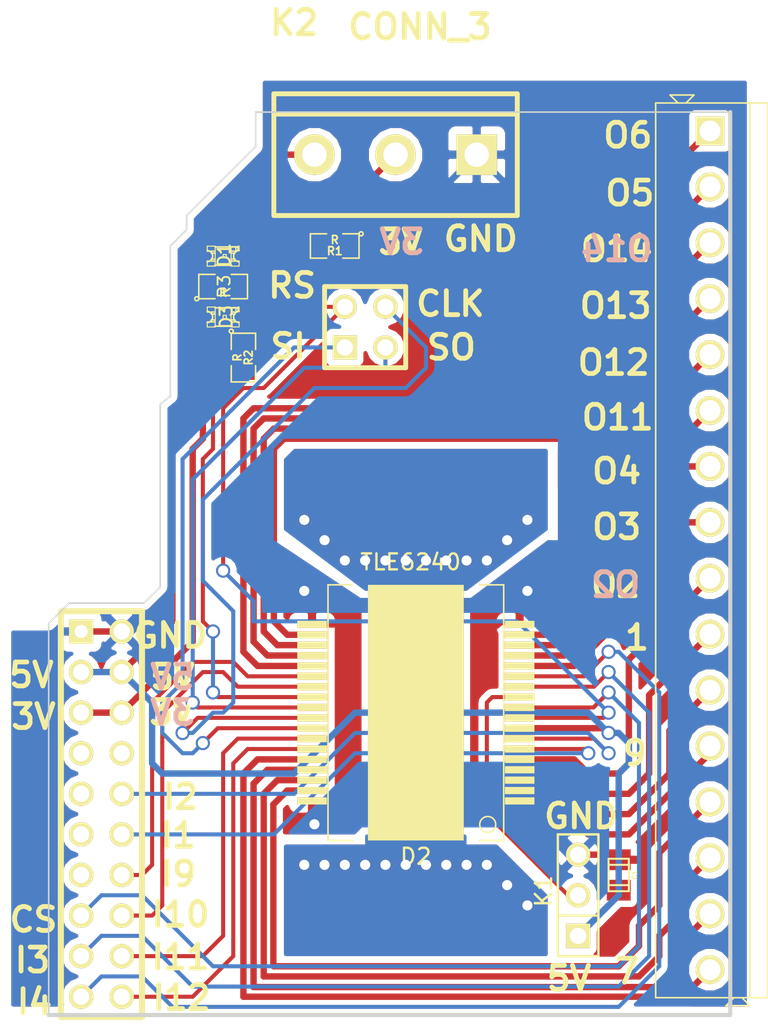
<source format=kicad_pcb>
(kicad_pcb (version 3) (host pcbnew "(2013-07-07 BZR 4022)-stable")

  (general
    (links 53)
    (no_connects 0)
    (area 120.639999 87.8316 223.928 190.510001)
    (thickness 1.6)
    (drawings 66)
    (tracks 403)
    (zones 0)
    (modules 12)
    (nets 37)
  )

  (page B)
  (layers
    (15 F.Cu signal)
    (0 B.Cu signal)
    (16 B.Adhes user)
    (17 F.Adhes user)
    (18 B.Paste user)
    (19 F.Paste user)
    (20 B.SilkS user)
    (21 F.SilkS user)
    (22 B.Mask user)
    (23 F.Mask user)
    (24 Dwgs.User user)
    (25 Cmts.User user)
    (26 Eco1.User user)
    (27 Eco2.User user hide)
    (28 Edge.Cuts user)
  )

  (setup
    (last_trace_width 0.254)
    (user_trace_width 0.254)
    (user_trace_width 0.254)
    (user_trace_width 0.39116)
    (user_trace_width 0.39116)
    (user_trace_width 0.508)
    (user_trace_width 0.508)
    (user_trace_width 0.762)
    (user_trace_width 0.762)
    (user_trace_width 1.38176)
    (user_trace_width 1.38176)
    (user_trace_width 3.6068)
    (user_trace_width 9.3472)
    (trace_clearance 0)
    (zone_clearance 0.4)
    (zone_45_only no)
    (trace_min 0.254)
    (segment_width 0.1)
    (edge_width 0.1)
    (via_size 0.889)
    (via_drill 0.635)
    (via_min_size 0.889)
    (via_min_drill 0.508)
    (user_via 1.016 0.508)
    (user_via 1.016 0.508)
    (user_via 1.651 1.143)
    (user_via 1.651 1.143)
    (user_via 3.6322 0.31242)
    (user_via 3.6322 0.31242)
    (uvia_size 0.508)
    (uvia_drill 0.127)
    (uvias_allowed no)
    (uvia_min_size 0.508)
    (uvia_min_drill 0.127)
    (pcb_text_width 0.3)
    (pcb_text_size 1.5 1.5)
    (mod_edge_width 0.15)
    (mod_text_size 1 1)
    (mod_text_width 0.15)
    (pad_size 1.524 1.524)
    (pad_drill 1.016)
    (pad_to_mask_clearance 0)
    (aux_axis_origin 0 0)
    (visible_elements 7FFFFFFF)
    (pcbplotparams
      (layerselection 284983297)
      (usegerberextensions true)
      (excludeedgelayer true)
      (linewidth 0.150000)
      (plotframeref false)
      (viasonmask false)
      (mode 1)
      (useauxorigin false)
      (hpglpennumber 1)
      (hpglpenspeed 20)
      (hpglpendiameter 15)
      (hpglpenoverlay 2)
      (psnegative false)
      (psa4output false)
      (plotreference true)
      (plotvalue true)
      (plotothertext true)
      (plotinvisibletext false)
      (padsonsilk false)
      (subtractmaskfromsilk false)
      (outputformat 1)
      (mirror false)
      (drillshape 0)
      (scaleselection 1)
      (outputdirectory gerber_tle6240))
  )

  (net 0 "")
  (net 1 +5V)
  (net 2 /+3.3V)
  (net 3 /CS)
  (net 4 /Fault)
  (net 5 /IN1)
  (net 6 /IN10)
  (net 7 /IN11)
  (net 8 /IN12)
  (net 9 /IN2)
  (net 10 /IN3)
  (net 11 /IN4)
  (net 12 /IN9)
  (net 13 /OUT1)
  (net 14 /OUT10)
  (net 15 /OUT11)
  (net 16 /OUT12)
  (net 17 /OUT13)
  (net 18 /OUT14)
  (net 19 /OUT15)
  (net 20 /OUT16)
  (net 21 /OUT2)
  (net 22 /OUT3)
  (net 23 /OUT4)
  (net 24 /OUT5)
  (net 25 /OUT6)
  (net 26 /OUT7)
  (net 27 /OUT8)
  (net 28 /OUT9)
  (net 29 /PRG)
  (net 30 /Reset)
  (net 31 /SCLK)
  (net 32 /SI)
  (net 33 /SO)
  (net 34 GND)
  (net 35 N-0000014)
  (net 36 N-0000023)

  (net_class Default "This is the default net class."
    (clearance 0)
    (trace_width 0.254)
    (via_dia 0.889)
    (via_drill 0.635)
    (uvia_dia 0.508)
    (uvia_drill 0.127)
    (add_net "")
    (add_net N-0000014)
    (add_net N-0000023)
  )

  (net_class Power ""
    (clearance 0.154)
    (trace_width 0.4)
    (via_dia 0.889)
    (via_drill 0.635)
    (uvia_dia 0.508)
    (uvia_drill 0.127)
    (add_net +5V)
    (add_net /+3.3V)
    (add_net /OUT1)
    (add_net /OUT10)
    (add_net /OUT11)
    (add_net /OUT12)
    (add_net /OUT13)
    (add_net /OUT14)
    (add_net /OUT15)
    (add_net /OUT16)
    (add_net /OUT2)
    (add_net /OUT3)
    (add_net /OUT4)
    (add_net /OUT5)
    (add_net /OUT6)
    (add_net /OUT7)
    (add_net /OUT8)
    (add_net /OUT9)
    (add_net GND)
  )

  (net_class Signal ""
    (clearance 0.154)
    (trace_width 0.254)
    (via_dia 0.889)
    (via_drill 0.635)
    (uvia_dia 0.508)
    (uvia_drill 0.127)
    (add_net /CS)
    (add_net /Fault)
    (add_net /IN1)
    (add_net /IN10)
    (add_net /IN11)
    (add_net /IN12)
    (add_net /IN2)
    (add_net /IN3)
    (add_net /IN4)
    (add_net /IN9)
    (add_net /PRG)
    (add_net /Reset)
    (add_net /SCLK)
    (add_net /SI)
    (add_net /SO)
  )

  (module SM0805 (layer F.Cu) (tedit 5091495C) (tstamp 52FB0DAD)
    (at 193.675 102.87 180)
    (path /52F8DA08)
    (attr smd)
    (fp_text reference R1 (at 0 -0.3175 180) (layer F.SilkS)
      (effects (font (size 0.50038 0.50038) (thickness 0.10922)))
    )
    (fp_text value R (at 0 0.381 180) (layer F.SilkS)
      (effects (font (size 0.50038 0.50038) (thickness 0.10922)))
    )
    (fp_circle (center -1.651 0.762) (end -1.651 0.635) (layer F.SilkS) (width 0.09906))
    (fp_line (start -0.508 0.762) (end -1.524 0.762) (layer F.SilkS) (width 0.09906))
    (fp_line (start -1.524 0.762) (end -1.524 -0.762) (layer F.SilkS) (width 0.09906))
    (fp_line (start -1.524 -0.762) (end -0.508 -0.762) (layer F.SilkS) (width 0.09906))
    (fp_line (start 0.508 -0.762) (end 1.524 -0.762) (layer F.SilkS) (width 0.09906))
    (fp_line (start 1.524 -0.762) (end 1.524 0.762) (layer F.SilkS) (width 0.09906))
    (fp_line (start 1.524 0.762) (end 0.508 0.762) (layer F.SilkS) (width 0.09906))
    (pad 1 smd rect (at -0.9525 0 180) (size 0.889 1.397)
      (layers F.Cu F.Paste F.Mask)
      (net 34 GND)
    )
    (pad 2 smd rect (at 0.9525 0 180) (size 0.889 1.397)
      (layers F.Cu F.Paste F.Mask)
      (net 36 N-0000023)
    )
    (model smd/chip_cms.wrl
      (at (xyz 0 0 0))
      (scale (xyz 0.1 0.1 0.1))
      (rotate (xyz 0 0 0))
    )
  )

  (module SM0805 (layer F.Cu) (tedit 5091495C) (tstamp 52FB0DBA)
    (at 187.96 109.855 270)
    (path /52F9D13C)
    (attr smd)
    (fp_text reference R2 (at 0 -0.3175 270) (layer F.SilkS)
      (effects (font (size 0.50038 0.50038) (thickness 0.10922)))
    )
    (fp_text value R (at 0 0.381 270) (layer F.SilkS)
      (effects (font (size 0.50038 0.50038) (thickness 0.10922)))
    )
    (fp_circle (center -1.651 0.762) (end -1.651 0.635) (layer F.SilkS) (width 0.09906))
    (fp_line (start -0.508 0.762) (end -1.524 0.762) (layer F.SilkS) (width 0.09906))
    (fp_line (start -1.524 0.762) (end -1.524 -0.762) (layer F.SilkS) (width 0.09906))
    (fp_line (start -1.524 -0.762) (end -0.508 -0.762) (layer F.SilkS) (width 0.09906))
    (fp_line (start 0.508 -0.762) (end 1.524 -0.762) (layer F.SilkS) (width 0.09906))
    (fp_line (start 1.524 -0.762) (end 1.524 0.762) (layer F.SilkS) (width 0.09906))
    (fp_line (start 1.524 0.762) (end 0.508 0.762) (layer F.SilkS) (width 0.09906))
    (pad 1 smd rect (at -0.9525 0 270) (size 0.889 1.397)
      (layers F.Cu F.Paste F.Mask)
      (net 35 N-0000014)
    )
    (pad 2 smd rect (at 0.9525 0 270) (size 0.889 1.397)
      (layers F.Cu F.Paste F.Mask)
      (net 4 /Fault)
    )
    (model smd/chip_cms.wrl
      (at (xyz 0 0 0))
      (scale (xyz 0.1 0.1 0.1))
      (rotate (xyz 0 0 0))
    )
  )

  (module PIN_ARRAY_3X1 (layer F.Cu) (tedit 52FB37A7) (tstamp 52FB0DC6)
    (at 208.915 143.51 90)
    (descr "Connecteur 3 pins")
    (tags "CONN DEV")
    (path /52FC8371)
    (fp_text reference K1 (at 0.254 -2.159 90) (layer F.SilkS)
      (effects (font (size 1.016 1.016) (thickness 0.1524)))
    )
    (fp_text value JUMPER3 (at 0 -2.159 90) (layer F.SilkS) hide
      (effects (font (size 1.016 1.016) (thickness 0.1524)))
    )
    (fp_line (start -3.81 1.27) (end -3.81 -1.27) (layer F.SilkS) (width 0.1524))
    (fp_line (start -3.81 -1.27) (end 3.81 -1.27) (layer F.SilkS) (width 0.1524))
    (fp_line (start 3.81 -1.27) (end 3.81 1.27) (layer F.SilkS) (width 0.1524))
    (fp_line (start 3.81 1.27) (end -3.81 1.27) (layer F.SilkS) (width 0.1524))
    (fp_line (start -1.27 -1.27) (end -1.27 1.27) (layer F.SilkS) (width 0.1524))
    (pad 1 thru_hole rect (at -2.54 0 90) (size 1.524 1.524) (drill 1.016)
      (layers *.Cu *.Mask F.SilkS)
      (net 1 +5V)
    )
    (pad 2 thru_hole circle (at 0 0 90) (size 1.524 1.524) (drill 1.016)
      (layers *.Cu *.Mask F.SilkS)
      (net 29 /PRG)
    )
    (pad 3 thru_hole circle (at 2.54 0 90) (size 1.524 1.524) (drill 1.016)
      (layers *.Cu *.Mask F.SilkS)
      (net 34 GND)
    )
    (model pin_array/pins_array_3x1.wrl
      (at (xyz 0 0 0))
      (scale (xyz 1 1 1))
      (rotate (xyz 0 0 0))
    )
  )

  (module PIN_ARRAY_10X2 (layer F.Cu) (tedit 5383B424) (tstamp 52FB0DE2)
    (at 179.07 138.43 270)
    (descr "Double rangee de contacts 2 x 10 pins")
    (tags CONN)
    (path /52F8BA09)
    (fp_text reference P1 (at 0 -3.81 270) (layer F.SilkS) hide
      (effects (font (size 1.016 1.016) (thickness 0.254)))
    )
    (fp_text value CONN_10X2 (at -0.1905 7.747 270) (layer F.SilkS) hide
      (effects (font (size 1.016 1.016) (thickness 0.2032)))
    )
    (fp_line (start 12.7 2.54) (end -12.7 2.54) (layer F.SilkS) (width 0.381))
    (fp_line (start -12.7 -2.54) (end 12.7 -2.54) (layer F.SilkS) (width 0.381))
    (fp_line (start -12.7 -2.54) (end -12.7 2.54) (layer F.SilkS) (width 0.381))
    (fp_line (start 12.7 2.54) (end 12.7 -2.54) (layer F.SilkS) (width 0.381))
    (pad 1 thru_hole rect (at -11.43 1.27 270) (size 1.524 1.524) (drill 0.8128)
      (layers *.Cu *.Mask F.SilkS)
      (net 34 GND)
    )
    (pad 2 thru_hole circle (at -11.43 -1.27 270) (size 1.524 1.524) (drill 1.016)
      (layers *.Cu *.Mask F.SilkS)
      (net 34 GND)
    )
    (pad 3 thru_hole circle (at -8.89 1.27 270) (size 1.524 1.524) (drill 1.016)
      (layers *.Cu *.Mask F.SilkS)
      (net 1 +5V)
    )
    (pad 4 thru_hole circle (at -8.89 -1.27 270) (size 1.524 1.524) (drill 1.016)
      (layers *.Cu *.Mask F.SilkS)
      (net 1 +5V)
    )
    (pad 5 thru_hole circle (at -6.35 1.27 270) (size 1.524 1.524) (drill 1.016)
      (layers *.Cu *.Mask F.SilkS)
      (net 2 /+3.3V)
    )
    (pad 6 thru_hole circle (at -6.35 -1.27 270) (size 1.524 1.524) (drill 1.016)
      (layers *.Cu *.Mask F.SilkS)
      (net 2 /+3.3V)
    )
    (pad 7 thru_hole circle (at -3.81 1.27 270) (size 1.524 1.524) (drill 1.016)
      (layers *.Cu *.Mask F.SilkS)
    )
    (pad 8 thru_hole circle (at -3.81 -1.27 270) (size 1.524 1.524) (drill 1.016)
      (layers *.Cu *.Mask F.SilkS)
    )
    (pad 9 thru_hole circle (at -1.27 1.27 270) (size 1.524 1.524) (drill 1.016)
      (layers *.Cu *.Mask F.SilkS)
    )
    (pad 10 thru_hole circle (at -1.27 -1.27 270) (size 1.524 1.524) (drill 1.016)
      (layers *.Cu *.Mask F.SilkS)
      (net 9 /IN2)
    )
    (pad 11 thru_hole circle (at 1.27 1.27 270) (size 1.524 1.524) (drill 1.016)
      (layers *.Cu *.Mask F.SilkS)
    )
    (pad 12 thru_hole circle (at 1.27 -1.27 270) (size 1.524 1.524) (drill 1.016)
      (layers *.Cu *.Mask F.SilkS)
      (net 5 /IN1)
    )
    (pad 13 thru_hole circle (at 3.81 1.27 270) (size 1.524 1.524) (drill 1.016)
      (layers *.Cu *.Mask F.SilkS)
    )
    (pad 14 thru_hole circle (at 3.81 -1.27 270) (size 1.524 1.524) (drill 1.016)
      (layers *.Cu *.Mask F.SilkS)
      (net 12 /IN9)
    )
    (pad 15 thru_hole circle (at 6.35 1.27 270) (size 1.524 1.524) (drill 1.016)
      (layers *.Cu *.Mask F.SilkS)
      (net 3 /CS)
    )
    (pad 16 thru_hole circle (at 6.35 -1.27 270) (size 1.524 1.524) (drill 1.016)
      (layers *.Cu *.Mask F.SilkS)
      (net 6 /IN10)
    )
    (pad 17 thru_hole circle (at 8.89 1.27 270) (size 1.524 1.524) (drill 1.016)
      (layers *.Cu *.Mask F.SilkS)
      (net 10 /IN3)
    )
    (pad 18 thru_hole circle (at 8.89 -1.27 270) (size 1.524 1.524) (drill 1.016)
      (layers *.Cu *.Mask F.SilkS)
      (net 7 /IN11)
    )
    (pad 19 thru_hole circle (at 11.43 1.27 270) (size 1.524 1.524) (drill 1.016)
      (layers *.Cu *.Mask F.SilkS)
      (net 11 /IN4)
    )
    (pad 20 thru_hole circle (at 11.43 -1.27 270) (size 1.524 1.524) (drill 1.016)
      (layers *.Cu *.Mask F.SilkS)
      (net 8 /IN12)
    )
    (model 3d/M_header_10x2.wrl
      (at (xyz 0 0 0))
      (scale (xyz 1 1 1))
      (rotate (xyz -90 0 0))
    )
  )

  (module PG-DSO-36 (layer F.Cu) (tedit 52F884F1) (tstamp 52FB0E12)
    (at 198.755 132.08 180)
    (path /52F8B8AA)
    (fp_text reference D2 (at 0 -9 180) (layer F.SilkS)
      (effects (font (size 1 1) (thickness 0.15)))
    )
    (fp_text value TLE6240 (at 0.325 9.425 180) (layer F.SilkS)
      (effects (font (size 1 1) (thickness 0.15)))
    )
    (fp_circle (center -4.5 -7) (end -4.5 -7.5) (layer F.SilkS) (width 0.1))
    (fp_line (start 4 -8) (end 5.5 -8) (layer F.SilkS) (width 0.1))
    (fp_line (start 5.5 -8) (end 5.5 8) (layer F.SilkS) (width 0.1))
    (fp_line (start 5.5 8) (end 4 8) (layer F.SilkS) (width 0.1))
    (fp_line (start -5.5 -8) (end -5.5 8) (layer F.SilkS) (width 0.1))
    (fp_line (start -5.5 8) (end -4 8) (layer F.SilkS) (width 0.1))
    (fp_line (start -5.5 -8) (end -4 -8) (layer F.SilkS) (width 0.1))
    (pad 99 smd rect (at 0 0 180) (size 6 16)
      (layers F.Cu F.Paste F.SilkS F.Mask)
    )
    (pad 1 smd rect (at -6.5 -5.525 180) (size 1.85 0.45)
      (layers F.Cu F.Paste F.SilkS F.Mask)
      (net 34 GND)
    )
    (pad 2 smd rect (at -6.5 -4.875 180) (size 1.85 0.45)
      (layers F.Cu F.Paste F.SilkS F.Mask)
      (net 28 /OUT9)
    )
    (pad 3 smd rect (at -6.5 -4.225 180) (size 1.85 0.45)
      (layers F.Cu F.Paste F.SilkS F.Mask)
      (net 14 /OUT10)
    )
    (pad 4 smd rect (at -6.5 -3.575 180) (size 1.85 0.45)
      (layers F.Cu F.Paste F.SilkS F.Mask)
      (net 13 /OUT1)
    )
    (pad 5 smd rect (at -6.5 -2.925 180) (size 1.85 0.45)
      (layers F.Cu F.Paste F.SilkS F.Mask)
      (net 21 /OUT2)
    )
    (pad 6 smd rect (at -6.5 -2.275 180) (size 1.85 0.45)
      (layers F.Cu F.Paste F.SilkS F.Mask)
      (net 5 /IN1)
    )
    (pad 7 smd rect (at -6.5 -1.625 180) (size 1.85 0.45)
      (layers F.Cu F.Paste F.SilkS F.Mask)
      (net 9 /IN2)
    )
    (pad 8 smd rect (at -6.5 -0.975 180) (size 1.85 0.45)
      (layers F.Cu F.Paste F.SilkS F.Mask)
      (net 1 +5V)
    )
    (pad 9 smd rect (at -6.5 -0.325 180) (size 1.85 0.45)
      (layers F.Cu F.Paste F.SilkS F.Mask)
      (net 30 /Reset)
    )
    (pad 10 smd rect (at -6.5 0.325 180) (size 1.85 0.45)
      (layers F.Cu F.Paste F.SilkS F.Mask)
      (net 3 /CS)
    )
    (pad 11 smd rect (at -6.5 0.975 180) (size 1.85 0.45)
      (layers F.Cu F.Paste F.SilkS F.Mask)
      (net 29 /PRG)
    )
    (pad 12 smd rect (at -6.5 1.625 180) (size 1.85 0.45)
      (layers F.Cu F.Paste F.SilkS F.Mask)
      (net 10 /IN3)
    )
    (pad 13 smd rect (at -6.5 2.275 180) (size 1.85 0.45)
      (layers F.Cu F.Paste F.SilkS F.Mask)
      (net 11 /IN4)
    )
    (pad 14 smd rect (at -6.5 2.925 180) (size 1.85 0.45)
      (layers F.Cu F.Paste F.SilkS F.Mask)
      (net 22 /OUT3)
    )
    (pad 15 smd rect (at -6.5 3.575 180) (size 1.85 0.45)
      (layers F.Cu F.Paste F.SilkS F.Mask)
      (net 23 /OUT4)
    )
    (pad 16 smd rect (at -6.5 4.225 180) (size 1.85 0.45)
      (layers F.Cu F.Paste F.SilkS F.Mask)
      (net 15 /OUT11)
    )
    (pad 17 smd rect (at -6.5 4.875 180) (size 1.85 0.45)
      (layers F.Cu F.Paste F.SilkS F.Mask)
      (net 16 /OUT12)
    )
    (pad 18 smd rect (at -6.5 5.525 180) (size 1.85 0.45)
      (layers F.Cu F.Paste F.SilkS F.Mask)
      (net 34 GND)
    )
    (pad 19 smd rect (at 6.5 5.525 180) (size 1.85 0.45)
      (layers F.Cu F.Paste F.SilkS F.Mask)
      (net 34 GND)
    )
    (pad 20 smd rect (at 6.5 4.875 180) (size 1.85 0.45)
      (layers F.Cu F.Paste F.SilkS F.Mask)
      (net 17 /OUT13)
    )
    (pad 21 smd rect (at 6.5 4.225 180) (size 1.85 0.45)
      (layers F.Cu F.Paste F.SilkS F.Mask)
      (net 18 /OUT14)
    )
    (pad 22 smd rect (at 6.5 3.575 180) (size 1.85 0.45)
      (layers F.Cu F.Paste F.SilkS F.Mask)
      (net 24 /OUT5)
    )
    (pad 23 smd rect (at 6.5 2.925 180) (size 1.85 0.45)
      (layers F.Cu F.Paste F.SilkS F.Mask)
      (net 25 /OUT6)
    )
    (pad 24 smd rect (at 6.5 2.275 180) (size 1.85 0.45)
      (layers F.Cu F.Paste F.SilkS F.Mask)
      (net 12 /IN9)
    )
    (pad 25 smd rect (at 6.5 1.625 180) (size 1.85 0.45)
      (layers F.Cu F.Paste F.SilkS F.Mask)
      (net 6 /IN10)
    )
    (pad 26 smd rect (at 6.5 0.975 180) (size 1.85 0.45)
      (layers F.Cu F.Paste F.SilkS F.Mask)
      (net 4 /Fault)
    )
    (pad 27 smd rect (at 6.5 0.325 180) (size 1.85 0.45)
      (layers F.Cu F.Paste F.SilkS F.Mask)
      (net 33 /SO)
    )
    (pad 28 smd rect (at 6.5 -0.325 180) (size 1.85 0.45)
      (layers F.Cu F.Paste F.SilkS F.Mask)
      (net 31 /SCLK)
    )
    (pad 29 smd rect (at 6.5 -0.975 180) (size 1.85 0.45)
      (layers F.Cu F.Paste F.SilkS F.Mask)
      (net 32 /SI)
    )
    (pad 30 smd rect (at 6.5 -1.625 180) (size 1.85 0.45)
      (layers F.Cu F.Paste F.SilkS F.Mask)
      (net 7 /IN11)
    )
    (pad 31 smd rect (at 6.5 -2.275 180) (size 1.85 0.45)
      (layers F.Cu F.Paste F.SilkS F.Mask)
      (net 8 /IN12)
    )
    (pad 32 smd rect (at 6.5 -2.925 180) (size 1.85 0.45)
      (layers F.Cu F.Paste F.SilkS F.Mask)
      (net 26 /OUT7)
    )
    (pad 33 smd rect (at 6.5 -3.575 180) (size 1.85 0.45)
      (layers F.Cu F.Paste F.SilkS F.Mask)
      (net 27 /OUT8)
    )
    (pad 34 smd rect (at 6.5 -4.225 180) (size 1.85 0.45)
      (layers F.Cu F.Paste F.SilkS F.Mask)
      (net 19 /OUT15)
    )
    (pad 35 smd rect (at 6.5 -4.875 180) (size 1.85 0.45)
      (layers F.Cu F.Paste F.SilkS F.Mask)
      (net 20 /OUT16)
    )
    (pad 36 smd rect (at 6.5 -5.525 180) (size 1.85 0.45)
      (layers F.Cu F.Paste F.SilkS F.Mask)
      (net 34 GND)
    )
  )

  (module LED-0805 (layer F.Cu) (tedit 5383B3BB) (tstamp 52FB0E4D)
    (at 186.69 103.505)
    (descr "LED 0805 smd package")
    (tags "LED 0805 SMD")
    (path /52F8D9F4)
    (attr smd)
    (fp_text reference D1 (at 0.0635 -0.0635 90) (layer F.SilkS)
      (effects (font (size 0.762 0.762) (thickness 0.127)))
    )
    (fp_text value LED (at 0 1.27) (layer F.SilkS) hide
      (effects (font (size 0.762 0.762) (thickness 0.127)))
    )
    (fp_line (start 0.49784 0.29972) (end 0.49784 0.62484) (layer F.SilkS) (width 0.06604))
    (fp_line (start 0.49784 0.62484) (end 0.99822 0.62484) (layer F.SilkS) (width 0.06604))
    (fp_line (start 0.99822 0.29972) (end 0.99822 0.62484) (layer F.SilkS) (width 0.06604))
    (fp_line (start 0.49784 0.29972) (end 0.99822 0.29972) (layer F.SilkS) (width 0.06604))
    (fp_line (start 0.49784 -0.32258) (end 0.49784 -0.17272) (layer F.SilkS) (width 0.06604))
    (fp_line (start 0.49784 -0.17272) (end 0.7493 -0.17272) (layer F.SilkS) (width 0.06604))
    (fp_line (start 0.7493 -0.32258) (end 0.7493 -0.17272) (layer F.SilkS) (width 0.06604))
    (fp_line (start 0.49784 -0.32258) (end 0.7493 -0.32258) (layer F.SilkS) (width 0.06604))
    (fp_line (start 0.49784 0.17272) (end 0.49784 0.32258) (layer F.SilkS) (width 0.06604))
    (fp_line (start 0.49784 0.32258) (end 0.7493 0.32258) (layer F.SilkS) (width 0.06604))
    (fp_line (start 0.7493 0.17272) (end 0.7493 0.32258) (layer F.SilkS) (width 0.06604))
    (fp_line (start 0.49784 0.17272) (end 0.7493 0.17272) (layer F.SilkS) (width 0.06604))
    (fp_line (start 0.49784 -0.19812) (end 0.49784 0.19812) (layer F.SilkS) (width 0.06604))
    (fp_line (start 0.49784 0.19812) (end 0.6731 0.19812) (layer F.SilkS) (width 0.06604))
    (fp_line (start 0.6731 -0.19812) (end 0.6731 0.19812) (layer F.SilkS) (width 0.06604))
    (fp_line (start 0.49784 -0.19812) (end 0.6731 -0.19812) (layer F.SilkS) (width 0.06604))
    (fp_line (start -0.99822 0.29972) (end -0.99822 0.62484) (layer F.SilkS) (width 0.06604))
    (fp_line (start -0.99822 0.62484) (end -0.49784 0.62484) (layer F.SilkS) (width 0.06604))
    (fp_line (start -0.49784 0.29972) (end -0.49784 0.62484) (layer F.SilkS) (width 0.06604))
    (fp_line (start -0.99822 0.29972) (end -0.49784 0.29972) (layer F.SilkS) (width 0.06604))
    (fp_line (start -0.99822 -0.62484) (end -0.99822 -0.29972) (layer F.SilkS) (width 0.06604))
    (fp_line (start -0.99822 -0.29972) (end -0.49784 -0.29972) (layer F.SilkS) (width 0.06604))
    (fp_line (start -0.49784 -0.62484) (end -0.49784 -0.29972) (layer F.SilkS) (width 0.06604))
    (fp_line (start -0.99822 -0.62484) (end -0.49784 -0.62484) (layer F.SilkS) (width 0.06604))
    (fp_line (start -0.7493 0.17272) (end -0.7493 0.32258) (layer F.SilkS) (width 0.06604))
    (fp_line (start -0.7493 0.32258) (end -0.49784 0.32258) (layer F.SilkS) (width 0.06604))
    (fp_line (start -0.49784 0.17272) (end -0.49784 0.32258) (layer F.SilkS) (width 0.06604))
    (fp_line (start -0.7493 0.17272) (end -0.49784 0.17272) (layer F.SilkS) (width 0.06604))
    (fp_line (start -0.7493 -0.32258) (end -0.7493 -0.17272) (layer F.SilkS) (width 0.06604))
    (fp_line (start -0.7493 -0.17272) (end -0.49784 -0.17272) (layer F.SilkS) (width 0.06604))
    (fp_line (start -0.49784 -0.32258) (end -0.49784 -0.17272) (layer F.SilkS) (width 0.06604))
    (fp_line (start -0.7493 -0.32258) (end -0.49784 -0.32258) (layer F.SilkS) (width 0.06604))
    (fp_line (start -0.6731 -0.19812) (end -0.6731 0.19812) (layer F.SilkS) (width 0.06604))
    (fp_line (start -0.6731 0.19812) (end -0.49784 0.19812) (layer F.SilkS) (width 0.06604))
    (fp_line (start -0.49784 -0.19812) (end -0.49784 0.19812) (layer F.SilkS) (width 0.06604))
    (fp_line (start -0.6731 -0.19812) (end -0.49784 -0.19812) (layer F.SilkS) (width 0.06604))
    (fp_line (start 0 -0.09906) (end 0 0.09906) (layer F.SilkS) (width 0.06604))
    (fp_line (start 0 0.09906) (end 0.19812 0.09906) (layer F.SilkS) (width 0.06604))
    (fp_line (start 0.19812 -0.09906) (end 0.19812 0.09906) (layer F.SilkS) (width 0.06604))
    (fp_line (start 0 -0.09906) (end 0.19812 -0.09906) (layer F.SilkS) (width 0.06604))
    (fp_line (start 0.49784 -0.59944) (end 0.49784 -0.29972) (layer F.SilkS) (width 0.06604))
    (fp_line (start 0.49784 -0.29972) (end 0.79756 -0.29972) (layer F.SilkS) (width 0.06604))
    (fp_line (start 0.79756 -0.59944) (end 0.79756 -0.29972) (layer F.SilkS) (width 0.06604))
    (fp_line (start 0.49784 -0.59944) (end 0.79756 -0.59944) (layer F.SilkS) (width 0.06604))
    (fp_line (start 0.92456 -0.62484) (end 0.92456 -0.39878) (layer F.SilkS) (width 0.06604))
    (fp_line (start 0.92456 -0.39878) (end 0.99822 -0.39878) (layer F.SilkS) (width 0.06604))
    (fp_line (start 0.99822 -0.62484) (end 0.99822 -0.39878) (layer F.SilkS) (width 0.06604))
    (fp_line (start 0.92456 -0.62484) (end 0.99822 -0.62484) (layer F.SilkS) (width 0.06604))
    (fp_line (start 0.52324 0.57404) (end -0.52324 0.57404) (layer F.SilkS) (width 0.1016))
    (fp_line (start -0.49784 -0.57404) (end 0.92456 -0.57404) (layer F.SilkS) (width 0.1016))
    (fp_circle (center 0.84836 -0.44958) (end 0.89916 -0.50038) (layer F.SilkS) (width 0.0508))
    (fp_arc (start 0.99822 0) (end 0.99822 0.34798) (angle 180) (layer F.SilkS) (width 0.1016))
    (fp_arc (start -0.99822 0) (end -0.99822 -0.34798) (angle 180) (layer F.SilkS) (width 0.1016))
    (pad 1 smd rect (at -1.04902 0) (size 1.19888 1.19888)
      (layers F.Cu F.Paste F.Mask)
      (net 1 +5V)
    )
    (pad 2 smd rect (at 1.04902 0) (size 1.19888 1.19888)
      (layers F.Cu F.Paste F.Mask)
      (net 36 N-0000023)
    )
  )

  (module LED-0805 (layer F.Cu) (tedit 5383B3B1) (tstamp 52FB0E88)
    (at 186.69 107.315)
    (descr "LED 0805 smd package")
    (tags "LED 0805 SMD")
    (path /52F9D123)
    (attr smd)
    (fp_text reference D3 (at 0.1905 0 90) (layer F.SilkS)
      (effects (font (size 0.762 0.762) (thickness 0.127)))
    )
    (fp_text value LED (at 0 1.27) (layer F.SilkS) hide
      (effects (font (size 0.762 0.762) (thickness 0.127)))
    )
    (fp_line (start 0.49784 0.29972) (end 0.49784 0.62484) (layer F.SilkS) (width 0.06604))
    (fp_line (start 0.49784 0.62484) (end 0.99822 0.62484) (layer F.SilkS) (width 0.06604))
    (fp_line (start 0.99822 0.29972) (end 0.99822 0.62484) (layer F.SilkS) (width 0.06604))
    (fp_line (start 0.49784 0.29972) (end 0.99822 0.29972) (layer F.SilkS) (width 0.06604))
    (fp_line (start 0.49784 -0.32258) (end 0.49784 -0.17272) (layer F.SilkS) (width 0.06604))
    (fp_line (start 0.49784 -0.17272) (end 0.7493 -0.17272) (layer F.SilkS) (width 0.06604))
    (fp_line (start 0.7493 -0.32258) (end 0.7493 -0.17272) (layer F.SilkS) (width 0.06604))
    (fp_line (start 0.49784 -0.32258) (end 0.7493 -0.32258) (layer F.SilkS) (width 0.06604))
    (fp_line (start 0.49784 0.17272) (end 0.49784 0.32258) (layer F.SilkS) (width 0.06604))
    (fp_line (start 0.49784 0.32258) (end 0.7493 0.32258) (layer F.SilkS) (width 0.06604))
    (fp_line (start 0.7493 0.17272) (end 0.7493 0.32258) (layer F.SilkS) (width 0.06604))
    (fp_line (start 0.49784 0.17272) (end 0.7493 0.17272) (layer F.SilkS) (width 0.06604))
    (fp_line (start 0.49784 -0.19812) (end 0.49784 0.19812) (layer F.SilkS) (width 0.06604))
    (fp_line (start 0.49784 0.19812) (end 0.6731 0.19812) (layer F.SilkS) (width 0.06604))
    (fp_line (start 0.6731 -0.19812) (end 0.6731 0.19812) (layer F.SilkS) (width 0.06604))
    (fp_line (start 0.49784 -0.19812) (end 0.6731 -0.19812) (layer F.SilkS) (width 0.06604))
    (fp_line (start -0.99822 0.29972) (end -0.99822 0.62484) (layer F.SilkS) (width 0.06604))
    (fp_line (start -0.99822 0.62484) (end -0.49784 0.62484) (layer F.SilkS) (width 0.06604))
    (fp_line (start -0.49784 0.29972) (end -0.49784 0.62484) (layer F.SilkS) (width 0.06604))
    (fp_line (start -0.99822 0.29972) (end -0.49784 0.29972) (layer F.SilkS) (width 0.06604))
    (fp_line (start -0.99822 -0.62484) (end -0.99822 -0.29972) (layer F.SilkS) (width 0.06604))
    (fp_line (start -0.99822 -0.29972) (end -0.49784 -0.29972) (layer F.SilkS) (width 0.06604))
    (fp_line (start -0.49784 -0.62484) (end -0.49784 -0.29972) (layer F.SilkS) (width 0.06604))
    (fp_line (start -0.99822 -0.62484) (end -0.49784 -0.62484) (layer F.SilkS) (width 0.06604))
    (fp_line (start -0.7493 0.17272) (end -0.7493 0.32258) (layer F.SilkS) (width 0.06604))
    (fp_line (start -0.7493 0.32258) (end -0.49784 0.32258) (layer F.SilkS) (width 0.06604))
    (fp_line (start -0.49784 0.17272) (end -0.49784 0.32258) (layer F.SilkS) (width 0.06604))
    (fp_line (start -0.7493 0.17272) (end -0.49784 0.17272) (layer F.SilkS) (width 0.06604))
    (fp_line (start -0.7493 -0.32258) (end -0.7493 -0.17272) (layer F.SilkS) (width 0.06604))
    (fp_line (start -0.7493 -0.17272) (end -0.49784 -0.17272) (layer F.SilkS) (width 0.06604))
    (fp_line (start -0.49784 -0.32258) (end -0.49784 -0.17272) (layer F.SilkS) (width 0.06604))
    (fp_line (start -0.7493 -0.32258) (end -0.49784 -0.32258) (layer F.SilkS) (width 0.06604))
    (fp_line (start -0.6731 -0.19812) (end -0.6731 0.19812) (layer F.SilkS) (width 0.06604))
    (fp_line (start -0.6731 0.19812) (end -0.49784 0.19812) (layer F.SilkS) (width 0.06604))
    (fp_line (start -0.49784 -0.19812) (end -0.49784 0.19812) (layer F.SilkS) (width 0.06604))
    (fp_line (start -0.6731 -0.19812) (end -0.49784 -0.19812) (layer F.SilkS) (width 0.06604))
    (fp_line (start 0 -0.09906) (end 0 0.09906) (layer F.SilkS) (width 0.06604))
    (fp_line (start 0 0.09906) (end 0.19812 0.09906) (layer F.SilkS) (width 0.06604))
    (fp_line (start 0.19812 -0.09906) (end 0.19812 0.09906) (layer F.SilkS) (width 0.06604))
    (fp_line (start 0 -0.09906) (end 0.19812 -0.09906) (layer F.SilkS) (width 0.06604))
    (fp_line (start 0.49784 -0.59944) (end 0.49784 -0.29972) (layer F.SilkS) (width 0.06604))
    (fp_line (start 0.49784 -0.29972) (end 0.79756 -0.29972) (layer F.SilkS) (width 0.06604))
    (fp_line (start 0.79756 -0.59944) (end 0.79756 -0.29972) (layer F.SilkS) (width 0.06604))
    (fp_line (start 0.49784 -0.59944) (end 0.79756 -0.59944) (layer F.SilkS) (width 0.06604))
    (fp_line (start 0.92456 -0.62484) (end 0.92456 -0.39878) (layer F.SilkS) (width 0.06604))
    (fp_line (start 0.92456 -0.39878) (end 0.99822 -0.39878) (layer F.SilkS) (width 0.06604))
    (fp_line (start 0.99822 -0.62484) (end 0.99822 -0.39878) (layer F.SilkS) (width 0.06604))
    (fp_line (start 0.92456 -0.62484) (end 0.99822 -0.62484) (layer F.SilkS) (width 0.06604))
    (fp_line (start 0.52324 0.57404) (end -0.52324 0.57404) (layer F.SilkS) (width 0.1016))
    (fp_line (start -0.49784 -0.57404) (end 0.92456 -0.57404) (layer F.SilkS) (width 0.1016))
    (fp_circle (center 0.84836 -0.44958) (end 0.89916 -0.50038) (layer F.SilkS) (width 0.0508))
    (fp_arc (start 0.99822 0) (end 0.99822 0.34798) (angle 180) (layer F.SilkS) (width 0.1016))
    (fp_arc (start -0.99822 0) (end -0.99822 -0.34798) (angle 180) (layer F.SilkS) (width 0.1016))
    (pad 1 smd rect (at -1.04902 0) (size 1.19888 1.19888)
      (layers F.Cu F.Paste F.Mask)
      (net 1 +5V)
    )
    (pad 2 smd rect (at 1.04902 0) (size 1.19888 1.19888)
      (layers F.Cu F.Paste F.Mask)
      (net 35 N-0000014)
    )
  )

  (module c_0805 (layer F.Cu) (tedit 49047394) (tstamp 52FB0E94)
    (at 211.455 142.24 270)
    (descr "SMT capacitor, 0805")
    (path /52F8B996)
    (fp_text reference C1 (at 0 -0.9906 270) (layer F.SilkS)
      (effects (font (size 0.29972 0.29972) (thickness 0.06096)))
    )
    (fp_text value C (at 0 0.9906 270) (layer F.SilkS) hide
      (effects (font (size 0.29972 0.29972) (thickness 0.06096)))
    )
    (fp_line (start 0.635 -0.635) (end 0.635 0.635) (layer F.SilkS) (width 0.127))
    (fp_line (start -0.635 -0.635) (end -0.635 0.6096) (layer F.SilkS) (width 0.127))
    (fp_line (start -1.016 -0.635) (end 1.016 -0.635) (layer F.SilkS) (width 0.127))
    (fp_line (start 1.016 -0.635) (end 1.016 0.635) (layer F.SilkS) (width 0.127))
    (fp_line (start 1.016 0.635) (end -1.016 0.635) (layer F.SilkS) (width 0.127))
    (fp_line (start -1.016 0.635) (end -1.016 -0.635) (layer F.SilkS) (width 0.127))
    (pad 1 smd rect (at 0.9525 0 270) (size 1.30048 1.4986)
      (layers F.Cu F.Paste F.Mask)
      (net 1 +5V)
    )
    (pad 2 smd rect (at -0.9525 0 270) (size 1.30048 1.4986)
      (layers F.Cu F.Paste F.Mask)
      (net 34 GND)
    )
    (model smd/capacitors/c_0805.wrl
      (at (xyz 0 0 0))
      (scale (xyz 1 1 1))
      (rotate (xyz 0 0 0))
    )
  )

  (module bornier3 (layer F.Cu) (tedit 5383B365) (tstamp 52FB1633)
    (at 197.485 97.155 180)
    (descr "Bornier d'alimentation 3 pins")
    (tags DEV)
    (path /52FB13F1)
    (fp_text reference K2 (at 6.35 8.255 180) (layer F.SilkS)
      (effects (font (size 1.524 1.524) (thickness 0.3048)))
    )
    (fp_text value CONN_3 (at -1.524 8.001 180) (layer F.SilkS)
      (effects (font (size 1.524 1.524) (thickness 0.3048)))
    )
    (fp_line (start -7.62 3.81) (end -7.62 -3.81) (layer F.SilkS) (width 0.3048))
    (fp_line (start 7.62 3.81) (end 7.62 -3.81) (layer F.SilkS) (width 0.3048))
    (fp_line (start -7.62 2.54) (end 7.62 2.54) (layer F.SilkS) (width 0.3048))
    (fp_line (start -7.62 -3.81) (end 7.62 -3.81) (layer F.SilkS) (width 0.3048))
    (fp_line (start -7.62 3.81) (end 7.62 3.81) (layer F.SilkS) (width 0.3048))
    (pad 1 thru_hole rect (at -5.08 0 180) (size 2.54 2.54) (drill 1.524)
      (layers *.Cu *.Mask F.SilkS)
      (net 34 GND)
    )
    (pad 2 thru_hole circle (at 0 0 180) (size 2.54 2.54) (drill 1.524)
      (layers *.Cu *.Mask F.SilkS)
      (net 2 /+3.3V)
    )
    (pad 3 thru_hole circle (at 5.08 0 180) (size 2.54 2.54) (drill 1.524)
      (layers *.Cu *.Mask F.SilkS)
      (net 1 +5V)
    )
    (model device/bornier_3.wrl
      (at (xyz 0 0 0))
      (scale (xyz 1 1 1))
      (rotate (xyz 0 0 0))
    )
  )

  (module SIL-16_3.5MM (layer F.Cu) (tedit 5383B2E7) (tstamp 52FB39C7)
    (at 217.17 121.92 270)
    (descr "14 PIN 3.5MM")
    (path /52FB1B2B)
    (fp_text reference P2 (at -28.5115 -5.3975 270) (layer F.SilkS) hide
      (effects (font (size 1.72974 1.08712) (thickness 0.27178)))
    )
    (fp_text value CONN_16 (at 0 -5.715 270) (layer F.SilkS) hide
      (effects (font (size 1.524 1.016) (thickness 0.254)))
    )
    (fp_line (start -28 2) (end -28.5 2.5) (layer F.SilkS) (width 0.09906))
    (fp_line (start -28.5 2.5) (end -28.5 1.5) (layer F.SilkS) (width 0.09906))
    (fp_line (start -28.5 1.5) (end -28.5 1) (layer F.SilkS) (width 0.09906))
    (fp_line (start -28.5 1) (end -28 1.5) (layer F.SilkS) (width 0.09906))
    (fp_line (start 28 -2) (end 28.5 -2.5) (layer F.SilkS) (width 0.09906))
    (fp_line (start 28.5 -2.5) (end 28.5 -1.5) (layer F.SilkS) (width 0.09906))
    (fp_line (start 28.5 -1.5) (end 28.5 -1) (layer F.SilkS) (width 0.09906))
    (fp_line (start 28.5 -1) (end 28 -1.5) (layer F.SilkS) (width 0.09906))
    (fp_line (start -28 -2.5) (end 28 -2.5) (layer F.SilkS) (width 0.09906))
    (fp_line (start -28 -3.6) (end 28 -3.6) (layer F.SilkS) (width 0.09906))
    (fp_line (start 28 -3.6) (end 28 3.4) (layer F.SilkS) (width 0.09906))
    (fp_line (start 28 3.4) (end -28 3.4) (layer F.SilkS) (width 0.09906))
    (fp_line (start -28 3.4) (end -28 -3.6) (layer F.SilkS) (width 0.09906))
    (pad 16 thru_hole circle (at 26.25 0 270) (size 1.8 1.8) (drill 1.3)
      (layers *.Cu *.Mask F.SilkS)
      (net 26 /OUT7)
    )
    (pad 15 thru_hole circle (at 22.75 0 270) (size 1.8 1.8) (drill 1.3)
      (layers *.Cu *.Mask F.SilkS)
      (net 27 /OUT8)
    )
    (pad 1 thru_hole rect (at -26.25 0 270) (size 1.8 1.8) (drill 1.3)
      (layers *.Cu *.Mask F.SilkS)
      (net 25 /OUT6)
    )
    (pad 2 thru_hole circle (at -22.75 0 270) (size 1.8 1.8) (drill 1.3)
      (layers *.Cu *.Mask F.SilkS)
      (net 24 /OUT5)
    )
    (pad 3 thru_hole circle (at -19.25 0 270) (size 1.8 1.8) (drill 1.3)
      (layers *.Cu *.Mask F.SilkS)
      (net 18 /OUT14)
    )
    (pad 4 thru_hole circle (at -15.75 0 270) (size 1.8 1.8) (drill 1.3)
      (layers *.Cu *.Mask F.SilkS)
      (net 17 /OUT13)
    )
    (pad 5 thru_hole circle (at -12.25 0 270) (size 1.8 1.8) (drill 1.3)
      (layers *.Cu *.Mask F.SilkS)
      (net 16 /OUT12)
    )
    (pad 6 thru_hole circle (at -8.75 0 270) (size 1.8 1.8) (drill 1.3)
      (layers *.Cu *.Mask F.SilkS)
      (net 15 /OUT11)
    )
    (pad 7 thru_hole circle (at -5.25 0 270) (size 1.8 1.8) (drill 1.3)
      (layers *.Cu *.Mask F.SilkS)
      (net 23 /OUT4)
    )
    (pad 8 thru_hole circle (at -1.75 0 270) (size 1.8 1.8) (drill 1.3)
      (layers *.Cu *.Mask F.SilkS)
      (net 22 /OUT3)
    )
    (pad 9 thru_hole circle (at 1.75 0 270) (size 1.8 1.8) (drill 1.3)
      (layers *.Cu *.Mask F.SilkS)
      (net 21 /OUT2)
    )
    (pad 10 thru_hole circle (at 5.25 0 270) (size 1.8 1.8) (drill 1.3)
      (layers *.Cu *.Mask F.SilkS)
      (net 13 /OUT1)
    )
    (pad 11 thru_hole circle (at 8.75 0 270) (size 1.8 1.8) (drill 1.3)
      (layers *.Cu *.Mask F.SilkS)
      (net 14 /OUT10)
    )
    (pad 12 thru_hole circle (at 12.25 0 270) (size 1.8 1.8) (drill 1.3)
      (layers *.Cu *.Mask F.SilkS)
      (net 28 /OUT9)
    )
    (pad 13 thru_hole circle (at 15.75 0 270) (size 1.8 1.8) (drill 1.3)
      (layers *.Cu *.Mask F.SilkS)
      (net 20 /OUT16)
    )
    (pad 14 thru_hole circle (at 19.25 0 270) (size 1.8 1.8) (drill 1.3)
      (layers *.Cu *.Mask F.SilkS)
      (net 19 /OUT15)
    )
    (model device/bornier_6.wrl
      (at (xyz -0.5 0 0))
      (scale (xyz 1 1 1))
      (rotate (xyz 0 0 0))
    )
    (model device/bornier_6.wrl
      (at (xyz 0.5 0 0))
      (scale (xyz 1 1 1))
      (rotate (xyz 0 0 0))
    )
  )

  (module SM0805 (layer F.Cu) (tedit 5383B3D6) (tstamp 52FB3B6F)
    (at 186.69 105.41)
    (path /52FB23F7)
    (attr smd)
    (fp_text reference R3 (at 0.0635 0 90) (layer F.SilkS)
      (effects (font (size 0.762 0.762) (thickness 0.10922)))
    )
    (fp_text value R (at 0 0.381) (layer F.SilkS)
      (effects (font (size 0.50038 0.50038) (thickness 0.10922)))
    )
    (fp_circle (center -1.651 0.762) (end -1.651 0.635) (layer F.SilkS) (width 0.09906))
    (fp_line (start -0.508 0.762) (end -1.524 0.762) (layer F.SilkS) (width 0.09906))
    (fp_line (start -1.524 0.762) (end -1.524 -0.762) (layer F.SilkS) (width 0.09906))
    (fp_line (start -1.524 -0.762) (end -0.508 -0.762) (layer F.SilkS) (width 0.09906))
    (fp_line (start 0.508 -0.762) (end 1.524 -0.762) (layer F.SilkS) (width 0.09906))
    (fp_line (start 1.524 -0.762) (end 1.524 0.762) (layer F.SilkS) (width 0.09906))
    (fp_line (start 1.524 0.762) (end 0.508 0.762) (layer F.SilkS) (width 0.09906))
    (pad 1 smd rect (at -0.9525 0) (size 0.889 1.397)
      (layers F.Cu F.Paste F.Mask)
      (net 1 +5V)
    )
    (pad 2 smd rect (at 0.9525 0) (size 0.889 1.397)
      (layers F.Cu F.Paste F.Mask)
      (net 30 /Reset)
    )
    (model smd/chip_cms.wrl
      (at (xyz 0 0 0))
      (scale (xyz 0.1 0.1 0.1))
      (rotate (xyz 0 0 0))
    )
  )

  (module PIN_ARRAY_2X2 (layer F.Cu) (tedit 5383B3DC) (tstamp 52FB3B7B)
    (at 195.58 107.95)
    (descr "Double rangee de contacts 2 x 2 pins")
    (tags CONN)
    (path /52FB2102)
    (fp_text reference P3 (at -0.381 -3.429) (layer F.SilkS) hide
      (effects (font (size 1.016 1.016) (thickness 0.2032)))
    )
    (fp_text value CONN_2X2 (at 0 3.048) (layer F.SilkS) hide
      (effects (font (size 1.016 1.016) (thickness 0.2032)))
    )
    (fp_line (start -2.54 -2.54) (end 2.54 -2.54) (layer F.SilkS) (width 0.3048))
    (fp_line (start 2.54 -2.54) (end 2.54 2.54) (layer F.SilkS) (width 0.3048))
    (fp_line (start 2.54 2.54) (end -2.54 2.54) (layer F.SilkS) (width 0.3048))
    (fp_line (start -2.54 2.54) (end -2.54 -2.54) (layer F.SilkS) (width 0.3048))
    (pad 1 thru_hole rect (at -1.27 1.27) (size 1.524 1.524) (drill 1.016)
      (layers *.Cu *.Mask F.SilkS)
      (net 32 /SI)
    )
    (pad 2 thru_hole circle (at -1.27 -1.27) (size 1.524 1.524) (drill 1.016)
      (layers *.Cu *.Mask F.SilkS)
      (net 30 /Reset)
    )
    (pad 3 thru_hole circle (at 1.27 1.27) (size 1.524 1.524) (drill 1.016)
      (layers *.Cu *.Mask F.SilkS)
      (net 33 /SO)
    )
    (pad 4 thru_hole circle (at 1.27 -1.27) (size 1.524 1.524) (drill 1.016)
      (layers *.Cu *.Mask F.SilkS)
      (net 31 /SCLK)
    )
    (model pin_array/pins_array_2x2.wrl
      (at (xyz 0 0 0))
      (scale (xyz 1 1 1))
      (rotate (xyz 0 0 0))
    )
  )

  (gr_text GND (at 183.388 127.254) (layer F.SilkS)
    (effects (font (size 1.5 1.5) (thickness 0.3)))
  )
  (gr_text 3V (at 183.515 132.08) (layer B.SilkS)
    (effects (font (size 1.5 1.5) (thickness 0.3)) (justify mirror))
  )
  (gr_text 3V (at 183.4515 132.08) (layer F.SilkS)
    (effects (font (size 1.5 1.5) (thickness 0.3)))
  )
  (gr_text 5V (at 183.515 129.8575) (layer B.SilkS)
    (effects (font (size 1.5 1.5) (thickness 0.3)) (justify mirror))
  )
  (gr_text 5V (at 183.515 129.8575) (layer F.SilkS)
    (effects (font (size 1.5 1.5) (thickness 0.3)))
  )
  (gr_text GND (at 209.1055 138.557) (layer F.SilkS)
    (effects (font (size 1.5 1.5) (thickness 0.3)))
  )
  (gr_text 5V (at 208.3435 148.717) (layer F.SilkS)
    (effects (font (size 1.5 1.5) (thickness 0.3)))
  )
  (gr_text 7 (at 211.963 148.2725) (layer F.SilkS)
    (effects (font (size 1.5 1.5) (thickness 0.3)))
  )
  (gr_text 9 (at 212.471 134.62) (layer F.SilkS)
    (effects (font (size 1.5 1.5) (thickness 0.3)))
  )
  (gr_text 1 (at 212.598 127.381) (layer F.SilkS)
    (effects (font (size 1.5 1.5) (thickness 0.3)))
  )
  (gr_text O2 (at 211.2645 124.079) (layer B.SilkS)
    (effects (font (size 1.5 1.5) (thickness 0.3)) (justify mirror))
  )
  (gr_text I2 (at 184.023 137.3505) (layer F.SilkS)
    (effects (font (size 1.5 1.5) (thickness 0.3)))
  )
  (gr_text I1 (at 183.896 139.7635) (layer F.SilkS)
    (effects (font (size 1.5 1.5) (thickness 0.3)))
  )
  (gr_text I9 (at 183.896 142.1765) (layer F.SilkS)
    (effects (font (size 1.5 1.5) (thickness 0.3)))
  )
  (gr_text I10 (at 184.023 144.7165) (layer F.SilkS)
    (effects (font (size 1.5 1.5) (thickness 0.3)))
  )
  (gr_text I11 (at 184.023 147.3835) (layer F.SilkS)
    (effects (font (size 1.5 1.5) (thickness 0.3)))
  )
  (gr_text I12 (at 184.0865 149.9235) (layer F.SilkS)
    (effects (font (size 1.5 1.5) (thickness 0.3)))
  )
  (gr_text CS (at 174.8155 145.034) (layer F.SilkS)
    (effects (font (size 1.5 1.5) (thickness 0.3)))
  )
  (gr_text I3 (at 174.752 147.574) (layer F.SilkS)
    (effects (font (size 1.5 1.5) (thickness 0.3)))
  )
  (gr_text I4 (at 174.879 150.1775) (layer F.SilkS)
    (effects (font (size 1.5 1.5) (thickness 0.3)))
  )
  (gr_text 3V (at 174.8155 132.334) (layer F.SilkS)
    (effects (font (size 1.5 1.5) (thickness 0.3)))
  )
  (gr_text 5V (at 174.6885 129.7305) (layer F.SilkS)
    (effects (font (size 1.5 1.5) (thickness 0.3)))
  )
  (gr_text RS (at 191.008 105.3465) (layer F.SilkS)
    (effects (font (size 1.5 1.5) (thickness 0.3)))
  )
  (gr_text SI (at 190.754 109.1565) (layer F.SilkS)
    (effects (font (size 1.5 1.5) (thickness 0.3)))
  )
  (gr_text SO (at 200.9775 109.22) (layer F.SilkS)
    (effects (font (size 1.5 1.5) (thickness 0.3)))
  )
  (gr_text CLK (at 200.914 106.4895) (layer F.SilkS)
    (effects (font (size 1.5 1.5) (thickness 0.3)))
  )
  (gr_text 3V (at 197.866 102.616) (layer B.SilkS)
    (effects (font (size 1.5 1.5) (thickness 0.3)) (justify mirror))
  )
  (gr_text 3V (at 197.8025 102.616) (layer F.SilkS)
    (effects (font (size 1.5 1.5) (thickness 0.3)))
  )
  (gr_text GND (at 202.819 102.4255) (layer F.SilkS)
    (effects (font (size 1.5 1.5) (thickness 0.3)))
  )
  (gr_text O2 (at 211.2645 124.079) (layer F.SilkS)
    (effects (font (size 1.5 1.5) (thickness 0.3)))
  )
  (gr_text O3 (at 211.328 120.4595) (layer F.SilkS)
    (effects (font (size 1.5 1.5) (thickness 0.3)))
  )
  (gr_text O4 (at 211.328 116.967) (layer F.SilkS)
    (effects (font (size 1.5 1.5) (thickness 0.3)))
  )
  (gr_text O11 (at 211.3915 113.6015) (layer F.SilkS)
    (effects (font (size 1.5 1.5) (thickness 0.3)))
  )
  (gr_text O12 (at 211.1375 110.1725) (layer F.SilkS)
    (effects (font (size 1.5 1.5) (thickness 0.3)))
  )
  (gr_text O13 (at 211.2645 106.6165) (layer F.SilkS)
    (effects (font (size 1.5 1.5) (thickness 0.3)))
  )
  (gr_text O14 (at 211.328 103.0605) (layer B.SilkS)
    (effects (font (size 1.5 1.5) (thickness 0.3)) (justify mirror))
  )
  (gr_text O14 (at 211.328 103.0605) (layer F.SilkS)
    (effects (font (size 1.5 1.5) (thickness 0.3)))
  )
  (gr_text O5 (at 212.1535 99.568) (layer F.SilkS)
    (effects (font (size 1.5 1.5) (thickness 0.3)))
  )
  (gr_text O6 (at 212.0265 95.9485) (layer F.SilkS)
    (effects (font (size 1.5 1.5) (thickness 0.3)))
  )
  (gr_line (start 218.44 94.488) (end 188.722 94.488) (angle 90) (layer Edge.Cuts) (width 0.1))
  (gr_line (start 177.038 125.222) (end 181.737 125.222) (angle 90) (layer Edge.Cuts) (width 0.1))
  (gr_line (start 218.44 94.488) (end 218.44 151.003) (angle 90) (layer Edge.Cuts) (width 0.254))
  (gr_line (start 120.65 93.345) (end 186.69 93.345) (angle 90) (layer Eco2.User) (width 0.02))
  (gr_line (start 186.69 190.5) (end 186.69 93.472) (angle 90) (layer Eco2.User) (width 0.02))
  (gr_line (start 120.65 190.5) (end 186.69 190.5) (angle 90) (layer Eco2.User) (width 0.02))
  (gr_line (start 120.65 190.5) (end 120.65 93.472) (angle 90) (layer Eco2.User) (width 0.02))
  (gr_line (start 180.34 127) (end 177.8 127) (angle 90) (layer Eco2.User) (width 0.02))
  (gr_line (start 180.34 187.96) (end 180.34 127) (angle 90) (layer Eco2.User) (width 0.02))
  (gr_line (start 177.8 187.96) (end 180.34 187.96) (angle 90) (layer Eco2.User) (width 0.02))
  (gr_line (start 177.8 127) (end 177.8 187.96) (angle 90) (layer Eco2.User) (width 0.02))
  (gr_line (start 127 127) (end 129.54 127) (angle 90) (layer Eco2.User) (width 0.02))
  (gr_line (start 129.54 187.96) (end 129.54 127) (angle 90) (layer Eco2.User) (width 0.02))
  (gr_line (start 127 187.96) (end 129.54 187.96) (angle 90) (layer Eco2.User) (width 0.02))
  (gr_line (start 127 127) (end 127 187.96) (angle 90) (layer Eco2.User) (width 0.02))
  (gr_line (start 218.44 151.003) (end 175.768 151.003) (angle 90) (layer Edge.Cuts) (width 0.254))
  (gr_line (start 177.038 125.222) (end 175.768 126.492) (angle 90) (layer Edge.Cuts) (width 0.1))
  (gr_line (start 188.722 96.647) (end 188.722 94.488) (angle 90) (layer Edge.Cuts) (width 0.1))
  (gr_line (start 184.404 100.965) (end 188.722 96.647) (angle 90) (layer Edge.Cuts) (width 0.1))
  (gr_line (start 184.404 101.092) (end 184.404 100.965) (angle 90) (layer Edge.Cuts) (width 0.1))
  (gr_line (start 184.404 101.854) (end 184.404 101.092) (angle 90) (layer Edge.Cuts) (width 0.1))
  (gr_line (start 183.388 102.87) (end 184.404 101.854) (angle 90) (layer Edge.Cuts) (width 0.1))
  (gr_line (start 183.388 112.268) (end 183.388 102.87) (angle 90) (layer Edge.Cuts) (width 0.1))
  (gr_line (start 182.753 112.776) (end 183.388 112.268) (angle 90) (layer Edge.Cuts) (width 0.1))
  (gr_line (start 182.753 124.206) (end 182.753 112.776) (angle 90) (layer Edge.Cuts) (width 0.1))
  (gr_line (start 181.737 125.222) (end 182.753 124.206) (angle 90) (layer Edge.Cuts) (width 0.1))
  (gr_line (start 175.768 151.003) (end 175.768 126.492) (angle 90) (layer Edge.Cuts) (width 0.1))

  (via (at 191.77 120.015) (size 0.889) (layers F.Cu B.Cu) (net 0))
  (via (at 205.74 120.015) (size 0.889) (layers F.Cu B.Cu) (net 0))
  (segment (start 205.74 120.015) (end 204.47 121.285) (width 0.254) (layer F.Cu) (net 0) (tstamp 52FB47C3))
  (via (at 204.47 121.285) (size 0.889) (layers F.Cu B.Cu) (net 0))
  (segment (start 203.2 122.555) (end 204.47 121.285) (width 0.254) (layer B.Cu) (net 0) (tstamp 52FB47C0))
  (via (at 203.2 122.555) (size 0.889) (layers F.Cu B.Cu) (net 0))
  (segment (start 201.93 122.555) (end 203.2 122.555) (width 0.254) (layer F.Cu) (net 0) (tstamp 52FB47BD))
  (via (at 201.93 122.555) (size 0.889) (layers F.Cu B.Cu) (net 0))
  (segment (start 200.66 122.555) (end 201.93 122.555) (width 0.254) (layer B.Cu) (net 0) (tstamp 52FB47BA))
  (via (at 200.66 122.555) (size 0.889) (layers F.Cu B.Cu) (net 0))
  (segment (start 199.39 122.555) (end 200.66 122.555) (width 0.254) (layer F.Cu) (net 0) (tstamp 52FB47B7))
  (via (at 199.39 122.555) (size 0.889) (layers F.Cu B.Cu) (net 0))
  (segment (start 198.12 122.555) (end 199.39 122.555) (width 0.254) (layer B.Cu) (net 0) (tstamp 52FB47B4))
  (via (at 198.12 122.555) (size 0.889) (layers F.Cu B.Cu) (net 0))
  (segment (start 196.85 122.555) (end 198.12 122.555) (width 0.254) (layer F.Cu) (net 0) (tstamp 52FB47B1))
  (via (at 196.85 122.555) (size 0.889) (layers F.Cu B.Cu) (net 0))
  (segment (start 195.58 122.555) (end 196.85 122.555) (width 0.254) (layer B.Cu) (net 0) (tstamp 52FB47AE))
  (via (at 195.58 122.555) (size 0.889) (layers F.Cu B.Cu) (net 0))
  (segment (start 194.31 122.555) (end 195.58 122.555) (width 0.254) (layer F.Cu) (net 0) (tstamp 52FB47AB))
  (via (at 194.31 122.555) (size 0.889) (layers F.Cu B.Cu) (net 0))
  (segment (start 193.04 121.285) (end 194.31 122.555) (width 0.254) (layer B.Cu) (net 0) (tstamp 52FB47A8))
  (via (at 193.04 121.285) (size 0.889) (layers F.Cu B.Cu) (net 0))
  (segment (start 193.04 121.285) (end 191.77 120.015) (width 0.254) (layer F.Cu) (net 0) (tstamp 52FB47A5))
  (via (at 191.77 141.605) (size 0.889) (layers F.Cu B.Cu) (net 0))
  (via (at 205.74 144.145) (size 0.889) (layers F.Cu B.Cu) (net 0))
  (segment (start 205.74 144.145) (end 204.47 142.875) (width 0.254) (layer F.Cu) (net 0) (tstamp 52FB479A))
  (via (at 204.47 142.875) (size 0.889) (layers F.Cu B.Cu) (net 0))
  (segment (start 203.2 141.605) (end 204.47 142.875) (width 0.254) (layer B.Cu) (net 0) (tstamp 52FB4797))
  (via (at 203.2 141.605) (size 0.889) (layers F.Cu B.Cu) (net 0))
  (segment (start 201.93 141.605) (end 203.2 141.605) (width 0.254) (layer F.Cu) (net 0) (tstamp 52FB4794))
  (via (at 201.93 141.605) (size 0.889) (layers F.Cu B.Cu) (net 0))
  (segment (start 200.66 141.605) (end 201.93 141.605) (width 0.254) (layer B.Cu) (net 0) (tstamp 52FB4791))
  (via (at 200.66 141.605) (size 0.889) (layers F.Cu B.Cu) (net 0))
  (segment (start 199.39 141.605) (end 200.66 141.605) (width 0.254) (layer F.Cu) (net 0) (tstamp 52FB478E))
  (via (at 199.39 141.605) (size 0.889) (layers F.Cu B.Cu) (net 0))
  (segment (start 198.12 141.605) (end 199.39 141.605) (width 0.254) (layer B.Cu) (net 0) (tstamp 52FB478B))
  (via (at 198.12 141.605) (size 0.889) (layers F.Cu B.Cu) (net 0))
  (segment (start 196.85 141.605) (end 198.12 141.605) (width 0.254) (layer F.Cu) (net 0) (tstamp 52FB4788))
  (via (at 196.85 141.605) (size 0.889) (layers F.Cu B.Cu) (net 0))
  (segment (start 195.58 141.605) (end 196.85 141.605) (width 0.254) (layer B.Cu) (net 0) (tstamp 52FB4785))
  (via (at 195.58 141.605) (size 0.889) (layers F.Cu B.Cu) (net 0))
  (segment (start 194.31 141.605) (end 195.58 141.605) (width 0.254) (layer F.Cu) (net 0) (tstamp 52FB4782))
  (via (at 194.31 141.605) (size 0.889) (layers F.Cu B.Cu) (net 0))
  (segment (start 193.04 141.605) (end 194.31 141.605) (width 0.254) (layer B.Cu) (net 0) (tstamp 52FB477F))
  (via (at 193.04 141.605) (size 0.889) (layers F.Cu B.Cu) (net 0))
  (segment (start 193.04 141.605) (end 191.77 141.605) (width 0.254) (layer F.Cu) (net 0) (tstamp 52FB477C))
  (segment (start 177.8 129.54) (end 180.34 129.54) (width 0.4) (layer B.Cu) (net 1))
  (segment (start 210.82 133.35) (end 209.55 132.08) (width 0.4) (layer B.Cu) (net 1))
  (segment (start 209.55 132.08) (end 194.945 132.08) (width 0.4) (layer B.Cu) (net 1) (tstamp 52FB46AF))
  (segment (start 194.945 132.08) (end 191.135 135.89) (width 0.4) (layer B.Cu) (net 1) (tstamp 52FB46B0))
  (segment (start 191.135 135.89) (end 182.88 135.89) (width 0.4) (layer B.Cu) (net 1) (tstamp 52FB46B1))
  (segment (start 182.88 135.89) (end 182.245 135.255) (width 0.4) (layer B.Cu) (net 1) (tstamp 52FB46B3))
  (segment (start 182.245 135.255) (end 182.245 131.445) (width 0.4) (layer B.Cu) (net 1) (tstamp 52FB46B4))
  (segment (start 182.245 131.445) (end 180.34 129.54) (width 0.4) (layer B.Cu) (net 1) (tstamp 52FB46B5))
  (segment (start 183.515 126.365) (end 180.34 129.54) (width 0.4) (layer F.Cu) (net 1))
  (segment (start 185.42 107.95) (end 185.42 102.87) (width 0.4) (layer F.Cu) (net 1))
  (segment (start 185.42 107.95) (end 184.15 109.22) (width 0.4) (layer F.Cu) (net 1) (tstamp 52FB41F4))
  (segment (start 184.15 109.22) (end 184.15 114.3) (width 0.4) (layer F.Cu) (net 1) (tstamp 52FB41EF))
  (segment (start 184.15 114.3) (end 183.515 114.935) (width 0.4) (layer F.Cu) (net 1) (tstamp 52FB4042))
  (segment (start 183.515 114.935) (end 183.515 126.365) (width 0.4) (layer F.Cu) (net 1) (tstamp 52FB4043))
  (segment (start 208.915 146.05) (end 211.455 143.51) (width 0.4) (layer B.Cu) (net 1))
  (segment (start 210.525 133.055) (end 210.82 133.35) (width 0.4) (layer F.Cu) (net 1) (tstamp 52FB447F))
  (via (at 210.82 133.35) (size 0.889) (layers F.Cu B.Cu) (net 1))
  (segment (start 210.525 133.055) (end 205.255 133.055) (width 0.4) (layer F.Cu) (net 1))
  (segment (start 211.455 133.35) (end 210.82 133.35) (width 0.4) (layer B.Cu) (net 1) (tstamp 52FB45D9))
  (segment (start 212.09 133.985) (end 211.455 133.35) (width 0.4) (layer B.Cu) (net 1) (tstamp 52FB45D8))
  (segment (start 212.09 135.255) (end 212.09 133.985) (width 0.4) (layer B.Cu) (net 1) (tstamp 52FB45D7))
  (segment (start 211.455 135.89) (end 212.09 135.255) (width 0.4) (layer B.Cu) (net 1) (tstamp 52FB45D6))
  (segment (start 211.455 143.51) (end 211.455 135.89) (width 0.4) (layer B.Cu) (net 1) (tstamp 52FB45D5))
  (segment (start 211.455 143.1925) (end 211.455 143.51) (width 0.4) (layer F.Cu) (net 1))
  (segment (start 211.455 143.51) (end 208.915 146.05) (width 0.4) (layer F.Cu) (net 1) (tstamp 52FB45AC))
  (segment (start 185.64098 103.505) (end 185.64098 103.09098) (width 0.4) (layer F.Cu) (net 1))
  (segment (start 185.64098 103.09098) (end 185.42 102.87) (width 0.4) (layer F.Cu) (net 1) (tstamp 52FB429A))
  (segment (start 185.64098 103.505) (end 185.64098 105.31348) (width 0.4) (layer F.Cu) (net 1))
  (segment (start 185.64098 105.31348) (end 185.7375 105.41) (width 0.4) (layer F.Cu) (net 1) (tstamp 52FB4297))
  (segment (start 185.64098 107.315) (end 185.64098 105.50652) (width 0.4) (layer F.Cu) (net 1))
  (segment (start 185.64098 105.50652) (end 185.7375 105.41) (width 0.4) (layer F.Cu) (net 1) (tstamp 52FB4294))
  (segment (start 185.42 102.87) (end 185.42 102.235) (width 0.4) (layer F.Cu) (net 1) (tstamp 52FB429D))
  (segment (start 185.42 102.235) (end 190.5 97.155) (width 0.4) (layer F.Cu) (net 1) (tstamp 52FB41F6))
  (segment (start 190.5 97.155) (end 192.405 97.155) (width 0.4) (layer F.Cu) (net 1) (tstamp 52FB41F8))
  (segment (start 184.785 127) (end 184.785 127.635) (width 0.4) (layer F.Cu) (net 2))
  (segment (start 184.785 127.635) (end 180.34 132.08) (width 0.4) (layer F.Cu) (net 2) (tstamp 52FB4683))
  (segment (start 189.23 101.6) (end 187.325 101.6) (width 0.4) (layer F.Cu) (net 2))
  (segment (start 186.69 102.235) (end 186.69 109.22) (width 0.4) (layer F.Cu) (net 2))
  (segment (start 187.325 101.6) (end 186.69 102.235) (width 0.4) (layer F.Cu) (net 2))
  (segment (start 186.69 109.22) (end 186.055 109.22) (width 0.4) (layer F.Cu) (net 2) (tstamp 52FB428C))
  (segment (start 185.42 109.855) (end 185.42 112.395) (width 0.4) (layer F.Cu) (net 2) (tstamp 52FB41E3))
  (segment (start 186.055 109.22) (end 185.42 109.855) (width 0.4) (layer F.Cu) (net 2) (tstamp 52FB41E2))
  (segment (start 194.31 100.33) (end 197.485 97.155) (width 0.4) (layer F.Cu) (net 2) (tstamp 52FB412D))
  (segment (start 190.5 100.33) (end 194.31 100.33) (width 0.4) (layer F.Cu) (net 2) (tstamp 52FB412C))
  (segment (start 189.23 101.6) (end 190.5 100.33) (width 0.4) (layer F.Cu) (net 2) (tstamp 52FB412B))
  (segment (start 184.785 127) (end 184.785 115.57) (width 0.4) (layer F.Cu) (net 2) (tstamp 52FB4681))
  (segment (start 184.785 115.57) (end 185.42 114.935) (width 0.4) (layer F.Cu) (net 2) (tstamp 52FB404F))
  (segment (start 185.42 114.935) (end 185.42 112.395) (width 0.4) (layer F.Cu) (net 2) (tstamp 52FB4050))
  (segment (start 177.8 132.08) (end 180.34 132.08) (width 0.4) (layer F.Cu) (net 2))
  (segment (start 184.15 146.05) (end 181.61 143.51) (width 0.254) (layer B.Cu) (net 3))
  (segment (start 179.07 143.51) (end 177.8 144.78) (width 0.254) (layer B.Cu) (net 3) (tstamp 52FB45FF))
  (segment (start 181.61 143.51) (end 179.07 143.51) (width 0.254) (layer B.Cu) (net 3) (tstamp 52FB45FE))
  (segment (start 210.82 130.81) (end 212.725 132.715) (width 0.254) (layer B.Cu) (net 3))
  (segment (start 209.875 131.755) (end 210.82 130.81) (width 0.254) (layer F.Cu) (net 3) (tstamp 52FB4476))
  (via (at 210.82 130.81) (size 0.889) (layers F.Cu B.Cu) (net 3))
  (segment (start 205.255 131.755) (end 209.875 131.755) (width 0.254) (layer F.Cu) (net 3))
  (segment (start 186.055 147.955) (end 184.15 146.05) (width 0.254) (layer B.Cu) (net 3) (tstamp 52FB45E1))
  (segment (start 211.455 147.955) (end 186.055 147.955) (width 0.254) (layer B.Cu) (net 3) (tstamp 52FB45DF))
  (segment (start 212.725 146.685) (end 211.455 147.955) (width 0.254) (layer B.Cu) (net 3) (tstamp 52FB45DD))
  (segment (start 212.725 132.715) (end 212.725 146.685) (width 0.254) (layer B.Cu) (net 3) (tstamp 52FB45DC))
  (segment (start 192.255 131.105) (end 186.35 131.105) (width 0.254) (layer F.Cu) (net 4))
  (segment (start 186.055 112.7125) (end 187.96 110.8075) (width 0.254) (layer F.Cu) (net 4) (tstamp 52FB46C5))
  (segment (start 186.055 115.57) (end 186.055 112.7125) (width 0.254) (layer F.Cu) (net 4) (tstamp 52FB46C4))
  (segment (start 185.42 116.205) (end 186.055 115.57) (width 0.254) (layer F.Cu) (net 4) (tstamp 52FB46C3))
  (segment (start 185.42 126.365) (end 185.42 116.205) (width 0.254) (layer F.Cu) (net 4) (tstamp 52FB46C2))
  (segment (start 186.055 127) (end 185.42 126.365) (width 0.254) (layer F.Cu) (net 4) (tstamp 52FB46C1))
  (via (at 186.055 127) (size 0.889) (layers F.Cu B.Cu) (net 4))
  (segment (start 186.055 130.81) (end 186.055 127) (width 0.254) (layer B.Cu) (net 4) (tstamp 52FB46BE))
  (via (at 186.055 130.81) (size 0.889) (layers F.Cu B.Cu) (net 4))
  (segment (start 186.35 131.105) (end 186.055 130.81) (width 0.254) (layer F.Cu) (net 4) (tstamp 52FB46BC))
  (segment (start 209.55 134.62) (end 194.945 134.62) (width 0.254) (layer B.Cu) (net 5))
  (segment (start 209.285 134.355) (end 209.55 134.62) (width 0.254) (layer F.Cu) (net 5) (tstamp 52FB4488))
  (via (at 209.55 134.62) (size 0.889) (layers F.Cu B.Cu) (net 5))
  (segment (start 205.255 134.355) (end 209.285 134.355) (width 0.254) (layer F.Cu) (net 5))
  (segment (start 189.865 139.7) (end 180.34 139.7) (width 0.254) (layer B.Cu) (net 5) (tstamp 52FB45CA))
  (segment (start 194.945 134.62) (end 189.865 139.7) (width 0.254) (layer B.Cu) (net 5) (tstamp 52FB45C8))
  (segment (start 187.96 130.455) (end 187.605 130.455) (width 0.254) (layer F.Cu) (net 6))
  (segment (start 182.88 132.08) (end 182.88 133.985) (width 0.254) (layer F.Cu) (net 6) (tstamp 52FB4693))
  (segment (start 185.42 129.54) (end 182.88 132.08) (width 0.254) (layer F.Cu) (net 6) (tstamp 52FB4691))
  (segment (start 186.69 129.54) (end 185.42 129.54) (width 0.254) (layer F.Cu) (net 6) (tstamp 52FB4690))
  (segment (start 187.605 130.455) (end 186.69 129.54) (width 0.254) (layer F.Cu) (net 6) (tstamp 52FB468F))
  (segment (start 192.255 130.455) (end 187.96 130.455) (width 0.254) (layer F.Cu) (net 6))
  (segment (start 182.245 144.78) (end 180.34 144.78) (width 0.254) (layer F.Cu) (net 6) (tstamp 52FB4157))
  (segment (start 182.88 133.985) (end 182.88 144.145) (width 0.254) (layer F.Cu) (net 6) (tstamp 52FB4154))
  (segment (start 182.88 144.145) (end 182.245 144.78) (width 0.254) (layer F.Cu) (net 6) (tstamp 52FB4156))
  (segment (start 192.255 133.705) (end 187.605 133.705) (width 0.254) (layer F.Cu) (net 7))
  (segment (start 185.42 147.32) (end 186.69 146.05) (width 0.254) (layer F.Cu) (net 7) (tstamp 52FB3FCB))
  (segment (start 186.69 146.05) (end 186.69 134.62) (width 0.254) (layer F.Cu) (net 7) (tstamp 52FB3FCC))
  (segment (start 185.42 147.32) (end 180.34 147.32) (width 0.254) (layer F.Cu) (net 7))
  (segment (start 187.605 133.705) (end 186.69 134.62) (width 0.254) (layer F.Cu) (net 7) (tstamp 52FB3FCF))
  (segment (start 187.325 135.255) (end 187.325 147.32) (width 0.254) (layer F.Cu) (net 8))
  (segment (start 188.225 134.355) (end 187.325 135.255) (width 0.254) (layer F.Cu) (net 8) (tstamp 52FB3FBE))
  (segment (start 192.255 134.355) (end 188.225 134.355) (width 0.254) (layer F.Cu) (net 8))
  (segment (start 184.785 149.86) (end 180.34 149.86) (width 0.254) (layer F.Cu) (net 8) (tstamp 52FB3FC4))
  (segment (start 187.325 147.32) (end 184.785 149.86) (width 0.254) (layer F.Cu) (net 8) (tstamp 52FB3FC2))
  (segment (start 210.82 134.62) (end 209.55 133.35) (width 0.254) (layer B.Cu) (net 9))
  (segment (start 209.905 133.705) (end 210.82 134.62) (width 0.254) (layer F.Cu) (net 9) (tstamp 52FB4484))
  (via (at 210.82 134.62) (size 0.889) (layers F.Cu B.Cu) (net 9))
  (segment (start 205.255 133.705) (end 209.905 133.705) (width 0.254) (layer F.Cu) (net 9))
  (segment (start 191.135 137.16) (end 180.34 137.16) (width 0.254) (layer B.Cu) (net 9) (tstamp 52FB45D1))
  (segment (start 194.945 133.35) (end 191.135 137.16) (width 0.254) (layer B.Cu) (net 9) (tstamp 52FB45CF))
  (segment (start 209.55 133.35) (end 194.945 133.35) (width 0.254) (layer B.Cu) (net 9) (tstamp 52FB45CE))
  (segment (start 184.15 148.59) (end 181.61 146.05) (width 0.254) (layer B.Cu) (net 10))
  (segment (start 179.07 146.05) (end 177.8 147.32) (width 0.254) (layer B.Cu) (net 10) (tstamp 52FB4604))
  (segment (start 181.61 146.05) (end 179.07 146.05) (width 0.254) (layer B.Cu) (net 10) (tstamp 52FB4603))
  (segment (start 210.82 129.54) (end 213.36 132.08) (width 0.254) (layer B.Cu) (net 10))
  (segment (start 209.905 130.455) (end 210.82 129.54) (width 0.254) (layer F.Cu) (net 10) (tstamp 52FB4428))
  (via (at 210.82 129.54) (size 0.889) (layers F.Cu B.Cu) (net 10))
  (segment (start 205.255 130.455) (end 209.905 130.455) (width 0.254) (layer F.Cu) (net 10))
  (segment (start 184.785 149.225) (end 184.15 148.59) (width 0.254) (layer B.Cu) (net 10) (tstamp 52FB45EF))
  (segment (start 211.455 149.225) (end 184.785 149.225) (width 0.254) (layer B.Cu) (net 10) (tstamp 52FB45ED))
  (segment (start 213.36 147.32) (end 211.455 149.225) (width 0.254) (layer B.Cu) (net 10) (tstamp 52FB45EB))
  (segment (start 213.36 132.08) (end 213.36 147.32) (width 0.254) (layer B.Cu) (net 10) (tstamp 52FB45EA))
  (segment (start 183.515 150.495) (end 181.61 148.59) (width 0.254) (layer B.Cu) (net 11))
  (segment (start 211.455 128.27) (end 213.995 130.81) (width 0.254) (layer B.Cu) (net 11) (tstamp 52FB45F5))
  (segment (start 213.995 130.81) (end 213.995 147.955) (width 0.254) (layer B.Cu) (net 11) (tstamp 52FB45F6))
  (segment (start 213.995 147.955) (end 211.455 150.495) (width 0.254) (layer B.Cu) (net 11) (tstamp 52FB45F8))
  (segment (start 211.455 150.495) (end 183.515 150.495) (width 0.254) (layer B.Cu) (net 11) (tstamp 52FB45FA))
  (segment (start 205.255 129.805) (end 209.285 129.805) (width 0.254) (layer F.Cu) (net 11))
  (via (at 210.82 128.27) (size 0.889) (layers F.Cu B.Cu) (net 11))
  (segment (start 209.285 129.805) (end 210.82 128.27) (width 0.254) (layer F.Cu) (net 11) (tstamp 52FB4423))
  (segment (start 210.82 128.27) (end 211.455 128.27) (width 0.254) (layer B.Cu) (net 11))
  (segment (start 179.07 148.59) (end 177.8 149.86) (width 0.254) (layer B.Cu) (net 11) (tstamp 52FB4609))
  (segment (start 181.61 148.59) (end 179.07 148.59) (width 0.254) (layer B.Cu) (net 11) (tstamp 52FB4608))
  (segment (start 186.055 128.905) (end 184.785 128.905) (width 0.254) (layer F.Cu) (net 12))
  (segment (start 182.245 131.445) (end 182.245 132.715) (width 0.254) (layer F.Cu) (net 12) (tstamp 52FB4687))
  (segment (start 184.785 128.905) (end 182.245 131.445) (width 0.254) (layer F.Cu) (net 12) (tstamp 52FB4686))
  (segment (start 188.595 129.805) (end 188.225 129.805) (width 0.254) (layer F.Cu) (net 12))
  (segment (start 182.245 132.715) (end 182.245 133.35) (width 0.254) (layer F.Cu) (net 12) (tstamp 52FB4672))
  (segment (start 181.61 142.24) (end 180.34 142.24) (width 0.254) (layer F.Cu) (net 12) (tstamp 52FB414F))
  (segment (start 182.245 133.35) (end 182.245 141.605) (width 0.254) (layer F.Cu) (net 12) (tstamp 52FB414D))
  (segment (start 182.245 141.605) (end 181.61 142.24) (width 0.254) (layer F.Cu) (net 12) (tstamp 52FB414E))
  (segment (start 187.325 128.905) (end 186.055 128.905) (width 0.254) (layer F.Cu) (net 12) (tstamp 52FB466F))
  (segment (start 188.225 129.805) (end 187.325 128.905) (width 0.254) (layer F.Cu) (net 12) (tstamp 52FB466E))
  (segment (start 192.255 129.805) (end 188.595 129.805) (width 0.254) (layer F.Cu) (net 12))
  (segment (start 209.55 137.16) (end 212.09 137.16) (width 0.4) (layer F.Cu) (net 13))
  (segment (start 208.045 135.655) (end 209.55 137.16) (width 0.4) (layer F.Cu) (net 13) (tstamp 52FB4494))
  (segment (start 205.255 135.655) (end 208.045 135.655) (width 0.4) (layer F.Cu) (net 13))
  (segment (start 213.36 130.98) (end 217.17 127.17) (width 0.4) (layer F.Cu) (net 13) (tstamp 52FB44A0))
  (segment (start 213.36 135.89) (end 213.36 130.98) (width 0.4) (layer F.Cu) (net 13) (tstamp 52FB449F))
  (segment (start 212.09 137.16) (end 213.36 135.89) (width 0.4) (layer F.Cu) (net 13) (tstamp 52FB449E))
  (segment (start 209.55 138.43) (end 212.09 138.43) (width 0.4) (layer F.Cu) (net 14))
  (segment (start 207.425 136.305) (end 209.55 138.43) (width 0.4) (layer F.Cu) (net 14) (tstamp 52FB4497))
  (segment (start 205.255 136.305) (end 207.425 136.305) (width 0.4) (layer F.Cu) (net 14))
  (segment (start 214.63 133.21) (end 217.17 130.67) (width 0.4) (layer F.Cu) (net 14) (tstamp 52FB44A8))
  (segment (start 214.63 135.89) (end 214.63 133.21) (width 0.4) (layer F.Cu) (net 14) (tstamp 52FB44A6))
  (segment (start 212.09 138.43) (end 214.63 135.89) (width 0.4) (layer F.Cu) (net 14) (tstamp 52FB44A4))
  (segment (start 208.28 125.095) (end 208.28 123.19) (width 0.4) (layer F.Cu) (net 15))
  (segment (start 208.28 123.19) (end 209.55 121.92) (width 0.4) (layer F.Cu) (net 15) (tstamp 52FB4414))
  (segment (start 208.28 127) (end 208.28 125.095) (width 0.4) (layer F.Cu) (net 15))
  (segment (start 205.255 127.855) (end 207.425 127.855) (width 0.4) (layer F.Cu) (net 15))
  (segment (start 209.55 120.79) (end 217.17 113.17) (width 0.4) (layer F.Cu) (net 15) (tstamp 52FB3F26))
  (segment (start 209.55 121.92) (end 209.55 120.79) (width 0.4) (layer F.Cu) (net 15) (tstamp 52FB4417))
  (segment (start 207.425 127.855) (end 208.28 127) (width 0.4) (layer F.Cu) (net 15) (tstamp 52FB3F23))
  (segment (start 207.01 125.095) (end 207.01 122.555) (width 0.4) (layer F.Cu) (net 16))
  (segment (start 207.01 122.555) (end 208.28 121.285) (width 0.4) (layer F.Cu) (net 16) (tstamp 52FB440F))
  (segment (start 207.01 127) (end 207.01 125.095) (width 0.4) (layer F.Cu) (net 16))
  (segment (start 205.255 127.205) (end 206.805 127.205) (width 0.4) (layer F.Cu) (net 16))
  (segment (start 208.28 118.56) (end 217.17 109.67) (width 0.4) (layer F.Cu) (net 16) (tstamp 52FB3F1F))
  (segment (start 208.28 121.285) (end 208.28 118.56) (width 0.4) (layer F.Cu) (net 16) (tstamp 52FB4412))
  (segment (start 206.805 127.205) (end 207.01 127) (width 0.4) (layer F.Cu) (net 16) (tstamp 52FB3F1D))
  (segment (start 192.255 127.205) (end 190.705 127.205) (width 0.4) (layer F.Cu) (net 17))
  (segment (start 208.405 114.935) (end 217.17 106.17) (width 0.4) (layer F.Cu) (net 17) (tstamp 52FB3F5D))
  (segment (start 190.5 114.935) (end 208.405 114.935) (width 0.4) (layer F.Cu) (net 17) (tstamp 52FB3F5C))
  (segment (start 189.865 115.57) (end 190.5 114.935) (width 0.4) (layer F.Cu) (net 17) (tstamp 52FB3F5B))
  (segment (start 189.865 126.365) (end 189.865 115.57) (width 0.4) (layer F.Cu) (net 17) (tstamp 52FB3F5A))
  (segment (start 190.705 127.205) (end 189.865 126.365) (width 0.4) (layer F.Cu) (net 17) (tstamp 52FB3F59))
  (segment (start 192.255 127.855) (end 190.085 127.855) (width 0.4) (layer F.Cu) (net 18))
  (segment (start 205.54 114.3) (end 217.17 102.67) (width 0.4) (layer F.Cu) (net 18) (tstamp 52FB3F72))
  (segment (start 189.865 114.3) (end 205.54 114.3) (width 0.4) (layer F.Cu) (net 18) (tstamp 52FB3F71))
  (segment (start 189.23 114.935) (end 189.865 114.3) (width 0.4) (layer F.Cu) (net 18) (tstamp 52FB3F70))
  (segment (start 189.23 127) (end 189.23 114.935) (width 0.4) (layer F.Cu) (net 18) (tstamp 52FB3F6F))
  (segment (start 190.085 127.855) (end 189.23 127) (width 0.4) (layer F.Cu) (net 18) (tstamp 52FB3F6E))
  (segment (start 213.995 146.05) (end 215.265 144.78) (width 0.4) (layer F.Cu) (net 19))
  (segment (start 215.265 144.78) (end 215.265 143.075) (width 0.4) (layer F.Cu) (net 19) (tstamp 52FB4595))
  (segment (start 209.75 148.59) (end 212.725 148.59) (width 0.4) (layer F.Cu) (net 19))
  (segment (start 213.995 147.32) (end 213.995 146.05) (width 0.4) (layer F.Cu) (net 19) (tstamp 52FB43B5))
  (segment (start 212.725 148.59) (end 213.995 147.32) (width 0.4) (layer F.Cu) (net 19) (tstamp 52FB43B4))
  (segment (start 208.915 148.59) (end 209.75 148.59) (width 0.4) (layer F.Cu) (net 19))
  (segment (start 190.085 136.305) (end 189.23 137.16) (width 0.4) (layer F.Cu) (net 19) (tstamp 52FB3EAF))
  (segment (start 189.23 137.16) (end 189.23 148.59) (width 0.4) (layer F.Cu) (net 19) (tstamp 52FB3EB0))
  (segment (start 189.23 148.59) (end 208.915 148.59) (width 0.4) (layer F.Cu) (net 19) (tstamp 52FB3EB1))
  (segment (start 192.255 136.305) (end 190.085 136.305) (width 0.4) (layer F.Cu) (net 19))
  (segment (start 215.265 143.075) (end 217.17 141.17) (width 0.4) (layer F.Cu) (net 19) (tstamp 52FB4598))
  (segment (start 213.995 144.145) (end 212.725 145.415) (width 0.4) (layer F.Cu) (net 20))
  (segment (start 213.36 144.78) (end 212.725 145.415) (width 0.4) (layer F.Cu) (net 20))
  (segment (start 213.995 144.145) (end 213.995 142.24) (width 0.4) (layer F.Cu) (net 20) (tstamp 52FB459D))
  (segment (start 213.36 144.78) (end 213.995 144.145) (width 0.4) (layer F.Cu) (net 20) (tstamp 52FB459C))
  (segment (start 208.28 147.955) (end 211.455 147.955) (width 0.4) (layer F.Cu) (net 20))
  (segment (start 189.833202 147.923202) (end 189.865 147.955) (width 0.4) (layer F.Cu) (net 20) (tstamp 52FB3EED))
  (segment (start 212.725 146.685) (end 212.725 145.415) (width 0.4) (layer F.Cu) (net 20) (tstamp 52FB43BB))
  (segment (start 189.833202 137.826798) (end 189.833202 147.923202) (width 0.4) (layer F.Cu) (net 20) (tstamp 52FB3EEC))
  (segment (start 190.705 136.955) (end 189.833202 137.826798) (width 0.4) (layer F.Cu) (net 20) (tstamp 52FB3EEB))
  (segment (start 192.255 136.955) (end 190.705 136.955) (width 0.4) (layer F.Cu) (net 20))
  (segment (start 189.865 147.955) (end 208.28 147.955) (width 0.4) (layer F.Cu) (net 20) (tstamp 52FB3EEE))
  (segment (start 211.455 147.955) (end 212.725 146.685) (width 0.4) (layer F.Cu) (net 20) (tstamp 52FB43BA))
  (segment (start 213.995 140.845) (end 217.17 137.67) (width 0.4) (layer F.Cu) (net 20) (tstamp 52FB3EF2))
  (segment (start 213.995 142.24) (end 213.995 140.845) (width 0.4) (layer F.Cu) (net 20) (tstamp 52FB3EF0))
  (segment (start 205.255 135.005) (end 208.665 135.005) (width 0.4) (layer F.Cu) (net 21))
  (segment (start 212.09 128.75) (end 217.17 123.67) (width 0.4) (layer F.Cu) (net 21) (tstamp 52FB4490))
  (segment (start 212.09 135.255) (end 212.09 128.75) (width 0.4) (layer F.Cu) (net 21) (tstamp 52FB448F))
  (segment (start 211.455 135.89) (end 212.09 135.255) (width 0.4) (layer F.Cu) (net 21) (tstamp 52FB448E))
  (segment (start 209.55 135.89) (end 211.455 135.89) (width 0.4) (layer F.Cu) (net 21) (tstamp 52FB448D))
  (segment (start 208.665 135.005) (end 209.55 135.89) (width 0.4) (layer F.Cu) (net 21) (tstamp 52FB448C))
  (segment (start 210.82 125.095) (end 210.82 123.19) (width 0.4) (layer F.Cu) (net 22))
  (segment (start 210.82 123.19) (end 212.09 121.92) (width 0.4) (layer F.Cu) (net 22) (tstamp 52FB441E))
  (segment (start 210.82 127) (end 210.82 125.095) (width 0.4) (layer F.Cu) (net 22))
  (segment (start 213.205 120.17) (end 217.17 120.17) (width 0.4) (layer F.Cu) (net 22) (tstamp 52FB434C))
  (segment (start 212.09 121.285) (end 213.205 120.17) (width 0.4) (layer F.Cu) (net 22) (tstamp 52FB434B))
  (segment (start 212.09 121.92) (end 212.09 121.285) (width 0.4) (layer F.Cu) (net 22) (tstamp 52FB4421))
  (segment (start 205.255 129.155) (end 208.665 129.155) (width 0.4) (layer F.Cu) (net 22))
  (segment (start 208.665 129.155) (end 210.82 127) (width 0.4) (layer F.Cu) (net 22) (tstamp 52FB3F41))
  (segment (start 209.55 125.095) (end 209.55 123.19) (width 0.4) (layer F.Cu) (net 23))
  (segment (start 209.55 123.19) (end 210.82 121.92) (width 0.4) (layer F.Cu) (net 23) (tstamp 52FB4419))
  (segment (start 210.82 121.92) (end 210.82 120.65) (width 0.4) (layer F.Cu) (net 23) (tstamp 52FB441C))
  (segment (start 214.8 116.67) (end 217.17 116.67) (width 0.4) (layer F.Cu) (net 23) (tstamp 52FB4340))
  (segment (start 210.82 120.65) (end 214.8 116.67) (width 0.4) (layer F.Cu) (net 23) (tstamp 52FB433E))
  (segment (start 209.55 127) (end 209.55 125.095) (width 0.4) (layer F.Cu) (net 23))
  (segment (start 205.255 128.505) (end 208.045 128.505) (width 0.4) (layer F.Cu) (net 23))
  (segment (start 208.045 128.505) (end 209.55 127) (width 0.4) (layer F.Cu) (net 23) (tstamp 52FB3F2A))
  (segment (start 192.255 128.505) (end 189.465 128.505) (width 0.4) (layer F.Cu) (net 24))
  (segment (start 202.675 113.665) (end 217.17 99.17) (width 0.4) (layer F.Cu) (net 24) (tstamp 52FB3F7A))
  (segment (start 189.23 113.665) (end 202.675 113.665) (width 0.4) (layer F.Cu) (net 24) (tstamp 52FB3F79))
  (segment (start 188.595 114.3) (end 189.23 113.665) (width 0.4) (layer F.Cu) (net 24) (tstamp 52FB3F78))
  (segment (start 188.595 127.635) (end 188.595 114.3) (width 0.4) (layer F.Cu) (net 24) (tstamp 52FB3F77))
  (segment (start 189.465 128.505) (end 188.595 127.635) (width 0.4) (layer F.Cu) (net 24) (tstamp 52FB3F76))
  (segment (start 192.255 129.155) (end 188.845 129.155) (width 0.4) (layer F.Cu) (net 25))
  (segment (start 199.81 113.03) (end 217.17 95.67) (width 0.4) (layer F.Cu) (net 25) (tstamp 52FB3F82))
  (segment (start 188.595 113.03) (end 199.81 113.03) (width 0.4) (layer F.Cu) (net 25) (tstamp 52FB3F81))
  (segment (start 187.96 113.665) (end 188.595 113.03) (width 0.4) (layer F.Cu) (net 25) (tstamp 52FB3F80))
  (segment (start 187.96 128.27) (end 187.96 113.665) (width 0.4) (layer F.Cu) (net 25) (tstamp 52FB3F7F))
  (segment (start 188.845 129.155) (end 187.96 128.27) (width 0.4) (layer F.Cu) (net 25) (tstamp 52FB3F7E))
  (segment (start 213.995 149.86) (end 215.48 149.86) (width 0.4) (layer F.Cu) (net 26))
  (segment (start 215.48 149.86) (end 217.17 148.17) (width 0.4) (layer F.Cu) (net 26) (tstamp 52FB43AA))
  (segment (start 192.255 135.005) (end 188.845 135.005) (width 0.4) (layer F.Cu) (net 26))
  (segment (start 187.96 149.86) (end 213.995 149.86) (width 0.4) (layer F.Cu) (net 26) (tstamp 52FB3F01))
  (segment (start 187.96 135.89) (end 187.96 149.86) (width 0.4) (layer F.Cu) (net 26) (tstamp 52FB3F00))
  (segment (start 188.845 135.005) (end 187.96 135.89) (width 0.4) (layer F.Cu) (net 26) (tstamp 52FB3EFF))
  (segment (start 212.67 149.256798) (end 213.963202 149.256798) (width 0.4) (layer F.Cu) (net 27))
  (segment (start 215.265 146.575) (end 217.17 144.67) (width 0.4) (layer F.Cu) (net 27) (tstamp 52FB43B1))
  (segment (start 215.265 147.955) (end 215.265 146.575) (width 0.4) (layer F.Cu) (net 27) (tstamp 52FB43B0))
  (segment (start 213.963202 149.256798) (end 215.265 147.955) (width 0.4) (layer F.Cu) (net 27) (tstamp 52FB43AF))
  (segment (start 209.55 149.256798) (end 212.67 149.256798) (width 0.4) (layer F.Cu) (net 27))
  (segment (start 189.465 135.655) (end 188.595 136.525) (width 0.4) (layer F.Cu) (net 27) (tstamp 52FB3ED1))
  (segment (start 188.595 136.525) (end 188.595 149.256798) (width 0.4) (layer F.Cu) (net 27) (tstamp 52FB3ED2))
  (segment (start 188.595 149.256798) (end 209.55 149.256798) (width 0.4) (layer F.Cu) (net 27) (tstamp 52FB3ED3))
  (segment (start 192.255 135.655) (end 189.465 135.655) (width 0.4) (layer F.Cu) (net 27))
  (segment (start 209.55 139.7) (end 212.09 139.7) (width 0.4) (layer F.Cu) (net 28))
  (segment (start 206.805 136.955) (end 209.55 139.7) (width 0.4) (layer F.Cu) (net 28) (tstamp 52FB449B))
  (segment (start 205.255 136.955) (end 206.805 136.955) (width 0.4) (layer F.Cu) (net 28))
  (segment (start 217.17 134.62) (end 217.17 134.17) (width 0.4) (layer F.Cu) (net 28) (tstamp 52FB44AE))
  (segment (start 212.09 139.7) (end 217.17 134.62) (width 0.4) (layer F.Cu) (net 28) (tstamp 52FB44AC))
  (segment (start 205.255 131.105) (end 203.54 131.105) (width 0.254) (layer F.Cu) (net 29))
  (segment (start 208.28 143.51) (end 208.915 143.51) (width 0.254) (layer F.Cu) (net 29) (tstamp 52FB45C5))
  (segment (start 203.2 138.43) (end 208.28 143.51) (width 0.254) (layer F.Cu) (net 29) (tstamp 52FB45C3))
  (segment (start 203.2 131.445) (end 203.2 138.43) (width 0.254) (layer F.Cu) (net 29) (tstamp 52FB45C2))
  (segment (start 203.54 131.105) (end 203.2 131.445) (width 0.254) (layer F.Cu) (net 29) (tstamp 52FB45C1))
  (segment (start 188.595 126.365) (end 188.595 125.095) (width 0.254) (layer B.Cu) (net 30))
  (via (at 186.69 123.19) (size 0.889) (layers F.Cu B.Cu) (net 30))
  (segment (start 188.595 125.095) (end 186.69 123.19) (width 0.254) (layer B.Cu) (net 30) (tstamp 52FB4710))
  (segment (start 205.255 132.405) (end 210.495 132.405) (width 0.254) (layer F.Cu) (net 30))
  (segment (start 189.23 111.76) (end 194.31 106.68) (width 0.254) (layer F.Cu) (net 30) (tstamp 52FB46FA))
  (segment (start 187.96 111.76) (end 189.23 111.76) (width 0.254) (layer F.Cu) (net 30) (tstamp 52FB46F8))
  (segment (start 186.69 113.03) (end 187.96 111.76) (width 0.254) (layer F.Cu) (net 30) (tstamp 52FB46F7))
  (segment (start 186.69 123.19) (end 186.69 113.03) (width 0.254) (layer F.Cu) (net 30) (tstamp 52FB4715))
  (segment (start 205.105 126.365) (end 188.595 126.365) (width 0.254) (layer B.Cu) (net 30) (tstamp 52FB46F3))
  (segment (start 210.82 132.08) (end 205.105 126.365) (width 0.254) (layer B.Cu) (net 30) (tstamp 52FB46F2))
  (via (at 210.82 132.08) (size 0.889) (layers F.Cu B.Cu) (net 30))
  (segment (start 210.495 132.405) (end 210.82 132.08) (width 0.254) (layer F.Cu) (net 30) (tstamp 52FB46F0))
  (segment (start 194.31 106.68) (end 189.865 106.68) (width 0.254) (layer F.Cu) (net 30))
  (segment (start 189.865 106.68) (end 188.595 105.41) (width 0.254) (layer F.Cu) (net 30) (tstamp 52FB46DF))
  (segment (start 187.6425 105.41) (end 188.595 105.41) (width 0.254) (layer F.Cu) (net 30))
  (segment (start 185.42 122.555) (end 185.42 118.745) (width 0.254) (layer B.Cu) (net 31))
  (segment (start 192.405 111.76) (end 196.215 111.76) (width 0.254) (layer B.Cu) (net 31) (tstamp 52FB4760))
  (segment (start 185.42 118.745) (end 192.405 111.76) (width 0.254) (layer B.Cu) (net 31) (tstamp 52FB475E))
  (segment (start 184.15 133.35) (end 184.785 133.35) (width 0.254) (layer B.Cu) (net 31))
  (segment (start 185.095 132.405) (end 184.15 133.35) (width 0.254) (layer F.Cu) (net 31) (tstamp 52FB46A6))
  (via (at 184.15 133.35) (size 0.889) (layers F.Cu B.Cu) (net 31))
  (segment (start 192.255 132.405) (end 185.095 132.405) (width 0.254) (layer F.Cu) (net 31))
  (segment (start 199.39 109.22) (end 196.85 106.68) (width 0.254) (layer B.Cu) (net 31) (tstamp 52FB472E))
  (segment (start 196.215 111.76) (end 198.12 111.76) (width 0.254) (layer B.Cu) (net 31) (tstamp 52FB4728))
  (segment (start 198.12 111.76) (end 199.39 110.49) (width 0.254) (layer B.Cu) (net 31) (tstamp 52FB472A))
  (segment (start 199.39 110.49) (end 199.39 109.22) (width 0.254) (layer B.Cu) (net 31) (tstamp 52FB472C))
  (segment (start 185.42 123.825) (end 185.42 122.555) (width 0.254) (layer B.Cu) (net 31) (tstamp 52FB4724))
  (segment (start 187.325 125.73) (end 185.42 123.825) (width 0.254) (layer B.Cu) (net 31) (tstamp 52FB4722))
  (segment (start 187.325 131.445) (end 187.325 125.73) (width 0.254) (layer B.Cu) (net 31) (tstamp 52FB4721))
  (segment (start 186.69 132.08) (end 187.325 131.445) (width 0.254) (layer B.Cu) (net 31) (tstamp 52FB4720))
  (segment (start 186.055 132.08) (end 186.69 132.08) (width 0.254) (layer B.Cu) (net 31) (tstamp 52FB471F))
  (segment (start 184.785 133.35) (end 186.055 132.08) (width 0.254) (layer B.Cu) (net 31) (tstamp 52FB471E))
  (segment (start 194.31 109.22) (end 191.135 109.22) (width 0.254) (layer B.Cu) (net 32))
  (segment (start 184.15 116.205) (end 184.15 120.65) (width 0.254) (layer B.Cu) (net 32) (tstamp 52FB4754))
  (segment (start 191.135 109.22) (end 184.15 116.205) (width 0.254) (layer B.Cu) (net 32) (tstamp 52FB4752))
  (segment (start 186.35 133.055) (end 185.42 133.985) (width 0.254) (layer F.Cu) (net 32) (tstamp 52FB46AB))
  (segment (start 184.15 120.65) (end 184.15 130.175) (width 0.254) (layer B.Cu) (net 32) (tstamp 52FB4734))
  (segment (start 184.15 130.175) (end 182.88 131.445) (width 0.254) (layer B.Cu) (net 32) (tstamp 52FB4736))
  (segment (start 182.88 131.445) (end 182.88 133.35) (width 0.254) (layer B.Cu) (net 32) (tstamp 52FB4738))
  (segment (start 182.88 133.35) (end 184.15 134.62) (width 0.254) (layer B.Cu) (net 32) (tstamp 52FB473A))
  (segment (start 184.15 134.62) (end 184.785 134.62) (width 0.254) (layer B.Cu) (net 32) (tstamp 52FB473C))
  (segment (start 184.785 134.62) (end 185.42 133.985) (width 0.254) (layer B.Cu) (net 32) (tstamp 52FB473D))
  (segment (start 186.35 133.055) (end 192.255 133.055) (width 0.254) (layer F.Cu) (net 32))
  (via (at 185.42 133.985) (size 0.889) (layers F.Cu B.Cu) (net 32))
  (segment (start 196.85 109.22) (end 196.85 110.49) (width 0.254) (layer B.Cu) (net 33))
  (segment (start 184.785 117.475) (end 184.785 121.92) (width 0.254) (layer B.Cu) (net 33) (tstamp 52FB475A))
  (segment (start 191.77 110.49) (end 184.785 117.475) (width 0.254) (layer B.Cu) (net 33) (tstamp 52FB4759))
  (segment (start 196.85 110.49) (end 191.77 110.49) (width 0.254) (layer B.Cu) (net 33) (tstamp 52FB4758))
  (segment (start 184.785 123.825) (end 184.785 121.92) (width 0.254) (layer B.Cu) (net 33))
  (segment (start 192.255 131.755) (end 185.095 131.755) (width 0.254) (layer F.Cu) (net 33))
  (via (at 184.785 131.445) (size 0.889) (layers F.Cu B.Cu) (net 33))
  (segment (start 185.095 131.755) (end 184.785 131.445) (width 0.254) (layer F.Cu) (net 33) (tstamp 52FB46A2))
  (segment (start 184.785 131.445) (end 184.785 125.73) (width 0.254) (layer B.Cu) (net 33))
  (segment (start 184.785 125.73) (end 184.785 123.825) (width 0.254) (layer B.Cu) (net 33))
  (segment (start 180.34 127) (end 180.975 127) (width 0.4) (layer B.Cu) (net 34))
  (segment (start 199.39 100.33) (end 202.565 97.155) (width 0.4) (layer B.Cu) (net 34) (tstamp 52FB476D))
  (segment (start 189.23 100.33) (end 199.39 100.33) (width 0.4) (layer B.Cu) (net 34) (tstamp 52FB476B))
  (segment (start 184.15 105.41) (end 189.23 100.33) (width 0.4) (layer B.Cu) (net 34) (tstamp 52FB4769))
  (segment (start 184.15 114.3) (end 184.15 105.41) (width 0.4) (layer B.Cu) (net 34) (tstamp 52FB4768))
  (segment (start 183.515 114.935) (end 184.15 114.3) (width 0.4) (layer B.Cu) (net 34) (tstamp 52FB4767))
  (segment (start 183.515 124.46) (end 183.515 114.935) (width 0.4) (layer B.Cu) (net 34) (tstamp 52FB4765))
  (segment (start 180.975 127) (end 183.515 124.46) (width 0.4) (layer B.Cu) (net 34) (tstamp 52FB4764))
  (segment (start 180.34 127) (end 177.8 127) (width 0.4) (layer F.Cu) (net 34))
  (segment (start 192.255 137.605) (end 192.255 138.28) (width 0.4) (layer F.Cu) (net 34))
  (segment (start 192.255 138.28) (end 192.255 137.605) (width 0.4) (layer F.Cu) (net 34) (tstamp 52FB45B8))
  (segment (start 192.255 137.605) (end 192.405 137.755) (width 0.4) (layer F.Cu) (net 34) (tstamp 52FB45B9))
  (segment (start 192.405 137.755) (end 192.405 139.065) (width 0.4) (layer F.Cu) (net 34) (tstamp 52FB45BA))
  (via (at 192.405 139.065) (size 0.889) (layers F.Cu B.Cu) (net 34))
  (segment (start 192.405 139.065) (end 206.375 139.065) (width 0.4) (layer B.Cu) (net 34) (tstamp 52FB45BC))
  (segment (start 206.375 139.065) (end 208.28 140.97) (width 0.4) (layer B.Cu) (net 34) (tstamp 52FB45BD))
  (segment (start 208.28 140.97) (end 208.915 140.97) (width 0.4) (layer B.Cu) (net 34) (tstamp 52FB45BE))
  (segment (start 208.915 140.97) (end 208.62 140.97) (width 0.4) (layer F.Cu) (net 34))
  (segment (start 208.62 140.97) (end 205.255 137.605) (width 0.4) (layer F.Cu) (net 34) (tstamp 52FB45AF))
  (segment (start 208.915 140.97) (end 211.1375 140.97) (width 0.4) (layer F.Cu) (net 34))
  (segment (start 211.1375 140.97) (end 211.455 141.2875) (width 0.4) (layer F.Cu) (net 34) (tstamp 52FB45A9))
  (segment (start 192.255 126.555) (end 192.255 124.945) (width 0.4) (layer F.Cu) (net 34))
  (segment (start 205.105 125.095) (end 205.74 124.46) (width 0.4) (layer B.Cu) (net 34) (tstamp 52FB42C6))
  (segment (start 192.405 125.095) (end 205.105 125.095) (width 0.4) (layer B.Cu) (net 34) (tstamp 52FB42C5))
  (segment (start 191.77 124.46) (end 192.405 125.095) (width 0.4) (layer B.Cu) (net 34) (tstamp 52FB42C4))
  (via (at 191.77 124.46) (size 0.889) (layers F.Cu B.Cu) (net 34))
  (segment (start 192.255 124.945) (end 191.77 124.46) (width 0.4) (layer F.Cu) (net 34) (tstamp 52FB42C1))
  (segment (start 205.255 126.555) (end 205.255 124.945) (width 0.4) (layer F.Cu) (net 34))
  (via (at 205.74 124.46) (size 0.889) (layers F.Cu B.Cu) (net 34))
  (segment (start 205.255 124.945) (end 205.74 124.46) (width 0.4) (layer F.Cu) (net 34) (tstamp 52FB42B1))
  (segment (start 208.28 102.87) (end 202.565 97.155) (width 0.4) (layer B.Cu) (net 34) (tstamp 52FB42B6))
  (segment (start 205.74 124.46) (end 208.28 121.92) (width 0.4) (layer B.Cu) (net 34) (tstamp 52FB42B3))
  (segment (start 208.28 121.92) (end 208.28 102.87) (width 0.4) (layer B.Cu) (net 34) (tstamp 52FB42B4))
  (segment (start 194.6275 102.87) (end 196.85 102.87) (width 0.4) (layer F.Cu) (net 34))
  (segment (start 196.85 102.87) (end 202.565 97.155) (width 0.4) (layer F.Cu) (net 34) (tstamp 52FB4141))
  (segment (start 192.255 126.555) (end 193.865 126.555) (width 0.4) (layer F.Cu) (net 34))
  (segment (start 193.865 137.605) (end 194.31 137.16) (width 0.4) (layer F.Cu) (net 34) (tstamp 52FB3F51))
  (segment (start 194.31 137.16) (end 194.31 127.635) (width 0.4) (layer F.Cu) (net 34) (tstamp 52FB3F52))
  (segment (start 193.865 137.605) (end 192.255 137.605) (width 0.4) (layer F.Cu) (net 34))
  (segment (start 194.31 127) (end 194.31 127.635) (width 0.4) (layer F.Cu) (net 34) (tstamp 52FB3F56))
  (segment (start 193.865 126.555) (end 194.31 127) (width 0.4) (layer F.Cu) (net 34) (tstamp 52FB3F55))
  (segment (start 187.96 108.9025) (end 187.96 107.53598) (width 0.254) (layer F.Cu) (net 35))
  (segment (start 187.96 107.53598) (end 187.73902 107.315) (width 0.254) (layer F.Cu) (net 35) (tstamp 52FB4624))
  (segment (start 192.7225 102.87) (end 189.865 102.87) (width 0.254) (layer F.Cu) (net 36))
  (segment (start 189.23 103.505) (end 187.73902 103.505) (width 0.254) (layer F.Cu) (net 36) (tstamp 52FB42AE))
  (segment (start 189.865 102.87) (end 189.23 103.505) (width 0.254) (layer F.Cu) (net 36) (tstamp 52FB42AD))

  (zone (net 0) (net_name "") (layer F.Cu) (tstamp 52FB3C58) (hatch edge 0.508)
    (connect_pads no (clearance 0))
    (min_thickness 0.254)
    (fill (arc_segments 16) (thermal_gap 0.508) (thermal_bridge_width 0.508))
    (polygon
      (pts
        (xy 207.01 120.65) (xy 203.2 123.19) (xy 200.66 124.46) (xy 196.85 124.46) (xy 194.31 123.19)
        (xy 190.5 120.65) (xy 190.5 116.84) (xy 190.5 116.205) (xy 191.135 115.57) (xy 207.01 115.57)
        (xy 207.01 116.84) (xy 207.01 120.65)
      )
    )
    (filled_polygon
      (pts
        (xy 206.883 120.582032) (xy 206.311599 120.962965) (xy 206.311599 119.90182) (xy 206.224776 119.691694) (xy 206.064151 119.530789)
        (xy 205.854177 119.4436) (xy 205.62682 119.443401) (xy 205.416694 119.530224) (xy 205.255789 119.690849) (xy 205.1686 119.900823)
        (xy 205.168401 120.12818) (xy 205.197408 120.198381) (xy 204.653432 120.742357) (xy 204.584177 120.7136) (xy 204.35682 120.713401)
        (xy 204.146694 120.800224) (xy 203.985789 120.960849) (xy 203.8986 121.170823) (xy 203.898401 121.39818) (xy 203.985224 121.608306)
        (xy 204.145849 121.769211) (xy 204.355823 121.8564) (xy 204.58318 121.856599) (xy 204.793306 121.769776) (xy 204.954211 121.609151)
        (xy 205.0414 121.399177) (xy 205.041599 121.17182) (xy 205.012591 121.101618) (xy 205.556567 120.557642) (xy 205.625823 120.5864)
        (xy 205.85318 120.586599) (xy 206.063306 120.499776) (xy 206.224211 120.339151) (xy 206.3114 120.129177) (xy 206.311599 119.90182)
        (xy 206.311599 120.962965) (xy 203.771411 122.656424) (xy 203.771599 122.44182) (xy 203.684776 122.231694) (xy 203.524151 122.070789)
        (xy 203.314177 121.9836) (xy 203.08682 121.983401) (xy 202.876694 122.070224) (xy 202.715789 122.230849) (xy 202.686659 122.301)
        (xy 202.443412 122.301) (xy 202.414776 122.231694) (xy 202.254151 122.070789) (xy 202.044177 121.9836) (xy 201.81682 121.983401)
        (xy 201.606694 122.070224) (xy 201.445789 122.230849) (xy 201.3586 122.440823) (xy 201.358401 122.66818) (xy 201.445224 122.878306)
        (xy 201.605849 123.039211) (xy 201.815823 123.1264) (xy 202.04318 123.126599) (xy 202.253306 123.039776) (xy 202.414211 122.879151)
        (xy 202.44334 122.809) (xy 202.686587 122.809) (xy 202.715224 122.878306) (xy 202.875849 123.039211) (xy 203.062548 123.116735)
        (xy 201.390063 123.952978) (xy 201.231599 123.952978) (xy 201.231599 122.44182) (xy 201.144776 122.231694) (xy 200.984151 122.070789)
        (xy 200.774177 121.9836) (xy 200.54682 121.983401) (xy 200.336694 122.070224) (xy 200.175789 122.230849) (xy 200.146659 122.301)
        (xy 199.903412 122.301) (xy 199.874776 122.231694) (xy 199.714151 122.070789) (xy 199.504177 121.9836) (xy 199.27682 121.983401)
        (xy 199.066694 122.070224) (xy 198.905789 122.230849) (xy 198.8186 122.440823) (xy 198.818401 122.66818) (xy 198.905224 122.878306)
        (xy 199.065849 123.039211) (xy 199.275823 123.1264) (xy 199.50318 123.126599) (xy 199.713306 123.039776) (xy 199.874211 122.879151)
        (xy 199.90334 122.809) (xy 200.146587 122.809) (xy 200.175224 122.878306) (xy 200.335849 123.039211) (xy 200.545823 123.1264)
        (xy 200.77318 123.126599) (xy 200.983306 123.039776) (xy 201.144211 122.879151) (xy 201.2314 122.669177) (xy 201.231599 122.44182)
        (xy 201.231599 123.952978) (xy 198.691599 123.952978) (xy 198.691599 122.44182) (xy 198.604776 122.231694) (xy 198.444151 122.070789)
        (xy 198.234177 121.9836) (xy 198.00682 121.983401) (xy 197.796694 122.070224) (xy 197.635789 122.230849) (xy 197.606659 122.301)
        (xy 197.363412 122.301) (xy 197.334776 122.231694) (xy 197.174151 122.070789) (xy 196.964177 121.9836) (xy 196.73682 121.983401)
        (xy 196.526694 122.070224) (xy 196.365789 122.230849) (xy 196.2786 122.440823) (xy 196.278401 122.66818) (xy 196.365224 122.878306)
        (xy 196.525849 123.039211) (xy 196.735823 123.1264) (xy 196.96318 123.126599) (xy 197.173306 123.039776) (xy 197.334211 122.879151)
        (xy 197.36334 122.809) (xy 197.606587 122.809) (xy 197.635224 122.878306) (xy 197.795849 123.039211) (xy 198.005823 123.1264)
        (xy 198.23318 123.126599) (xy 198.443306 123.039776) (xy 198.604211 122.879151) (xy 198.6914 122.669177) (xy 198.691599 122.44182)
        (xy 198.691599 123.952978) (xy 196.119936 123.952978) (xy 194.44727 123.116645) (xy 194.633306 123.039776) (xy 194.794211 122.879151)
        (xy 194.82334 122.809) (xy 195.066587 122.809) (xy 195.095224 122.878306) (xy 195.255849 123.039211) (xy 195.465823 123.1264)
        (xy 195.69318 123.126599) (xy 195.903306 123.039776) (xy 196.064211 122.879151) (xy 196.1514 122.669177) (xy 196.151599 122.44182)
        (xy 196.064776 122.231694) (xy 195.904151 122.070789) (xy 195.694177 121.9836) (xy 195.46682 121.983401) (xy 195.256694 122.070224)
        (xy 195.095789 122.230849) (xy 195.066659 122.301) (xy 194.823412 122.301) (xy 194.794776 122.231694) (xy 194.634151 122.070789)
        (xy 194.424177 121.9836) (xy 194.19682 121.983401) (xy 193.986694 122.070224) (xy 193.825789 122.230849) (xy 193.7386 122.440823)
        (xy 193.738411 122.656306) (xy 193.611599 122.571764) (xy 193.611599 121.17182) (xy 193.524776 120.961694) (xy 193.364151 120.800789)
        (xy 193.154177 120.7136) (xy 192.92682 120.713401) (xy 192.856618 120.742408) (xy 192.312642 120.198432) (xy 192.3414 120.129177)
        (xy 192.341599 119.90182) (xy 192.254776 119.691694) (xy 192.094151 119.530789) (xy 191.884177 119.4436) (xy 191.65682 119.443401)
        (xy 191.446694 119.530224) (xy 191.285789 119.690849) (xy 191.1986 119.900823) (xy 191.198401 120.12818) (xy 191.285224 120.338306)
        (xy 191.445849 120.499211) (xy 191.655823 120.5864) (xy 191.88318 120.586599) (xy 191.953381 120.557591) (xy 192.497357 121.101567)
        (xy 192.4686 121.170823) (xy 192.468401 121.39818) (xy 192.555224 121.608306) (xy 192.715849 121.769211) (xy 192.925823 121.8564)
        (xy 193.15318 121.856599) (xy 193.363306 121.769776) (xy 193.524211 121.609151) (xy 193.6114 121.399177) (xy 193.611599 121.17182)
        (xy 193.611599 122.571764) (xy 190.627 120.582032) (xy 190.627 116.84) (xy 190.627 116.257605) (xy 191.187605 115.697)
        (xy 206.883 115.697) (xy 206.883 116.84) (xy 206.883 120.582032)
      )
    )
  )
  (zone (net 0) (net_name "") (layer F.Cu) (tstamp 52FB474B) (hatch edge 0.508)
    (connect_pads no (clearance 0))
    (min_thickness 0.254)
    (fill (arc_segments 16) (thermal_gap 0.508) (thermal_bridge_width 0.508))
    (polygon
      (pts
        (xy 207.01 147.32) (xy 191.135 147.32) (xy 190.5 147.32) (xy 190.5 140.335) (xy 191.135 140.335)
        (xy 195.58 140.335) (xy 196.215 139.7) (xy 201.295 139.7) (xy 201.93 140.335) (xy 203.835 140.335)
        (xy 207.01 143.51) (xy 207.01 147.32)
      )
    )
    (filled_polygon
      (pts
        (xy 206.883 147.193) (xy 206.311599 147.193) (xy 206.311599 144.03182) (xy 206.224776 143.821694) (xy 206.064151 143.660789)
        (xy 205.854177 143.5736) (xy 205.62682 143.573401) (xy 205.556618 143.602408) (xy 205.012642 143.058432) (xy 205.0414 142.989177)
        (xy 205.041599 142.76182) (xy 204.954776 142.551694) (xy 204.794151 142.390789) (xy 204.584177 142.3036) (xy 204.35682 142.303401)
        (xy 204.146694 142.390224) (xy 203.985789 142.550849) (xy 203.8986 142.760823) (xy 203.898401 142.98818) (xy 203.985224 143.198306)
        (xy 204.145849 143.359211) (xy 204.355823 143.4464) (xy 204.58318 143.446599) (xy 204.653381 143.417591) (xy 205.197357 143.961567)
        (xy 205.1686 144.030823) (xy 205.168401 144.25818) (xy 205.255224 144.468306) (xy 205.415849 144.629211) (xy 205.625823 144.7164)
        (xy 205.85318 144.716599) (xy 206.063306 144.629776) (xy 206.224211 144.469151) (xy 206.3114 144.259177) (xy 206.311599 144.03182)
        (xy 206.311599 147.193) (xy 203.771599 147.193) (xy 203.771599 141.49182) (xy 203.684776 141.281694) (xy 203.524151 141.120789)
        (xy 203.314177 141.0336) (xy 203.08682 141.033401) (xy 202.876694 141.120224) (xy 202.715789 141.280849) (xy 202.686659 141.351)
        (xy 202.443412 141.351) (xy 202.414776 141.281694) (xy 202.254151 141.120789) (xy 202.044177 141.0336) (xy 201.81682 141.033401)
        (xy 201.606694 141.120224) (xy 201.445789 141.280849) (xy 201.3586 141.490823) (xy 201.358401 141.71818) (xy 201.445224 141.928306)
        (xy 201.605849 142.089211) (xy 201.815823 142.1764) (xy 202.04318 142.176599) (xy 202.253306 142.089776) (xy 202.414211 141.929151)
        (xy 202.44334 141.859) (xy 202.686587 141.859) (xy 202.715224 141.928306) (xy 202.875849 142.089211) (xy 203.085823 142.1764)
        (xy 203.31318 142.176599) (xy 203.523306 142.089776) (xy 203.684211 141.929151) (xy 203.7714 141.719177) (xy 203.771599 141.49182)
        (xy 203.771599 147.193) (xy 201.231599 147.193) (xy 201.231599 141.49182) (xy 201.144776 141.281694) (xy 200.984151 141.120789)
        (xy 200.774177 141.0336) (xy 200.54682 141.033401) (xy 200.336694 141.120224) (xy 200.175789 141.280849) (xy 200.146659 141.351)
        (xy 199.903412 141.351) (xy 199.874776 141.281694) (xy 199.714151 141.120789) (xy 199.504177 141.0336) (xy 199.27682 141.033401)
        (xy 199.066694 141.120224) (xy 198.905789 141.280849) (xy 198.8186 141.490823) (xy 198.818401 141.71818) (xy 198.905224 141.928306)
        (xy 199.065849 142.089211) (xy 199.275823 142.1764) (xy 199.50318 142.176599) (xy 199.713306 142.089776) (xy 199.874211 141.929151)
        (xy 199.90334 141.859) (xy 200.146587 141.859) (xy 200.175224 141.928306) (xy 200.335849 142.089211) (xy 200.545823 142.1764)
        (xy 200.77318 142.176599) (xy 200.983306 142.089776) (xy 201.144211 141.929151) (xy 201.2314 141.719177) (xy 201.231599 141.49182)
        (xy 201.231599 147.193) (xy 198.691599 147.193) (xy 198.691599 141.49182) (xy 198.604776 141.281694) (xy 198.444151 141.120789)
        (xy 198.234177 141.0336) (xy 198.00682 141.033401) (xy 197.796694 141.120224) (xy 197.635789 141.280849) (xy 197.606659 141.351)
        (xy 197.363412 141.351) (xy 197.334776 141.281694) (xy 197.174151 141.120789) (xy 196.964177 141.0336) (xy 196.73682 141.033401)
        (xy 196.526694 141.120224) (xy 196.365789 141.280849) (xy 196.2786 141.490823) (xy 196.278401 141.71818) (xy 196.365224 141.928306)
        (xy 196.525849 142.089211) (xy 196.735823 142.1764) (xy 196.96318 142.176599) (xy 197.173306 142.089776) (xy 197.334211 141.929151)
        (xy 197.36334 141.859) (xy 197.606587 141.859) (xy 197.635224 141.928306) (xy 197.795849 142.089211) (xy 198.005823 142.1764)
        (xy 198.23318 142.176599) (xy 198.443306 142.089776) (xy 198.604211 141.929151) (xy 198.6914 141.719177) (xy 198.691599 141.49182)
        (xy 198.691599 147.193) (xy 196.151599 147.193) (xy 196.151599 141.49182) (xy 196.064776 141.281694) (xy 195.904151 141.120789)
        (xy 195.694177 141.0336) (xy 195.46682 141.033401) (xy 195.256694 141.120224) (xy 195.095789 141.280849) (xy 195.066659 141.351)
        (xy 194.823412 141.351) (xy 194.794776 141.281694) (xy 194.634151 141.120789) (xy 194.424177 141.0336) (xy 194.19682 141.033401)
        (xy 193.986694 141.120224) (xy 193.825789 141.280849) (xy 193.7386 141.490823) (xy 193.738401 141.71818) (xy 193.825224 141.928306)
        (xy 193.985849 142.089211) (xy 194.195823 142.1764) (xy 194.42318 142.176599) (xy 194.633306 142.089776) (xy 194.794211 141.929151)
        (xy 194.82334 141.859) (xy 195.066587 141.859) (xy 195.095224 141.928306) (xy 195.255849 142.089211) (xy 195.465823 142.1764)
        (xy 195.69318 142.176599) (xy 195.903306 142.089776) (xy 196.064211 141.929151) (xy 196.1514 141.719177) (xy 196.151599 141.49182)
        (xy 196.151599 147.193) (xy 193.611599 147.193) (xy 193.611599 141.49182) (xy 193.524776 141.281694) (xy 193.364151 141.120789)
        (xy 193.154177 141.0336) (xy 192.92682 141.033401) (xy 192.716694 141.120224) (xy 192.555789 141.280849) (xy 192.526659 141.351)
        (xy 192.283412 141.351) (xy 192.254776 141.281694) (xy 192.094151 141.120789) (xy 191.884177 141.0336) (xy 191.65682 141.033401)
        (xy 191.446694 141.120224) (xy 191.285789 141.280849) (xy 191.1986 141.490823) (xy 191.198401 141.71818) (xy 191.285224 141.928306)
        (xy 191.445849 142.089211) (xy 191.655823 142.1764) (xy 191.88318 142.176599) (xy 192.093306 142.089776) (xy 192.254211 141.929151)
        (xy 192.28334 141.859) (xy 192.526587 141.859) (xy 192.555224 141.928306) (xy 192.715849 142.089211) (xy 192.925823 142.1764)
        (xy 193.15318 142.176599) (xy 193.363306 142.089776) (xy 193.524211 141.929151) (xy 193.6114 141.719177) (xy 193.611599 141.49182)
        (xy 193.611599 147.193) (xy 191.135 147.193) (xy 190.627 147.193) (xy 190.627 140.462) (xy 191.135 140.462)
        (xy 195.632605 140.462) (xy 195.887583 140.207022) (xy 201.622416 140.207022) (xy 201.877395 140.462) (xy 203.782395 140.462)
        (xy 206.883 143.562605) (xy 206.883 147.193)
      )
    )
  )
  (zone (net 0) (net_name "") (layer B.Cu) (tstamp 52FB4771) (hatch edge 0.508)
    (connect_pads no (clearance 0))
    (min_thickness 0.254)
    (fill (arc_segments 16) (thermal_gap 0.508) (thermal_bridge_width 0.508))
    (polygon
      (pts
        (xy 207.01 120.65) (xy 201.93 124.46) (xy 195.58 124.46) (xy 190.5 120.65) (xy 190.5 116.205)
        (xy 191.135 115.57) (xy 207.01 115.57)
      )
    )
    (filled_polygon
      (pts
        (xy 206.883 120.5865) (xy 206.311599 121.01505) (xy 206.311599 119.90182) (xy 206.224776 119.691694) (xy 206.064151 119.530789)
        (xy 205.854177 119.4436) (xy 205.62682 119.443401) (xy 205.416694 119.530224) (xy 205.255789 119.690849) (xy 205.1686 119.900823)
        (xy 205.168401 120.12818) (xy 205.255224 120.338306) (xy 205.415849 120.499211) (xy 205.625823 120.5864) (xy 205.85318 120.586599)
        (xy 206.063306 120.499776) (xy 206.224211 120.339151) (xy 206.3114 120.129177) (xy 206.311599 119.90182) (xy 206.311599 121.01505)
        (xy 205.041599 121.96755) (xy 205.041599 121.17182) (xy 204.954776 120.961694) (xy 204.794151 120.800789) (xy 204.584177 120.7136)
        (xy 204.35682 120.713401) (xy 204.146694 120.800224) (xy 203.985789 120.960849) (xy 203.8986 121.170823) (xy 203.898401 121.39818)
        (xy 203.927408 121.468381) (xy 203.383432 122.012357) (xy 203.314177 121.9836) (xy 203.08682 121.983401) (xy 202.876694 122.070224)
        (xy 202.715789 122.230849) (xy 202.6286 122.440823) (xy 202.628401 122.66818) (xy 202.715224 122.878306) (xy 202.875849 123.039211)
        (xy 203.085823 123.1264) (xy 203.31318 123.126599) (xy 203.523306 123.039776) (xy 203.684211 122.879151) (xy 203.7714 122.669177)
        (xy 203.771599 122.44182) (xy 203.742591 122.371618) (xy 204.286567 121.827642) (xy 204.355823 121.8564) (xy 204.58318 121.856599)
        (xy 204.793306 121.769776) (xy 204.954211 121.609151) (xy 205.0414 121.399177) (xy 205.041599 121.17182) (xy 205.041599 121.96755)
        (xy 202.501599 123.87255) (xy 202.501599 122.44182) (xy 202.414776 122.231694) (xy 202.254151 122.070789) (xy 202.044177 121.9836)
        (xy 201.81682 121.983401) (xy 201.606694 122.070224) (xy 201.445789 122.230849) (xy 201.416659 122.301) (xy 201.173412 122.301)
        (xy 201.144776 122.231694) (xy 200.984151 122.070789) (xy 200.774177 121.9836) (xy 200.54682 121.983401) (xy 200.336694 122.070224)
        (xy 200.175789 122.230849) (xy 200.0886 122.440823) (xy 200.088401 122.66818) (xy 200.175224 122.878306) (xy 200.335849 123.039211)
        (xy 200.545823 123.1264) (xy 200.77318 123.126599) (xy 200.983306 123.039776) (xy 201.144211 122.879151) (xy 201.17334 122.809)
        (xy 201.416587 122.809) (xy 201.445224 122.878306) (xy 201.605849 123.039211) (xy 201.815823 123.1264) (xy 202.04318 123.126599)
        (xy 202.253306 123.039776) (xy 202.414211 122.879151) (xy 202.5014 122.669177) (xy 202.501599 122.44182) (xy 202.501599 123.87255)
        (xy 201.887667 124.333) (xy 199.961599 124.333) (xy 199.961599 122.44182) (xy 199.874776 122.231694) (xy 199.714151 122.070789)
        (xy 199.504177 121.9836) (xy 199.27682 121.983401) (xy 199.066694 122.070224) (xy 198.905789 122.230849) (xy 198.876659 122.301)
        (xy 198.633412 122.301) (xy 198.604776 122.231694) (xy 198.444151 122.070789) (xy 198.234177 121.9836) (xy 198.00682 121.983401)
        (xy 197.796694 122.070224) (xy 197.635789 122.230849) (xy 197.5486 122.440823) (xy 197.548401 122.66818) (xy 197.635224 122.878306)
        (xy 197.795849 123.039211) (xy 198.005823 123.1264) (xy 198.23318 123.126599) (xy 198.443306 123.039776) (xy 198.604211 122.879151)
        (xy 198.63334 122.809) (xy 198.876587 122.809) (xy 198.905224 122.878306) (xy 199.065849 123.039211) (xy 199.275823 123.1264)
        (xy 199.50318 123.126599) (xy 199.713306 123.039776) (xy 199.874211 122.879151) (xy 199.9614 122.669177) (xy 199.961599 122.44182)
        (xy 199.961599 124.333) (xy 197.421599 124.333) (xy 197.421599 122.44182) (xy 197.334776 122.231694) (xy 197.174151 122.070789)
        (xy 196.964177 121.9836) (xy 196.73682 121.983401) (xy 196.526694 122.070224) (xy 196.365789 122.230849) (xy 196.336659 122.301)
        (xy 196.093412 122.301) (xy 196.064776 122.231694) (xy 195.904151 122.070789) (xy 195.694177 121.9836) (xy 195.46682 121.983401)
        (xy 195.256694 122.070224) (xy 195.095789 122.230849) (xy 195.0086 122.440823) (xy 195.008401 122.66818) (xy 195.095224 122.878306)
        (xy 195.255849 123.039211) (xy 195.465823 123.1264) (xy 195.69318 123.126599) (xy 195.903306 123.039776) (xy 196.064211 122.879151)
        (xy 196.09334 122.809) (xy 196.336587 122.809) (xy 196.365224 122.878306) (xy 196.525849 123.039211) (xy 196.735823 123.1264)
        (xy 196.96318 123.126599) (xy 197.173306 123.039776) (xy 197.334211 122.879151) (xy 197.4214 122.669177) (xy 197.421599 122.44182)
        (xy 197.421599 124.333) (xy 195.622333 124.333) (xy 194.881599 123.777449) (xy 194.881599 122.44182) (xy 194.794776 122.231694)
        (xy 194.634151 122.070789) (xy 194.424177 121.9836) (xy 194.19682 121.983401) (xy 194.126618 122.012408) (xy 193.582642 121.468432)
        (xy 193.6114 121.399177) (xy 193.611599 121.17182) (xy 193.524776 120.961694) (xy 193.364151 120.800789) (xy 193.154177 120.7136)
        (xy 192.92682 120.713401) (xy 192.716694 120.800224) (xy 192.555789 120.960849) (xy 192.4686 121.170823) (xy 192.468401 121.39818)
        (xy 192.555224 121.608306) (xy 192.715849 121.769211) (xy 192.925823 121.8564) (xy 193.15318 121.856599) (xy 193.223381 121.827591)
        (xy 193.767357 122.371567) (xy 193.7386 122.440823) (xy 193.738401 122.66818) (xy 193.825224 122.878306) (xy 193.985849 123.039211)
        (xy 194.195823 123.1264) (xy 194.42318 123.126599) (xy 194.633306 123.039776) (xy 194.794211 122.879151) (xy 194.8814 122.669177)
        (xy 194.881599 122.44182) (xy 194.881599 123.777449) (xy 192.341599 121.872449) (xy 192.341599 119.90182) (xy 192.254776 119.691694)
        (xy 192.094151 119.530789) (xy 191.884177 119.4436) (xy 191.65682 119.443401) (xy 191.446694 119.530224) (xy 191.285789 119.690849)
        (xy 191.1986 119.900823) (xy 191.198401 120.12818) (xy 191.285224 120.338306) (xy 191.445849 120.499211) (xy 191.655823 120.5864)
        (xy 191.88318 120.586599) (xy 192.093306 120.499776) (xy 192.254211 120.339151) (xy 192.3414 120.129177) (xy 192.341599 119.90182)
        (xy 192.341599 121.872449) (xy 190.627 120.5865) (xy 190.627 116.257605) (xy 191.187605 115.697) (xy 206.883 115.697)
        (xy 206.883 120.5865)
      )
    )
  )
  (zone (net 0) (net_name "") (layer B.Cu) (tstamp 52FB4773) (hatch edge 0.508)
    (connect_pads no (clearance 0))
    (min_thickness 0.254)
    (fill (arc_segments 16) (thermal_gap 0.508) (thermal_bridge_width 0.508))
    (polygon
      (pts
        (xy 207.01 147.32) (xy 190.5 147.32) (xy 190.5 140.335) (xy 195.58 140.335) (xy 195.58 139.7)
        (xy 201.93 139.7) (xy 201.93 140.335) (xy 203.835 140.335) (xy 207.01 143.51)
      )
    )
    (filled_polygon
      (pts
        (xy 206.883 147.193) (xy 206.311599 147.193) (xy 206.311599 144.03182) (xy 206.224776 143.821694) (xy 206.064151 143.660789)
        (xy 205.854177 143.5736) (xy 205.62682 143.573401) (xy 205.416694 143.660224) (xy 205.255789 143.820849) (xy 205.1686 144.030823)
        (xy 205.168401 144.25818) (xy 205.255224 144.468306) (xy 205.415849 144.629211) (xy 205.625823 144.7164) (xy 205.85318 144.716599)
        (xy 206.063306 144.629776) (xy 206.224211 144.469151) (xy 206.3114 144.259177) (xy 206.311599 144.03182) (xy 206.311599 147.193)
        (xy 205.041599 147.193) (xy 205.041599 142.76182) (xy 204.954776 142.551694) (xy 204.794151 142.390789) (xy 204.584177 142.3036)
        (xy 204.35682 142.303401) (xy 204.286618 142.332408) (xy 203.742642 141.788432) (xy 203.7714 141.719177) (xy 203.771599 141.49182)
        (xy 203.684776 141.281694) (xy 203.524151 141.120789) (xy 203.314177 141.0336) (xy 203.08682 141.033401) (xy 202.876694 141.120224)
        (xy 202.715789 141.280849) (xy 202.6286 141.490823) (xy 202.628401 141.71818) (xy 202.715224 141.928306) (xy 202.875849 142.089211)
        (xy 203.085823 142.1764) (xy 203.31318 142.176599) (xy 203.383381 142.147591) (xy 203.927357 142.691567) (xy 203.8986 142.760823)
        (xy 203.898401 142.98818) (xy 203.985224 143.198306) (xy 204.145849 143.359211) (xy 204.355823 143.4464) (xy 204.58318 143.446599)
        (xy 204.793306 143.359776) (xy 204.954211 143.199151) (xy 205.0414 142.989177) (xy 205.041599 142.76182) (xy 205.041599 147.193)
        (xy 202.501599 147.193) (xy 202.501599 141.49182) (xy 202.414776 141.281694) (xy 202.254151 141.120789) (xy 202.044177 141.0336)
        (xy 201.81682 141.033401) (xy 201.606694 141.120224) (xy 201.445789 141.280849) (xy 201.416659 141.351) (xy 201.173412 141.351)
        (xy 201.144776 141.281694) (xy 200.984151 141.120789) (xy 200.774177 141.0336) (xy 200.54682 141.033401) (xy 200.336694 141.120224)
        (xy 200.175789 141.280849) (xy 200.0886 141.490823) (xy 200.088401 141.71818) (xy 200.175224 141.928306) (xy 200.335849 142.089211)
        (xy 200.545823 142.1764) (xy 200.77318 142.176599) (xy 200.983306 142.089776) (xy 201.144211 141.929151) (xy 201.17334 141.859)
        (xy 201.416587 141.859) (xy 201.445224 141.928306) (xy 201.605849 142.089211) (xy 201.815823 142.1764) (xy 202.04318 142.176599)
        (xy 202.253306 142.089776) (xy 202.414211 141.929151) (xy 202.5014 141.719177) (xy 202.501599 141.49182) (xy 202.501599 147.193)
        (xy 199.961599 147.193) (xy 199.961599 141.49182) (xy 199.874776 141.281694) (xy 199.714151 141.120789) (xy 199.504177 141.0336)
        (xy 199.27682 141.033401) (xy 199.066694 141.120224) (xy 198.905789 141.280849) (xy 198.876659 141.351) (xy 198.633412 141.351)
        (xy 198.604776 141.281694) (xy 198.444151 141.120789) (xy 198.234177 141.0336) (xy 198.00682 141.033401) (xy 197.796694 141.120224)
        (xy 197.635789 141.280849) (xy 197.5486 141.490823) (xy 197.548401 141.71818) (xy 197.635224 141.928306) (xy 197.795849 142.089211)
        (xy 198.005823 142.1764) (xy 198.23318 142.176599) (xy 198.443306 142.089776) (xy 198.604211 141.929151) (xy 198.63334 141.859)
        (xy 198.876587 141.859) (xy 198.905224 141.928306) (xy 199.065849 142.089211) (xy 199.275823 142.1764) (xy 199.50318 142.176599)
        (xy 199.713306 142.089776) (xy 199.874211 141.929151) (xy 199.9614 141.719177) (xy 199.961599 141.49182) (xy 199.961599 147.193)
        (xy 197.421599 147.193) (xy 197.421599 141.49182) (xy 197.334776 141.281694) (xy 197.174151 141.120789) (xy 196.964177 141.0336)
        (xy 196.73682 141.033401) (xy 196.526694 141.120224) (xy 196.365789 141.280849) (xy 196.336659 141.351) (xy 196.093412 141.351)
        (xy 196.064776 141.281694) (xy 195.904151 141.120789) (xy 195.694177 141.0336) (xy 195.46682 141.033401) (xy 195.256694 141.120224)
        (xy 195.095789 141.280849) (xy 195.0086 141.490823) (xy 195.008401 141.71818) (xy 195.095224 141.928306) (xy 195.255849 142.089211)
        (xy 195.465823 142.1764) (xy 195.69318 142.176599) (xy 195.903306 142.089776) (xy 196.064211 141.929151) (xy 196.09334 141.859)
        (xy 196.336587 141.859) (xy 196.365224 141.928306) (xy 196.525849 142.089211) (xy 196.735823 142.1764) (xy 196.96318 142.176599)
        (xy 197.173306 142.089776) (xy 197.334211 141.929151) (xy 197.4214 141.719177) (xy 197.421599 141.49182) (xy 197.421599 147.193)
        (xy 194.881599 147.193) (xy 194.881599 141.49182) (xy 194.794776 141.281694) (xy 194.634151 141.120789) (xy 194.424177 141.0336)
        (xy 194.19682 141.033401) (xy 193.986694 141.120224) (xy 193.825789 141.280849) (xy 193.796659 141.351) (xy 193.553412 141.351)
        (xy 193.524776 141.281694) (xy 193.364151 141.120789) (xy 193.154177 141.0336) (xy 192.92682 141.033401) (xy 192.716694 141.120224)
        (xy 192.555789 141.280849) (xy 192.4686 141.490823) (xy 192.468401 141.71818) (xy 192.555224 141.928306) (xy 192.715849 142.089211)
        (xy 192.925823 142.1764) (xy 193.15318 142.176599) (xy 193.363306 142.089776) (xy 193.524211 141.929151) (xy 193.55334 141.859)
        (xy 193.796587 141.859) (xy 193.825224 141.928306) (xy 193.985849 142.089211) (xy 194.195823 142.1764) (xy 194.42318 142.176599)
        (xy 194.633306 142.089776) (xy 194.794211 141.929151) (xy 194.8814 141.719177) (xy 194.881599 141.49182) (xy 194.881599 147.193)
        (xy 192.341599 147.193) (xy 192.341599 141.49182) (xy 192.254776 141.281694) (xy 192.094151 141.120789) (xy 191.884177 141.0336)
        (xy 191.65682 141.033401) (xy 191.446694 141.120224) (xy 191.285789 141.280849) (xy 191.1986 141.490823) (xy 191.198401 141.71818)
        (xy 191.285224 141.928306) (xy 191.445849 142.089211) (xy 191.655823 142.1764) (xy 191.88318 142.176599) (xy 192.093306 142.089776)
        (xy 192.254211 141.929151) (xy 192.3414 141.719177) (xy 192.341599 141.49182) (xy 192.341599 147.193) (xy 190.627 147.193)
        (xy 190.627 140.462) (xy 195.707 140.462) (xy 195.707 139.827) (xy 201.803 139.827) (xy 201.803 140.462)
        (xy 203.782395 140.462) (xy 206.883 143.562605) (xy 206.883 147.193)
      )
    )
  )
  (zone (net 34) (net_name GND) (layer F.Cu) (tstamp 52FB48E2) (hatch edge 0.508)
    (connect_pads (clearance 0.4))
    (min_thickness 0.254)
    (fill (arc_segments 16) (thermal_gap 0.508) (thermal_bridge_width 0.508))
    (polygon
      (pts
        (xy 219.71 151.13) (xy 172.72 151.13) (xy 172.72 92.075) (xy 219.71 92.075)
      )
    )
    (polygon
      (pts        (xy 207.645 147.955) (xy 207.645 142.875) (xy 203.835 139.065) (xy 201.93 139.065) (xy 201.93 125.095)
        (xy 207.01 121.285) (xy 207.645 121.285) (xy 207.645 114.935) (xy 191.135 114.935) (xy 189.865 116.205)
        (xy 189.865 121.285) (xy 195.58 125.095) (xy 195.58 139.065) (xy 194.945 139.7) (xy 189.865 139.7)
        (xy 189.865 147.955)
      )
    )
    (polygon
      (pts        (xy 193.675 137.795) (xy 193.675 126.365) (xy 193.04 126.365) (xy 193.04 137.795)
      )
    )
    (filled_polygon
      (pts
        (xy 177.947 127.127) (xy 177.927 127.127) (xy 177.927 127.147) (xy 177.673 127.147) (xy 177.673 127.127)
        (xy 176.56175 127.127) (xy 176.403 127.28575) (xy 176.40289 127.887755) (xy 176.499359 128.121229) (xy 176.677832 128.300013)
        (xy 176.911136 128.396889) (xy 177.163755 128.39711) (xy 177.190594 128.397101) (xy 177.070794 128.446602) (xy 176.707876 128.808887)
        (xy 176.511224 129.282477) (xy 176.510777 129.795273) (xy 176.706602 130.269206) (xy 177.068887 130.632124) (xy 177.49773 130.810195)
        (xy 177.070794 130.986602) (xy 176.707876 131.348887) (xy 176.511224 131.822477) (xy 176.510777 132.335273) (xy 176.706602 132.809206)
        (xy 177.068887 133.172124) (xy 177.49773 133.350195) (xy 177.070794 133.526602) (xy 176.707876 133.888887) (xy 176.511224 134.362477)
        (xy 176.510777 134.875273) (xy 176.706602 135.349206) (xy 177.068887 135.712124) (xy 177.49773 135.890195) (xy 177.070794 136.066602)
        (xy 176.707876 136.428887) (xy 176.511224 136.902477) (xy 176.510777 137.415273) (xy 176.706602 137.889206) (xy 177.068887 138.252124)
        (xy 177.49773 138.430195) (xy 177.070794 138.606602) (xy 176.707876 138.968887) (xy 176.511224 139.442477) (xy 176.510777 139.955273)
        (xy 176.706602 140.429206) (xy 177.068887 140.792124) (xy 177.49773 140.970195) (xy 177.070794 141.146602) (xy 176.707876 141.508887)
        (xy 176.511224 141.982477) (xy 176.510777 142.495273) (xy 176.706602 142.969206) (xy 177.068887 143.332124) (xy 177.49773 143.510195)
        (xy 177.070794 143.686602) (xy 176.707876 144.048887) (xy 176.511224 144.522477) (xy 176.510777 145.035273) (xy 176.706602 145.509206)
        (xy 177.068887 145.872124) (xy 177.49773 146.050195) (xy 177.070794 146.226602) (xy 176.707876 146.588887) (xy 176.511224 147.062477)
        (xy 176.510777 147.575273) (xy 176.706602 148.049206) (xy 177.068887 148.412124) (xy 177.49773 148.590195) (xy 177.070794 148.766602)
        (xy 176.707876 149.128887) (xy 176.511224 149.602477) (xy 176.510777 150.115273) (xy 176.60735 150.349) (xy 173.551 150.349)
        (xy 173.551 127.069) (xy 175.767994 127.069) (xy 175.768 127.069001) (xy 175.768 127.069) (xy 175.988808 127.025078)
        (xy 176.176001 126.900001) (xy 176.402992 126.673009) (xy 176.403 126.71425) (xy 176.56175 126.873) (xy 177.673 126.873)
        (xy 177.673 126.853) (xy 177.927 126.853) (xy 177.927 126.873) (xy 177.947 126.873) (xy 177.947 127.127)
      )
    )
    (filled_polygon
      (pts
        (xy 182.788 126.063866) (xy 181.744139 127.107726) (xy 181.72136 126.652631) (xy 181.562396 126.268858) (xy 181.320212 126.199393)
        (xy 180.519605 127) (xy 180.533747 127.014142) (xy 180.354142 127.193747) (xy 180.34 127.179605) (xy 179.539393 127.980212)
        (xy 179.608858 128.222396) (xy 179.90109 128.326654) (xy 179.610794 128.446602) (xy 179.247876 128.808887) (xy 179.069804 129.23773)
        (xy 178.893398 128.810794) (xy 178.531113 128.447876) (xy 178.408834 128.397101) (xy 178.436245 128.39711) (xy 178.688864 128.396889)
        (xy 178.922168 128.300013) (xy 179.100641 128.121229) (xy 179.19711 127.887755) (xy 179.197085 127.753939) (xy 179.359788 127.800607)
        (xy 180.160395 127) (xy 179.359788 126.199393) (xy 179.197085 126.24606) (xy 179.19711 126.112245) (xy 179.100641 125.878771)
        (xy 179.021008 125.799) (xy 179.602721 125.799) (xy 179.539393 126.019788) (xy 180.34 126.820395) (xy 181.140607 126.019788)
        (xy 181.077278 125.799) (xy 181.736994 125.799) (xy 181.737 125.799001) (xy 181.737 125.799) (xy 181.957808 125.755078)
        (xy 182.145001 125.630001) (xy 182.788 124.987001) (xy 182.788 126.063866)
      )
    )
    (filled_polygon
      (pts
        (xy 195.227909 139.237486) (xy 194.892395 139.573) (xy 193.802 139.573) (xy 193.675 139.573) (xy 190.560202 139.573)
        (xy 190.560202 138.127931) (xy 190.70572 137.982413) (xy 190.791987 138.190168) (xy 190.970771 138.368641) (xy 191.204245 138.46511)
        (xy 191.96925 138.465) (xy 192.128 138.30625) (xy 192.128 137.7175) (xy 192.108 137.7175) (xy 192.108 137.707091)
        (xy 192.913 137.707091) (xy 192.913 137.7175) (xy 192.382 137.7175) (xy 192.382 138.30625) (xy 192.54075 138.465)
        (xy 193.305755 138.46511) (xy 193.539229 138.368641) (xy 193.718013 138.190168) (xy 193.802 137.987904) (xy 193.814889 137.956864)
        (xy 193.814959 137.876209) (xy 193.802 137.86325) (xy 193.802 137.34675) (xy 193.814959 137.33379) (xy 193.814889 137.253136)
        (xy 193.802 137.222095) (xy 193.802 126.937904) (xy 193.814889 126.906864) (xy 193.814959 126.826209) (xy 193.802 126.81325)
        (xy 193.802 126.29675) (xy 193.814959 126.28379) (xy 193.814889 126.203136) (xy 193.718013 125.969832) (xy 193.539229 125.791359)
        (xy 193.305755 125.69489) (xy 192.54075 125.695) (xy 192.382 125.85375) (xy 192.382 126.4425) (xy 192.913 126.4425)
        (xy 192.913 126.452909) (xy 192.108 126.452909) (xy 192.108 126.4425) (xy 192.128 126.4425) (xy 192.128 125.85375)
        (xy 191.96925 125.695) (xy 191.204245 125.69489) (xy 190.970771 125.791359) (xy 190.791987 125.969832) (xy 190.70572 126.177586)
        (xy 190.592 126.063866) (xy 190.592 121.922301) (xy 195.227909 125.012907) (xy 195.227909 139.237486)
      )
    )
    (filled_polygon
      (pts
        (xy 207.124866 121.412) (xy 206.495933 122.040933) (xy 206.33834 122.276789) (xy 206.329158 122.322948) (xy 206.282999 122.555)
        (xy 206.283 122.555005) (xy 206.283 125.095) (xy 206.283 125.694893) (xy 205.54075 125.695) (xy 205.382 125.85375)
        (xy 205.382 126.4425) (xy 205.402 126.4425) (xy 205.402 126.452909) (xy 205.128 126.452909) (xy 205.128 126.4425)
        (xy 205.128 125.85375) (xy 204.96925 125.695) (xy 204.204245 125.69489) (xy 203.970771 125.791359) (xy 203.791987 125.969832)
        (xy 203.695111 126.203136) (xy 203.69504 126.28379) (xy 203.85375 126.4425) (xy 205.128 126.4425) (xy 205.128 126.452909)
        (xy 204.225633 126.452909) (xy 204.031868 126.532971) (xy 203.897104 126.6675) (xy 203.85375 126.6675) (xy 203.69504 126.826209)
        (xy 203.695111 126.906864) (xy 203.791987 127.140168) (xy 203.802909 127.151071) (xy 203.802909 127.534367) (xy 203.803083 127.534788)
        (xy 203.802909 127.734367) (xy 203.802909 128.184367) (xy 203.803083 128.184788) (xy 203.802909 128.384367) (xy 203.802909 128.834367)
        (xy 203.803083 128.834788) (xy 203.802909 129.034367) (xy 203.802909 129.484367) (xy 203.803083 129.484788) (xy 203.802909 129.684367)
        (xy 203.802909 130.134367) (xy 203.803083 130.134788) (xy 203.802909 130.334367) (xy 203.802909 130.451) (xy 203.54 130.451)
        (xy 203.289725 130.500783) (xy 203.077552 130.642552) (xy 203.077549 130.642555) (xy 202.737552 130.982552) (xy 202.595783 131.194725)
        (xy 202.546 131.445) (xy 202.546 138.43) (xy 202.595783 138.680275) (xy 202.737552 138.892448) (xy 202.783104 138.938)
        (xy 202.282091 138.938) (xy 202.282091 124.989681) (xy 207.052333 121.412) (xy 207.124866 121.412)
      )
    )
    (filled_polygon
      (pts
        (xy 210.216402 142.346398) (xy 210.178792 142.436974) (xy 210.178609 142.646627) (xy 210.178609 143.192736) (xy 210.008398 142.780794)
        (xy 209.646113 142.417876) (xy 209.374284 142.305002) (xy 209.646142 142.192396) (xy 209.715607 141.950212) (xy 208.915 141.149605)
        (xy 208.735395 141.32921) (xy 208.735395 140.97) (xy 207.934788 140.169393) (xy 207.692604 140.238858) (xy 207.505857 140.762304)
        (xy 207.53364 141.317369) (xy 207.692604 141.701142) (xy 207.934788 141.770607) (xy 208.735395 140.97) (xy 208.735395 141.32921)
        (xy 208.114393 141.950212) (xy 208.183858 142.192396) (xy 208.47609 142.296654) (xy 208.185794 142.416602) (xy 208.148613 142.453718)
        (xy 204.128855 138.43396) (xy 204.204245 138.46511) (xy 204.96925 138.465) (xy 205.128 138.30625) (xy 205.128 137.7175)
        (xy 205.108 137.7175) (xy 205.108 137.707091) (xy 205.402 137.707091) (xy 205.402 137.7175) (xy 205.382 137.7175)
        (xy 205.382 138.30625) (xy 205.54075 138.465) (xy 206.305755 138.46511) (xy 206.539229 138.368641) (xy 206.718013 138.190168)
        (xy 206.804279 137.982413) (xy 208.456527 139.63466) (xy 208.183858 139.747604) (xy 208.114393 139.989788) (xy 208.915 140.790395)
        (xy 208.929142 140.776252) (xy 209.108747 140.955857) (xy 209.094605 140.97) (xy 209.895212 141.770607) (xy 210.070667 141.720281)
        (xy 210.07059 142.063495) (xy 210.167059 142.296969) (xy 210.216402 142.346398)
      )
    )
    (filled_polygon
      (pts
        (xy 219.346 150.349) (xy 216.019133 150.349) (xy 216.804691 149.563442) (xy 216.884907 149.596751) (xy 217.452602 149.597247)
        (xy 217.977274 149.380457) (xy 218.379046 148.979386) (xy 218.596751 148.455093) (xy 218.597247 147.887398) (xy 218.380457 147.362726)
        (xy 217.979386 146.960954) (xy 217.455093 146.743249) (xy 216.887398 146.742753) (xy 216.362726 146.959543) (xy 215.992 147.329622)
        (xy 215.992 146.876133) (xy 216.80469 146.063442) (xy 216.884907 146.096751) (xy 217.452602 146.097247) (xy 217.977274 145.880457)
        (xy 218.379046 145.479386) (xy 218.596751 144.955093) (xy 218.597247 144.387398) (xy 218.380457 143.862726) (xy 217.979386 143.460954)
        (xy 217.455093 143.243249) (xy 216.887398 143.242753) (xy 216.362726 143.459543) (xy 215.992 143.829622) (xy 215.992 143.376133)
        (xy 216.80469 142.563442) (xy 216.884907 142.596751) (xy 217.452602 142.597247) (xy 217.977274 142.380457) (xy 218.379046 141.979386)
        (xy 218.596751 141.455093) (xy 218.597247 140.887398) (xy 218.380457 140.362726) (xy 217.979386 139.960954) (xy 217.455093 139.743249)
        (xy 216.887398 139.742753) (xy 216.362726 139.959543) (xy 215.960954 140.360614) (xy 215.743249 140.884907) (xy 215.742753 141.452602)
        (xy 215.776818 141.535047) (xy 214.750933 142.560933) (xy 214.722 142.604234) (xy 214.722 142.24) (xy 214.722 141.146134)
        (xy 216.804691 139.063442) (xy 216.884907 139.096751) (xy 217.452602 139.097247) (xy 217.977274 138.880457) (xy 218.379046 138.479386)
        (xy 218.596751 137.955093) (xy 218.597247 137.387398) (xy 218.380457 136.862726) (xy 217.979386 136.460954) (xy 217.455093 136.243249)
        (xy 216.887398 136.242753) (xy 216.362726 136.459543) (xy 215.960954 136.860614) (xy 215.743249 137.384907) (xy 215.742753 137.952602)
        (xy 215.776818 138.035047) (xy 213.480933 140.330933) (xy 213.32334 140.566789) (xy 213.314158 140.612948) (xy 213.267999 140.845)
        (xy 213.268 140.845005) (xy 213.268 142.24) (xy 213.268 143.843866) (xy 212.845933 144.265933) (xy 212.845931 144.265934)
        (xy 212.84593 144.265936) (xy 212.210933 144.900933) (xy 212.05334 145.136789) (xy 212.044158 145.182948) (xy 211.997999 145.415)
        (xy 211.998 145.415005) (xy 211.998 146.383866) (xy 211.153866 147.228) (xy 210.006215 147.228) (xy 210.123508 147.110911)
        (xy 210.203908 146.917286) (xy 210.204091 146.707633) (xy 210.204091 145.789042) (xy 211.623302 144.369831) (xy 212.308667 144.369831)
        (xy 212.502432 144.289769) (xy 212.650808 144.141651) (xy 212.731208 143.948026) (xy 212.731391 143.738373) (xy 212.731391 142.437893)
        (xy 212.693589 142.346406) (xy 212.742941 142.296969) (xy 212.83941 142.063495) (xy 212.8393 141.57325) (xy 212.68055 141.4145)
        (xy 211.582 141.4145) (xy 211.582 141.4345) (xy 211.328 141.4345) (xy 211.328 141.4145) (xy 211.308 141.4145)
        (xy 211.308 141.1605) (xy 211.328 141.1605) (xy 211.328 141.1405) (xy 211.582 141.1405) (xy 211.582 141.1605)
        (xy 212.68055 141.1605) (xy 212.8393 141.00175) (xy 212.83941 140.511505) (xy 212.742941 140.278031) (xy 212.64161 140.176523)
        (xy 217.221088 135.597044) (xy 217.452602 135.597247) (xy 217.977274 135.380457) (xy 218.379046 134.979386) (xy 218.596751 134.455093)
        (xy 218.597247 133.887398) (xy 218.380457 133.362726) (xy 217.979386 132.960954) (xy 217.455093 132.743249) (xy 216.887398 132.742753)
        (xy 216.362726 132.959543) (xy 215.960954 133.360614) (xy 215.743249 133.884907) (xy 215.742753 134.452602) (xy 215.90839 134.853476)
        (xy 215.357 135.404866) (xy 215.357 133.511133) (xy 216.80469 132.063442) (xy 216.884907 132.096751) (xy 217.452602 132.097247)
        (xy 217.977274 131.880457) (xy 218.379046 131.479386) (xy 218.596751 130.955093) (xy 218.597247 130.387398) (xy 218.380457 129.862726)
        (xy 217.979386 129.460954) (xy 217.455093 129.243249) (xy 216.887398 129.242753) (xy 216.362726 129.459543) (xy 215.960954 129.860614)
        (xy 215.743249 130.384907) (xy 215.742753 130.952602) (xy 215.776818 131.035047) (xy 214.115933 132.695933) (xy 214.087 132.739234)
        (xy 214.087 131.281133) (xy 216.80469 128.563442) (xy 216.884907 128.596751) (xy 217.452602 128.597247) (xy 217.977274 128.380457)
        (xy 218.379046 127.979386) (xy 218.596751 127.455093) (xy 218.597247 126.887398) (xy 218.380457 126.362726) (xy 217.979386 125.960954)
        (xy 217.455093 125.743249) (xy 216.887398 125.742753) (xy 216.362726 125.959543) (xy 215.960954 126.360614) (xy 215.743249 126.884907)
        (xy 215.742753 127.452602) (xy 215.776818 127.535047) (xy 212.845933 130.465933) (xy 212.817 130.509234) (xy 212.817 129.051133)
        (xy 216.80469 125.063442) (xy 216.884907 125.096751) (xy 217.452602 125.097247) (xy 217.977274 124.880457) (xy 218.379046 124.479386)
        (xy 218.596751 123.955093) (xy 218.597247 123.387398) (xy 218.380457 122.862726) (xy 217.979386 122.460954) (xy 217.455093 122.243249)
        (xy 216.887398 122.242753) (xy 216.362726 122.459543) (xy 215.960954 122.860614) (xy 215.743249 123.384907) (xy 215.742753 123.952602)
        (xy 215.776818 124.035047) (xy 211.774883 128.036982) (xy 211.644078 127.720408) (xy 211.375778 127.45164) (xy 211.49166 127.278211)
        (xy 211.547 127) (xy 211.547 125.095) (xy 211.547 123.491133) (xy 212.604063 122.434069) (xy 212.604066 122.434067)
        (xy 212.604067 122.434067) (xy 212.76166 122.198211) (xy 212.817 121.92) (xy 212.817 121.586134) (xy 213.506134 120.897)
        (xy 215.926374 120.897) (xy 215.959543 120.977274) (xy 216.360614 121.379046) (xy 216.884907 121.596751) (xy 217.452602 121.597247)
        (xy 217.977274 121.380457) (xy 218.379046 120.979386) (xy 218.596751 120.455093) (xy 218.597247 119.887398) (xy 218.380457 119.362726)
        (xy 217.979386 118.960954) (xy 217.455093 118.743249) (xy 216.887398 118.742753) (xy 216.362726 118.959543) (xy 215.960954 119.360614)
        (xy 215.926744 119.443) (xy 213.205 119.443) (xy 213.01792 119.480212) (xy 215.101133 117.397) (xy 215.926374 117.397)
        (xy 215.959543 117.477274) (xy 216.360614 117.879046) (xy 216.884907 118.096751) (xy 217.452602 118.097247) (xy 217.977274 117.880457)
        (xy 218.379046 117.479386) (xy 218.596751 116.955093) (xy 218.597247 116.387398) (xy 218.380457 115.862726) (xy 217.979386 115.460954)
        (xy 217.455093 115.243249) (xy 216.887398 115.242753) (xy 216.362726 115.459543) (xy 215.960954 115.860614) (xy 215.926744 115.943)
        (xy 215.425133 115.943) (xy 216.80469 114.563442) (xy 216.884907 114.596751) (xy 217.452602 114.597247) (xy 217.977274 114.380457)
        (xy 218.379046 113.979386) (xy 218.596751 113.455093) (xy 218.597247 112.887398) (xy 218.380457 112.362726) (xy 217.979386 111.960954)
        (xy 217.455093 111.743249) (xy 216.887398 111.742753) (xy 216.362726 111.959543) (xy 215.960954 112.360614) (xy 215.743249 112.884907)
        (xy 215.742753 113.452602) (xy 215.776818 113.535047) (xy 209.035933 120.275933) (xy 209.007 120.319234) (xy 209.007 118.861133)
        (xy 216.80469 111.063442) (xy 216.884907 111.096751) (xy 217.452602 111.097247) (xy 217.977274 110.880457) (xy 218.379046 110.479386)
        (xy 218.596751 109.955093) (xy 218.597247 109.387398) (xy 218.380457 108.862726) (xy 217.979386 108.460954) (xy 217.455093 108.243249)
        (xy 216.887398 108.242753) (xy 216.362726 108.459543) (xy 215.960954 108.860614) (xy 215.743249 109.384907) (xy 215.742753 109.952602)
        (xy 215.776818 110.035047) (xy 207.772 118.039866) (xy 207.772 115.662) (xy 208.404994 115.662) (xy 208.405 115.662001)
        (xy 208.405 115.662) (xy 208.637051 115.615841) (xy 208.68321 115.60666) (xy 208.683211 115.60666) (xy 208.919067 115.449067)
        (xy 216.80469 107.563442) (xy 216.884907 107.596751) (xy 217.452602 107.597247) (xy 217.977274 107.380457) (xy 218.379046 106.979386)
        (xy 218.596751 106.455093) (xy 218.597247 105.887398) (xy 218.380457 105.362726) (xy 217.979386 104.960954) (xy 217.455093 104.743249)
        (xy 216.887398 104.742753) (xy 216.362726 104.959543) (xy 215.960954 105.360614) (xy 215.743249 105.884907) (xy 215.742753 106.452602)
        (xy 215.776818 106.535047) (xy 208.103866 114.208) (xy 206.660133 114.208) (xy 216.80469 104.063442) (xy 216.884907 104.096751)
        (xy 217.452602 104.097247) (xy 217.977274 103.880457) (xy 218.379046 103.479386) (xy 218.596751 102.955093) (xy 218.597247 102.387398)
        (xy 218.380457 101.862726) (xy 217.979386 101.460954) (xy 217.455093 101.243249) (xy 216.887398 101.242753) (xy 216.362726 101.459543)
        (xy 215.960954 101.860614) (xy 215.743249 102.384907) (xy 215.742753 102.952602) (xy 215.776818 103.035047) (xy 205.238866 113.573)
        (xy 203.795133 113.573) (xy 216.80469 100.563442) (xy 216.884907 100.596751) (xy 217.452602 100.597247) (xy 217.977274 100.380457)
        (xy 218.379046 99.979386) (xy 218.596751 99.455093) (xy 218.597247 98.887398) (xy 218.380457 98.362726) (xy 217.979386 97.960954)
        (xy 217.455093 97.743249) (xy 216.887398 97.742753) (xy 216.362726 97.959543) (xy 215.960954 98.360614) (xy 215.743249 98.884907)
        (xy 215.742753 99.452602) (xy 215.776818 99.535047) (xy 202.373866 112.938) (xy 200.930133 112.938) (xy 216.771042 97.097091)
        (xy 218.174367 97.097091) (xy 218.368132 97.017029) (xy 218.516508 96.868911) (xy 218.596908 96.675286) (xy 218.597091 96.465633)
        (xy 218.597091 94.665633) (xy 218.517029 94.471868) (xy 218.368911 94.323492) (xy 218.175286 94.243092) (xy 217.965633 94.242909)
        (xy 216.165633 94.242909) (xy 215.971868 94.322971) (xy 215.823492 94.471089) (xy 215.743092 94.664714) (xy 215.742909 94.874367)
        (xy 215.742909 96.068957) (xy 204.47011 107.341756) (xy 204.47011 98.299245) (xy 204.47011 96.010755) (xy 204.469889 95.758136)
        (xy 204.373013 95.524832) (xy 204.194229 95.346359) (xy 203.960755 95.24989) (xy 202.85075 95.25) (xy 202.692 95.40875)
        (xy 202.692 97.028) (xy 204.31125 97.028) (xy 204.47 96.86925) (xy 204.47011 96.010755) (xy 204.47011 98.299245)
        (xy 204.47 97.44075) (xy 204.31125 97.282) (xy 202.692 97.282) (xy 202.692 98.90125) (xy 202.85075 99.06)
        (xy 203.960755 99.06011) (xy 204.194229 98.963641) (xy 204.373013 98.785168) (xy 204.469889 98.551864) (xy 204.47011 98.299245)
        (xy 204.47011 107.341756) (xy 202.438 109.373866) (xy 202.438 98.90125) (xy 202.438 97.282) (xy 202.438 97.028)
        (xy 202.438 95.40875) (xy 202.27925 95.25) (xy 201.169245 95.24989) (xy 200.935771 95.346359) (xy 200.756987 95.524832)
        (xy 200.660111 95.758136) (xy 200.65989 96.010755) (xy 200.66 96.86925) (xy 200.81875 97.028) (xy 202.438 97.028)
        (xy 202.438 97.282) (xy 200.81875 97.282) (xy 200.66 97.44075) (xy 200.65989 98.299245) (xy 200.660111 98.551864)
        (xy 200.756987 98.785168) (xy 200.935771 98.963641) (xy 201.169245 99.06011) (xy 202.27925 99.06) (xy 202.438 98.90125)
        (xy 202.438 109.373866) (xy 199.508866 112.303) (xy 189.571893 112.303) (xy 189.692448 112.222448) (xy 193.020909 108.893986)
        (xy 193.020909 110.086367) (xy 193.100971 110.280132) (xy 193.249089 110.428508) (xy 193.442714 110.508908) (xy 193.652367 110.509091)
        (xy 195.176367 110.509091) (xy 195.370132 110.429029) (xy 195.518508 110.280911) (xy 195.598908 110.087286) (xy 195.599091 109.877633)
        (xy 195.599091 109.568) (xy 195.756602 109.949206) (xy 196.118887 110.312124) (xy 196.592477 110.508776) (xy 197.105273 110.509223)
        (xy 197.579206 110.313398) (xy 197.942124 109.951113) (xy 198.138776 109.477523) (xy 198.139223 108.964727) (xy 197.943398 108.490794)
        (xy 197.581113 108.127876) (xy 197.152269 107.949804) (xy 197.579206 107.773398) (xy 197.942124 107.411113) (xy 198.138776 106.937523)
        (xy 198.139223 106.424727) (xy 197.943398 105.950794) (xy 197.581113 105.587876) (xy 197.107523 105.391224) (xy 196.594727 105.390777)
        (xy 196.120794 105.586602) (xy 195.757876 105.948887) (xy 195.70711 106.071144) (xy 195.70711 103.442745) (xy 195.70711 102.297255)
        (xy 195.706889 102.044636) (xy 195.610013 101.811332) (xy 195.431229 101.632859) (xy 195.197755 101.53639) (xy 194.91325 101.5365)
        (xy 194.7545 101.69525) (xy 194.7545 102.743) (xy 195.54825 102.743) (xy 195.707 102.58425) (xy 195.70711 102.297255)
        (xy 195.70711 103.442745) (xy 195.707 103.15575) (xy 195.54825 102.997) (xy 194.7545 102.997) (xy 194.7545 104.04475)
        (xy 194.91325 104.2035) (xy 195.197755 104.20361) (xy 195.431229 104.107141) (xy 195.610013 103.928668) (xy 195.706889 103.695364)
        (xy 195.70711 103.442745) (xy 195.70711 106.071144) (xy 195.579804 106.37773) (xy 195.403398 105.950794) (xy 195.041113 105.587876)
        (xy 194.567523 105.391224) (xy 194.054727 105.390777) (xy 193.580794 105.586602) (xy 193.217876 105.948887) (xy 193.185855 106.026)
        (xy 190.135896 106.026) (xy 189.057448 104.947552) (xy 188.845275 104.805783) (xy 188.614091 104.759797) (xy 188.614091 104.607133)
        (xy 188.597726 104.567527) (xy 188.636592 104.551469) (xy 188.784968 104.403351) (xy 188.865368 104.209726) (xy 188.865412 104.159)
        (xy 189.23 104.159) (xy 189.480275 104.109217) (xy 189.692448 103.967448) (xy 190.135895 103.524) (xy 191.750909 103.524)
        (xy 191.750909 103.672867) (xy 191.830971 103.866632) (xy 191.979089 104.015008) (xy 192.172714 104.095408) (xy 192.382367 104.095591)
        (xy 193.271367 104.095591) (xy 193.465132 104.015529) (xy 193.613508 103.867411) (xy 193.616529 103.860134) (xy 193.644987 103.928668)
        (xy 193.823771 104.107141) (xy 194.057245 104.20361) (xy 194.34175 104.2035) (xy 194.5005 104.04475) (xy 194.5005 102.997)
        (xy 194.4805 102.997) (xy 194.4805 102.743) (xy 194.5005 102.743) (xy 194.5005 101.69525) (xy 194.34175 101.5365)
        (xy 194.057245 101.53639) (xy 193.823771 101.632859) (xy 193.644987 101.811332) (xy 193.616621 101.879643) (xy 193.614029 101.873368)
        (xy 193.465911 101.724992) (xy 193.272286 101.644592) (xy 193.062633 101.644409) (xy 192.173633 101.644409) (xy 191.979868 101.724471)
        (xy 191.831492 101.872589) (xy 191.751092 102.066214) (xy 191.750961 102.216) (xy 189.865 102.216) (xy 189.614725 102.265783)
        (xy 189.402552 102.407552) (xy 189.402549 102.407555) (xy 188.959104 102.851) (xy 188.865551 102.851) (xy 188.865551 102.801193)
        (xy 188.785489 102.607428) (xy 188.637371 102.459052) (xy 188.443746 102.378652) (xy 188.234093 102.378469) (xy 187.574664 102.378469)
        (xy 187.626133 102.327) (xy 189.229994 102.327) (xy 189.23 102.327001) (xy 189.23 102.327) (xy 189.462051 102.280841)
        (xy 189.50821 102.27166) (xy 189.508211 102.27166) (xy 189.744067 102.114067) (xy 190.801133 101.057) (xy 194.309994 101.057)
        (xy 194.31 101.057001) (xy 194.31 101.057) (xy 194.542051 101.010841) (xy 194.58821 101.00166) (xy 194.588211 101.00166)
        (xy 194.824067 100.844067) (xy 196.836607 98.831526) (xy 197.125986 98.951687) (xy 197.840877 98.952311) (xy 198.501589 98.679311)
        (xy 199.007534 98.174248) (xy 199.281687 97.514014) (xy 199.282311 96.799123) (xy 199.009311 96.138411) (xy 198.504248 95.632466)
        (xy 197.844014 95.358313) (xy 197.129123 95.357689) (xy 196.468411 95.630689) (xy 195.962466 96.135752) (xy 195.688313 96.795986)
        (xy 195.687689 97.510877) (xy 195.80853 97.803335) (xy 194.008866 99.603) (xy 190.5 99.603) (xy 190.221789 99.65834)
        (xy 189.985933 99.815933) (xy 189.98593 99.815936) (xy 188.928866 100.873) (xy 187.810133 100.873) (xy 190.772757 97.910375)
        (xy 190.880689 98.171589) (xy 191.385752 98.677534) (xy 192.045986 98.951687) (xy 192.760877 98.952311) (xy 193.421589 98.679311)
        (xy 193.927534 98.174248) (xy 194.201687 97.514014) (xy 194.202311 96.799123) (xy 193.929311 96.138411) (xy 193.424248 95.632466)
        (xy 192.764014 95.358313) (xy 192.049123 95.357689) (xy 191.388411 95.630689) (xy 190.882466 96.135752) (xy 190.761114 96.428)
        (xy 190.5 96.428) (xy 190.499999 96.428) (xy 190.221789 96.48334) (xy 189.985933 96.640933) (xy 189.98593 96.640936)
        (xy 184.981 101.645866) (xy 184.981 101.204001) (xy 189.129997 97.055003) (xy 189.13 97.055001) (xy 189.130001 97.055001)
        (xy 189.255078 96.867808) (xy 189.299 96.647) (xy 189.299 92.652) (xy 219.346 92.652) (xy 219.346 150.349)
      )
    )
  )
  (zone (net 34) (net_name GND) (layer B.Cu) (tstamp 52FB4B3B) (hatch edge 0.508)
    (connect_pads (clearance 0.4))
    (min_thickness 0.254)
    (fill (arc_segments 16) (thermal_gap 0.508) (thermal_bridge_width 0.508))
    (polygon
      (pts
        (xy 219.71 151.13) (xy 199.39 151.13) (xy 172.72 151.13) (xy 172.72 92.075) (xy 219.71 92.075)
        (xy 219.71 114.935) (xy 219.71 151.13)
      )
    )
    (polygon
      (pts        (xy 207.645 147.955) (xy 207.645 142.875) (xy 203.835 139.065) (xy 195.58 139.065) (xy 194.945 139.7)
        (xy 189.865 139.7) (xy 189.865 147.955) (xy 199.39 147.955) (xy 207.645 147.955)
      )
    )
    (polygon
      (pts        (xy 207.645 121.285) (xy 207.645 114.935) (xy 190.5 114.935) (xy 189.865 115.57) (xy 189.865 121.285)
        (xy 195.58 125.095) (xy 201.93 125.095) (xy 207.01 121.285) (xy 207.645 121.285)
      )
    )
    (filled_polygon
      (pts
        (xy 177.947 127.127) (xy 177.927 127.127) (xy 177.927 127.147) (xy 177.673 127.147) (xy 177.673 127.127)
        (xy 176.56175 127.127) (xy 176.403 127.28575) (xy 176.40289 127.887755) (xy 176.499359 128.121229) (xy 176.677832 128.300013)
        (xy 176.911136 128.396889) (xy 177.163755 128.39711) (xy 177.190594 128.397101) (xy 177.070794 128.446602) (xy 176.707876 128.808887)
        (xy 176.511224 129.282477) (xy 176.510777 129.795273) (xy 176.706602 130.269206) (xy 177.068887 130.632124) (xy 177.49773 130.810195)
        (xy 177.070794 130.986602) (xy 176.707876 131.348887) (xy 176.511224 131.822477) (xy 176.510777 132.335273) (xy 176.706602 132.809206)
        (xy 177.068887 133.172124) (xy 177.49773 133.350195) (xy 177.070794 133.526602) (xy 176.707876 133.888887) (xy 176.511224 134.362477)
        (xy 176.510777 134.875273) (xy 176.706602 135.349206) (xy 177.068887 135.712124) (xy 177.49773 135.890195) (xy 177.070794 136.066602)
        (xy 176.707876 136.428887) (xy 176.511224 136.902477) (xy 176.510777 137.415273) (xy 176.706602 137.889206) (xy 177.068887 138.252124)
        (xy 177.49773 138.430195) (xy 177.070794 138.606602) (xy 176.707876 138.968887) (xy 176.511224 139.442477) (xy 176.510777 139.955273)
        (xy 176.706602 140.429206) (xy 177.068887 140.792124) (xy 177.49773 140.970195) (xy 177.070794 141.146602) (xy 176.707876 141.508887)
        (xy 176.511224 141.982477) (xy 176.510777 142.495273) (xy 176.706602 142.969206) (xy 177.068887 143.332124) (xy 177.49773 143.510195)
        (xy 177.070794 143.686602) (xy 176.707876 144.048887) (xy 176.511224 144.522477) (xy 176.510777 145.035273) (xy 176.706602 145.509206)
        (xy 177.068887 145.872124) (xy 177.49773 146.050195) (xy 177.070794 146.226602) (xy 176.707876 146.588887) (xy 176.511224 147.062477)
        (xy 176.510777 147.575273) (xy 176.706602 148.049206) (xy 177.068887 148.412124) (xy 177.49773 148.590195) (xy 177.070794 148.766602)
        (xy 176.707876 149.128887) (xy 176.511224 149.602477) (xy 176.510777 150.115273) (xy 176.60735 150.349) (xy 173.551 150.349)
        (xy 173.551 127.069) (xy 175.767994 127.069) (xy 175.768 127.069001) (xy 175.768 127.069) (xy 175.988808 127.025078)
        (xy 176.176001 126.900001) (xy 176.402992 126.673009) (xy 176.403 126.71425) (xy 176.56175 126.873) (xy 177.673 126.873)
        (xy 177.673 126.853) (xy 177.927 126.853) (xy 177.927 126.873) (xy 177.947 126.873) (xy 177.947 127.127)
      )
    )
    (filled_polygon
      (pts
        (xy 210.796909 135.59148) (xy 210.78334 135.611789) (xy 210.774158 135.657948) (xy 210.727999 135.89) (xy 210.728 135.890005)
        (xy 210.728 143.208866) (xy 210.324143 143.612723) (xy 210.324143 141.177696) (xy 210.29636 140.622631) (xy 210.137396 140.238858)
        (xy 209.895212 140.169393) (xy 209.715607 140.348998) (xy 209.715607 139.989788) (xy 209.646142 139.747604) (xy 209.122696 139.560857)
        (xy 208.567631 139.58864) (xy 208.183858 139.747604) (xy 208.114393 139.989788) (xy 208.915 140.790395) (xy 209.715607 139.989788)
        (xy 209.715607 140.348998) (xy 209.094605 140.97) (xy 209.895212 141.770607) (xy 210.137396 141.701142) (xy 210.324143 141.177696)
        (xy 210.324143 143.612723) (xy 210.203806 143.73306) (xy 210.204223 143.254727) (xy 210.008398 142.780794) (xy 209.646113 142.417876)
        (xy 209.374284 142.305002) (xy 209.646142 142.192396) (xy 209.715607 141.950212) (xy 208.915 141.149605) (xy 208.735395 141.32921)
        (xy 208.735395 140.97) (xy 207.934788 140.169393) (xy 207.772 140.216085) (xy 207.692604 140.238858) (xy 207.505857 140.762304)
        (xy 207.53364 141.317369) (xy 207.692604 141.701142) (xy 207.772 141.723914) (xy 207.934788 141.770607) (xy 208.735395 140.97)
        (xy 208.735395 141.32921) (xy 208.114393 141.950212) (xy 208.183858 142.192396) (xy 208.47609 142.296654) (xy 208.185794 142.416602)
        (xy 207.822876 142.778887) (xy 207.772 142.901409) (xy 207.772 142.822395) (xy 203.887605 138.938) (xy 195.527395 138.938)
        (xy 194.892395 139.573) (xy 190.916895 139.573) (xy 195.215895 135.274) (xy 207.772 135.274) (xy 208.830147 135.274)
        (xy 208.998971 135.443118) (xy 209.355909 135.591331) (xy 209.742396 135.591668) (xy 210.099592 135.444078) (xy 210.184909 135.358909)
        (xy 210.268971 135.443118) (xy 210.625909 135.591331) (xy 210.796909 135.59148)
      )
    )
    (filled_polygon
      (pts
        (xy 219.346 150.349) (xy 218.597247 150.349) (xy 218.597247 147.887398) (xy 218.597247 144.387398) (xy 218.597247 140.887398)
        (xy 218.597247 137.387398) (xy 218.597247 133.887398) (xy 218.597247 130.387398) (xy 218.597247 126.887398) (xy 218.597247 123.387398)
        (xy 218.597247 119.887398) (xy 218.597247 116.387398) (xy 218.597247 112.887398) (xy 218.597247 109.387398) (xy 218.597247 105.887398)
        (xy 218.597247 102.387398) (xy 218.597247 98.887398) (xy 218.597091 98.88702) (xy 218.597091 96.465633) (xy 218.597091 94.665633)
        (xy 218.517029 94.471868) (xy 218.368911 94.323492) (xy 218.175286 94.243092) (xy 217.965633 94.242909) (xy 216.165633 94.242909)
        (xy 215.971868 94.322971) (xy 215.823492 94.471089) (xy 215.743092 94.664714) (xy 215.742909 94.874367) (xy 215.742909 96.674367)
        (xy 215.822971 96.868132) (xy 215.971089 97.016508) (xy 216.164714 97.096908) (xy 216.374367 97.097091) (xy 218.174367 97.097091)
        (xy 218.368132 97.017029) (xy 218.516508 96.868911) (xy 218.596908 96.675286) (xy 218.597091 96.465633) (xy 218.597091 98.88702)
        (xy 218.380457 98.362726) (xy 217.979386 97.960954) (xy 217.455093 97.743249) (xy 216.887398 97.742753) (xy 216.362726 97.959543)
        (xy 215.960954 98.360614) (xy 215.743249 98.884907) (xy 215.742753 99.452602) (xy 215.959543 99.977274) (xy 216.360614 100.379046)
        (xy 216.884907 100.596751) (xy 217.452602 100.597247) (xy 217.977274 100.380457) (xy 218.379046 99.979386) (xy 218.596751 99.455093)
        (xy 218.597247 98.887398) (xy 218.597247 102.387398) (xy 218.380457 101.862726) (xy 217.979386 101.460954) (xy 217.455093 101.243249)
        (xy 216.887398 101.242753) (xy 216.362726 101.459543) (xy 215.960954 101.860614) (xy 215.743249 102.384907) (xy 215.742753 102.952602)
        (xy 215.959543 103.477274) (xy 216.360614 103.879046) (xy 216.884907 104.096751) (xy 217.452602 104.097247) (xy 217.977274 103.880457)
        (xy 218.379046 103.479386) (xy 218.596751 102.955093) (xy 218.597247 102.387398) (xy 218.597247 105.887398) (xy 218.380457 105.362726)
        (xy 217.979386 104.960954) (xy 217.455093 104.743249) (xy 216.887398 104.742753) (xy 216.362726 104.959543) (xy 215.960954 105.360614)
        (xy 215.743249 105.884907) (xy 215.742753 106.452602) (xy 215.959543 106.977274) (xy 216.360614 107.379046) (xy 216.884907 107.596751)
        (xy 217.452602 107.597247) (xy 217.977274 107.380457) (xy 218.379046 106.979386) (xy 218.596751 106.455093) (xy 218.597247 105.887398)
        (xy 218.597247 109.387398) (xy 218.380457 108.862726) (xy 217.979386 108.460954) (xy 217.455093 108.243249) (xy 216.887398 108.242753)
        (xy 216.362726 108.459543) (xy 215.960954 108.860614) (xy 215.743249 109.384907) (xy 215.742753 109.952602) (xy 215.959543 110.477274)
        (xy 216.360614 110.879046) (xy 216.884907 111.096751) (xy 217.452602 111.097247) (xy 217.977274 110.880457) (xy 218.379046 110.479386)
        (xy 218.596751 109.955093) (xy 218.597247 109.387398) (xy 218.597247 112.887398) (xy 218.380457 112.362726) (xy 217.979386 111.960954)
        (xy 217.455093 111.743249) (xy 216.887398 111.742753) (xy 216.362726 111.959543) (xy 215.960954 112.360614) (xy 215.743249 112.884907)
        (xy 215.742753 113.452602) (xy 215.959543 113.977274) (xy 216.360614 114.379046) (xy 216.884907 114.596751) (xy 217.452602 114.597247)
        (xy 217.977274 114.380457) (xy 218.379046 113.979386) (xy 218.596751 113.455093) (xy 218.597247 112.887398) (xy 218.597247 116.387398)
        (xy 218.380457 115.862726) (xy 217.979386 115.460954) (xy 217.455093 115.243249) (xy 216.887398 115.242753) (xy 216.362726 115.459543)
        (xy 215.960954 115.860614) (xy 215.743249 116.384907) (xy 215.742753 116.952602) (xy 215.959543 117.477274) (xy 216.360614 117.879046)
        (xy 216.884907 118.096751) (xy 217.452602 118.097247) (xy 217.977274 117.880457) (xy 218.379046 117.479386) (xy 218.596751 116.955093)
        (xy 218.597247 116.387398) (xy 218.597247 119.887398) (xy 218.380457 119.362726) (xy 217.979386 118.960954) (xy 217.455093 118.743249)
        (xy 216.887398 118.742753) (xy 216.362726 118.959543) (xy 215.960954 119.360614) (xy 215.743249 119.884907) (xy 215.742753 120.452602)
        (xy 215.959543 120.977274) (xy 216.360614 121.379046) (xy 216.884907 121.596751) (xy 217.452602 121.597247) (xy 217.977274 121.380457)
        (xy 218.379046 120.979386) (xy 218.596751 120.455093) (xy 218.597247 119.887398) (xy 218.597247 123.387398) (xy 218.380457 122.862726)
        (xy 217.979386 122.460954) (xy 217.455093 122.243249) (xy 216.887398 122.242753) (xy 216.362726 122.459543) (xy 215.960954 122.860614)
        (xy 215.743249 123.384907) (xy 215.742753 123.952602) (xy 215.959543 124.477274) (xy 216.360614 124.879046) (xy 216.884907 125.096751)
        (xy 217.452602 125.097247) (xy 217.977274 124.880457) (xy 218.379046 124.479386) (xy 218.596751 123.955093) (xy 218.597247 123.387398)
        (xy 218.597247 126.887398) (xy 218.380457 126.362726) (xy 217.979386 125.960954) (xy 217.455093 125.743249) (xy 216.887398 125.742753)
        (xy 216.362726 125.959543) (xy 215.960954 126.360614) (xy 215.743249 126.884907) (xy 215.742753 127.452602) (xy 215.959543 127.977274)
        (xy 216.360614 128.379046) (xy 216.884907 128.596751) (xy 217.452602 128.597247) (xy 217.977274 128.380457) (xy 218.379046 127.979386)
        (xy 218.596751 127.455093) (xy 218.597247 126.887398) (xy 218.597247 130.387398) (xy 218.380457 129.862726) (xy 217.979386 129.460954)
        (xy 217.455093 129.243249) (xy 216.887398 129.242753) (xy 216.362726 129.459543) (xy 215.960954 129.860614) (xy 215.743249 130.384907)
        (xy 215.742753 130.952602) (xy 215.959543 131.477274) (xy 216.360614 131.879046) (xy 216.884907 132.096751) (xy 217.452602 132.097247)
        (xy 217.977274 131.880457) (xy 218.379046 131.479386) (xy 218.596751 130.955093) (xy 218.597247 130.387398) (xy 218.597247 133.887398)
        (xy 218.380457 133.362726) (xy 217.979386 132.960954) (xy 217.455093 132.743249) (xy 216.887398 132.742753) (xy 216.362726 132.959543)
        (xy 215.960954 133.360614) (xy 215.743249 133.884907) (xy 215.742753 134.452602) (xy 215.959543 134.977274) (xy 216.360614 135.379046)
        (xy 216.884907 135.596751) (xy 217.452602 135.597247) (xy 217.977274 135.380457) (xy 218.379046 134.979386) (xy 218.596751 134.455093)
        (xy 218.597247 133.887398) (xy 218.597247 137.387398) (xy 218.380457 136.862726) (xy 217.979386 136.460954) (xy 217.455093 136.243249)
        (xy 216.887398 136.242753) (xy 216.362726 136.459543) (xy 215.960954 136.860614) (xy 215.743249 137.384907) (xy 215.742753 137.952602)
        (xy 215.959543 138.477274) (xy 216.360614 138.879046) (xy 216.884907 139.096751) (xy 217.452602 139.097247) (xy 217.977274 138.880457)
        (xy 218.379046 138.479386) (xy 218.596751 137.955093) (xy 218.597247 137.387398) (xy 218.597247 140.887398) (xy 218.380457 140.362726)
        (xy 217.979386 139.960954) (xy 217.455093 139.743249) (xy 216.887398 139.742753) (xy 216.362726 139.959543) (xy 215.960954 140.360614)
        (xy 215.743249 140.884907) (xy 215.742753 141.452602) (xy 215.959543 141.977274) (xy 216.360614 142.379046) (xy 216.884907 142.596751)
        (xy 217.452602 142.597247) (xy 217.977274 142.380457) (xy 218.379046 141.979386) (xy 218.596751 141.455093) (xy 218.597247 140.887398)
        (xy 218.597247 144.387398) (xy 218.380457 143.862726) (xy 217.979386 143.460954) (xy 217.455093 143.243249) (xy 216.887398 143.242753)
        (xy 216.362726 143.459543) (xy 215.960954 143.860614) (xy 215.743249 144.384907) (xy 215.742753 144.952602) (xy 215.959543 145.477274)
        (xy 216.360614 145.879046) (xy 216.884907 146.096751) (xy 217.452602 146.097247) (xy 217.977274 145.880457) (xy 218.379046 145.479386)
        (xy 218.596751 144.955093) (xy 218.597247 144.387398) (xy 218.597247 147.887398) (xy 218.380457 147.362726) (xy 217.979386 146.960954)
        (xy 217.455093 146.743249) (xy 216.887398 146.742753) (xy 216.362726 146.959543) (xy 215.960954 147.360614) (xy 215.743249 147.884907)
        (xy 215.742753 148.452602) (xy 215.959543 148.977274) (xy 216.360614 149.379046) (xy 216.884907 149.596751) (xy 217.452602 149.597247)
        (xy 217.977274 149.380457) (xy 218.379046 148.979386) (xy 218.596751 148.455093) (xy 218.597247 147.887398) (xy 218.597247 150.349)
        (xy 212.525895 150.349) (xy 214.457448 148.417448) (xy 214.599217 148.205275) (xy 214.649 147.955) (xy 214.649 130.81)
        (xy 214.599217 130.559725) (xy 214.457448 130.347552) (xy 211.917448 127.807552) (xy 211.705275 127.665783) (xy 211.560875 127.63706)
        (xy 211.371029 127.446882) (xy 211.014091 127.298669) (xy 210.627604 127.298332) (xy 210.270408 127.445922) (xy 209.996882 127.718971)
        (xy 209.848669 128.075909) (xy 209.848332 128.462396) (xy 209.995922 128.819592) (xy 210.08109 128.904909) (xy 209.996882 128.988971)
        (xy 209.848669 129.345909) (xy 209.848332 129.732396) (xy 209.995922 130.089592) (xy 210.08109 130.174909) (xy 209.996882 130.258971)
        (xy 209.975458 130.310563) (xy 207.772 128.107104) (xy 207.772 121.412) (xy 207.772 114.808) (xy 204.47011 114.808)
        (xy 204.47011 98.299245) (xy 204.47011 96.010755) (xy 204.469889 95.758136) (xy 204.373013 95.524832) (xy 204.194229 95.346359)
        (xy 203.960755 95.24989) (xy 202.85075 95.25) (xy 202.692 95.40875) (xy 202.692 97.028) (xy 204.31125 97.028)
        (xy 204.47 96.86925) (xy 204.47011 96.010755) (xy 204.47011 98.299245) (xy 204.47 97.44075) (xy 204.31125 97.282)
        (xy 202.692 97.282) (xy 202.692 98.90125) (xy 202.85075 99.06) (xy 203.960755 99.06011) (xy 204.194229 98.963641)
        (xy 204.373013 98.785168) (xy 204.469889 98.551864) (xy 204.47011 98.299245) (xy 204.47011 114.808) (xy 202.438 114.808)
        (xy 202.438 98.90125) (xy 202.438 97.282) (xy 202.438 97.028) (xy 202.438 95.40875) (xy 202.27925 95.25)
        (xy 201.169245 95.24989) (xy 200.935771 95.346359) (xy 200.756987 95.524832) (xy 200.660111 95.758136) (xy 200.65989 96.010755)
        (xy 200.66 96.86925) (xy 200.81875 97.028) (xy 202.438 97.028) (xy 202.438 97.282) (xy 200.81875 97.282)
        (xy 200.66 97.44075) (xy 200.65989 98.299245) (xy 200.660111 98.551864) (xy 200.756987 98.785168) (xy 200.935771 98.963641)
        (xy 201.169245 99.06011) (xy 202.27925 99.06) (xy 202.438 98.90125) (xy 202.438 114.808) (xy 190.447395 114.808)
        (xy 189.738 115.517395) (xy 189.738 121.352968) (xy 195.541547 125.222) (xy 201.972333 125.222) (xy 207.052333 121.412)
        (xy 207.772 121.412) (xy 207.772 128.107104) (xy 205.567448 125.902552) (xy 205.355275 125.760783) (xy 205.105 125.711)
        (xy 189.249 125.711) (xy 189.249 125.095) (xy 189.248999 125.094999) (xy 189.249 125.094999) (xy 189.24074 125.053475)
        (xy 189.199217 124.844725) (xy 189.057448 124.632552) (xy 189.057444 124.632549) (xy 187.661459 123.236563) (xy 187.661668 122.997604)
        (xy 187.514078 122.640408) (xy 187.241029 122.366882) (xy 186.884091 122.218669) (xy 186.497604 122.218332) (xy 186.140408 122.365922)
        (xy 186.074 122.432214) (xy 186.074 119.015895) (xy 192.675895 112.414) (xy 196.215 112.414) (xy 198.12 112.414)
        (xy 198.370275 112.364217) (xy 198.582448 112.222448) (xy 199.852448 110.952448) (xy 199.994217 110.740275) (xy 200.044 110.49)
        (xy 200.044 109.22) (xy 199.994217 108.969725) (xy 199.852448 108.757552) (xy 199.282311 108.187415) (xy 199.282311 96.799123)
        (xy 199.009311 96.138411) (xy 198.504248 95.632466) (xy 197.844014 95.358313) (xy 197.129123 95.357689) (xy 196.468411 95.630689)
        (xy 195.962466 96.135752) (xy 195.688313 96.795986) (xy 195.687689 97.510877) (xy 195.960689 98.171589) (xy 196.465752 98.677534)
        (xy 197.125986 98.951687) (xy 197.840877 98.952311) (xy 198.501589 98.679311) (xy 199.007534 98.174248) (xy 199.281687 97.514014)
        (xy 199.282311 96.799123) (xy 199.282311 108.187415) (xy 198.10757 107.012674) (xy 198.138776 106.937523) (xy 198.139223 106.424727)
        (xy 197.943398 105.950794) (xy 197.581113 105.587876) (xy 197.107523 105.391224) (xy 196.594727 105.390777) (xy 196.120794 105.586602)
        (xy 195.757876 105.948887) (xy 195.579804 106.37773) (xy 195.403398 105.950794) (xy 195.041113 105.587876) (xy 194.567523 105.391224)
        (xy 194.202311 105.390905) (xy 194.202311 96.799123) (xy 193.929311 96.138411) (xy 193.424248 95.632466) (xy 192.764014 95.358313)
        (xy 192.049123 95.357689) (xy 191.388411 95.630689) (xy 190.882466 96.135752) (xy 190.608313 96.795986) (xy 190.607689 97.510877)
        (xy 190.880689 98.171589) (xy 191.385752 98.677534) (xy 192.045986 98.951687) (xy 192.760877 98.952311) (xy 193.421589 98.679311)
        (xy 193.927534 98.174248) (xy 194.201687 97.514014) (xy 194.202311 96.799123) (xy 194.202311 105.390905) (xy 194.054727 105.390777)
        (xy 193.580794 105.586602) (xy 193.217876 105.948887) (xy 193.021224 106.422477) (xy 193.020777 106.935273) (xy 193.216602 107.409206)
        (xy 193.578887 107.772124) (xy 193.961283 107.930909) (xy 193.443633 107.930909) (xy 193.249868 108.010971) (xy 193.101492 108.159089)
        (xy 193.021092 108.352714) (xy 193.020909 108.562367) (xy 193.020909 108.566) (xy 191.135 108.566) (xy 191.134999 108.566)
        (xy 190.884725 108.615783) (xy 190.672552 108.757552) (xy 190.672549 108.757555) (xy 183.687552 115.742552) (xy 183.545783 115.954725)
        (xy 183.496 116.205) (xy 183.496 120.65) (xy 183.496 129.904104) (xy 182.614118 130.785985) (xy 181.749143 129.92101)
        (xy 181.749143 127.207696) (xy 181.72136 126.652631) (xy 181.562396 126.268858) (xy 181.320212 126.199393) (xy 180.519605 127)
        (xy 181.320212 127.800607) (xy 181.562396 127.731142) (xy 181.749143 127.207696) (xy 181.749143 129.92101) (xy 181.62786 129.799727)
        (xy 181.628776 129.797523) (xy 181.629223 129.284727) (xy 181.433398 128.810794) (xy 181.071113 128.447876) (xy 180.799284 128.335002)
        (xy 181.071142 128.222396) (xy 181.140607 127.980212) (xy 180.34 127.179605) (xy 179.539393 127.980212) (xy 179.608858 128.222396)
        (xy 179.90109 128.326654) (xy 179.610794 128.446602) (xy 179.247876 128.808887) (xy 179.246168 128.813) (xy 178.894309 128.813)
        (xy 178.893398 128.810794) (xy 178.531113 128.447876) (xy 178.408834 128.397101) (xy 178.436245 128.39711) (xy 178.688864 128.396889)
        (xy 178.922168 128.300013) (xy 179.100641 128.121229) (xy 179.19711 127.887755) (xy 179.197085 127.753939) (xy 179.359788 127.800607)
        (xy 180.160395 127) (xy 179.359788 126.199393) (xy 179.197085 126.24606) (xy 179.19711 126.112245) (xy 179.100641 125.878771)
        (xy 179.021008 125.799) (xy 179.602721 125.799) (xy 179.539393 126.019788) (xy 180.34 126.820395) (xy 181.140607 126.019788)
        (xy 181.077278 125.799) (xy 181.736994 125.799) (xy 181.737 125.799001) (xy 181.737 125.799) (xy 181.957808 125.755078)
        (xy 182.145001 125.630001) (xy 183.160997 124.614003) (xy 183.161 124.614001) (xy 183.161001 124.614001) (xy 183.286077 124.426809)
        (xy 183.286078 124.426808) (xy 183.321263 124.249922) (xy 183.33 124.206001) (xy 183.329999 124.206) (xy 183.33 124.206)
        (xy 183.33 113.053071) (xy 183.748408 112.717864) (xy 183.767704 112.694908) (xy 183.796001 112.676001) (xy 183.844072 112.604056)
        (xy 183.893271 112.545527) (xy 183.90234 112.516851) (xy 183.921078 112.488808) (xy 183.937805 112.404711) (xy 183.961159 112.330872)
        (xy 183.95853 112.300524) (xy 183.965 112.268) (xy 183.965 103.109001) (xy 184.811997 102.262003) (xy 184.812 102.262001)
        (xy 184.812001 102.262001) (xy 184.937077 102.074809) (xy 184.937078 102.074808) (xy 184.972263 101.897923) (xy 184.981 101.854001)
        (xy 184.980999 101.854) (xy 184.981 101.854) (xy 184.981 101.204001) (xy 189.129997 97.055003) (xy 189.13 97.055001)
        (xy 189.130001 97.055001) (xy 189.255078 96.867808) (xy 189.299 96.647) (xy 189.299 92.652) (xy 219.346 92.652)
        (xy 219.346 150.349)
      )
    )
  )
)

</source>
